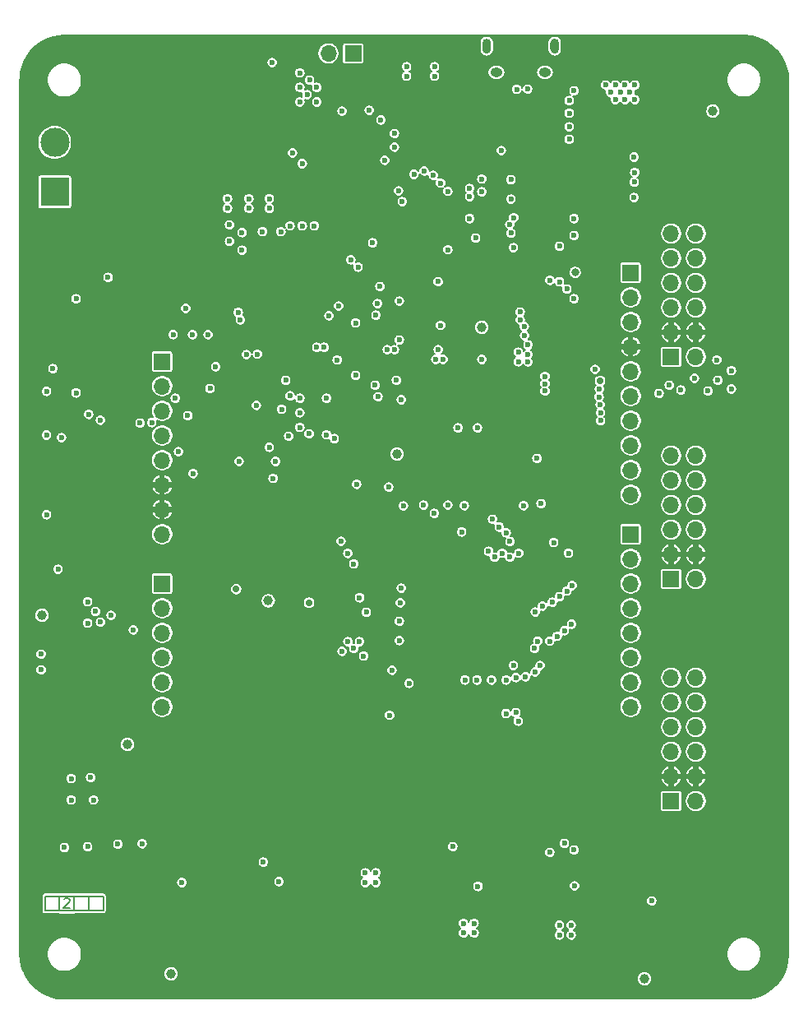
<source format=gbr>
%TF.GenerationSoftware,KiCad,Pcbnew,(5.1.6)-1*%
%TF.CreationDate,2020-06-19T12:40:55+02:00*%
%TF.ProjectId,iceduino,69636564-7569-46e6-9f2e-6b696361645f,rev?*%
%TF.SameCoordinates,Original*%
%TF.FileFunction,Copper,L2,Inr*%
%TF.FilePolarity,Positive*%
%FSLAX46Y46*%
G04 Gerber Fmt 4.6, Leading zero omitted, Abs format (unit mm)*
G04 Created by KiCad (PCBNEW (5.1.6)-1) date 2020-06-19 12:40:55*
%MOMM*%
%LPD*%
G01*
G04 APERTURE LIST*
%TA.AperFunction,NonConductor*%
%ADD10C,0.150000*%
%TD*%
%TA.AperFunction,ViaPad*%
%ADD11R,3.000000X3.000000*%
%TD*%
%TA.AperFunction,ViaPad*%
%ADD12C,3.000000*%
%TD*%
%TA.AperFunction,ViaPad*%
%ADD13O,1.700000X1.700000*%
%TD*%
%TA.AperFunction,ViaPad*%
%ADD14R,1.700000X1.700000*%
%TD*%
%TA.AperFunction,ViaPad*%
%ADD15C,0.600000*%
%TD*%
%TA.AperFunction,ViaPad*%
%ADD16C,0.700000*%
%TD*%
%TA.AperFunction,ViaPad*%
%ADD17C,1.000000*%
%TD*%
%TA.AperFunction,ViaPad*%
%ADD18C,0.800000*%
%TD*%
%TA.AperFunction,Conductor*%
%ADD19C,0.150000*%
%TD*%
G04 APERTURE END LIST*
D10*
X44964285Y-129297619D02*
X45011904Y-129250000D01*
X45107142Y-129202380D01*
X45345238Y-129202380D01*
X45440476Y-129250000D01*
X45488095Y-129297619D01*
X45535714Y-129392857D01*
X45535714Y-129488095D01*
X45488095Y-129630952D01*
X44916666Y-130202380D01*
X45535714Y-130202380D01*
X47500000Y-130500000D02*
X47500000Y-129000000D01*
X46000000Y-129000000D02*
X46000000Y-130500000D01*
X44500000Y-130500000D02*
X44500000Y-129000000D01*
X43000000Y-129000000D02*
X43000000Y-130500000D01*
X49000000Y-129000000D02*
X43000000Y-129000000D01*
X49000000Y-130500000D02*
X49000000Y-129000000D01*
X43000000Y-130500000D02*
X49000000Y-130500000D01*
D11*
%TO.N,/Power/7-17VIN_PROTECTION/GND_IN*%
%TO.C,J1*%
X44000000Y-56500000D03*
D12*
%TO.N,/Power/7-17VIN_PROTECTION/V_IN*%
X44000000Y-51420000D03*
%TD*%
%TO.N,Net-(J2-Pad6)*%
%TO.C,J2*%
%TA.AperFunction,ViaPad*%
G36*
G01*
X95125000Y-44200000D02*
X95125000Y-44200000D01*
G75*
G02*
X94650000Y-44675000I-475000J0D01*
G01*
X94350000Y-44675000D01*
G75*
G02*
X93875000Y-44200000I0J475000D01*
G01*
X93875000Y-44200000D01*
G75*
G02*
X94350000Y-43725000I475000J0D01*
G01*
X94650000Y-43725000D01*
G75*
G02*
X95125000Y-44200000I0J-475000D01*
G01*
G37*
%TD.AperFunction*%
%TA.AperFunction,ViaPad*%
G36*
G01*
X90125000Y-44200000D02*
X90125000Y-44200000D01*
G75*
G02*
X89650000Y-44675000I-475000J0D01*
G01*
X89350000Y-44675000D01*
G75*
G02*
X88875000Y-44200000I0J475000D01*
G01*
X88875000Y-44200000D01*
G75*
G02*
X89350000Y-43725000I475000J0D01*
G01*
X89650000Y-43725000D01*
G75*
G02*
X90125000Y-44200000I0J-475000D01*
G01*
G37*
%TD.AperFunction*%
%TA.AperFunction,ViaPad*%
G36*
G01*
X95950000Y-41175000D02*
X95950000Y-41825000D01*
G75*
G02*
X95500000Y-42275000I-450000J0D01*
G01*
X95500000Y-42275000D01*
G75*
G02*
X95050000Y-41825000I0J450000D01*
G01*
X95050000Y-41175000D01*
G75*
G02*
X95500000Y-40725000I450000J0D01*
G01*
X95500000Y-40725000D01*
G75*
G02*
X95950000Y-41175000I0J-450000D01*
G01*
G37*
%TD.AperFunction*%
%TA.AperFunction,ViaPad*%
G36*
G01*
X88950000Y-41175000D02*
X88950000Y-41825000D01*
G75*
G02*
X88500000Y-42275000I-450000J0D01*
G01*
X88500000Y-42275000D01*
G75*
G02*
X88050000Y-41825000I0J450000D01*
G01*
X88050000Y-41175000D01*
G75*
G02*
X88500000Y-40725000I450000J0D01*
G01*
X88500000Y-40725000D01*
G75*
G02*
X88950000Y-41175000I0J-450000D01*
G01*
G37*
%TD.AperFunction*%
%TD*%
D13*
%TO.N,Net-(J3-Pad8)*%
%TO.C,J3*%
X55067200Y-91744800D03*
%TO.N,GND*%
X55067200Y-89204800D03*
X55067200Y-86664800D03*
%TO.N,+5V*%
X55067200Y-84124800D03*
%TO.N,/HEADER/INO_3V3*%
X55067200Y-81584800D03*
%TO.N,/INO_RESET*%
X55067200Y-79044800D03*
%TO.N,+5V*%
X55067200Y-76504800D03*
D14*
%TO.N,Net-(J3-Pad1)*%
X55067200Y-73964800D03*
%TD*%
%TO.N,/HEADER/INO_A0*%
%TO.C,J4*%
X55067200Y-96824800D03*
D13*
%TO.N,/HEADER/INO_A1*%
X55067200Y-99364800D03*
%TO.N,/HEADER/INO_A2*%
X55067200Y-101904800D03*
%TO.N,/HEADER/INO_A3*%
X55067200Y-104444800D03*
%TO.N,/HEADER/INO_A4*%
X55067200Y-106984800D03*
%TO.N,/HEADER/INO_A5*%
X55067200Y-109524800D03*
%TD*%
D14*
%TO.N,/HEADER/INO_SCL*%
%TO.C,J5*%
X103327200Y-64820800D03*
D13*
%TO.N,/HEADER/INO_SDA*%
X103327200Y-67360800D03*
%TO.N,/HEADER/INO_AREF*%
X103327200Y-69900800D03*
%TO.N,GND*%
X103327200Y-72440800D03*
%TO.N,/HEADER/INO_SCK*%
X103327200Y-74980800D03*
%TO.N,/HEADER/INO_MISO*%
X103327200Y-77520800D03*
%TO.N,/HEADER/INO_MOSI*%
X103327200Y-80060800D03*
%TO.N,/HEADER/INO_SS*%
X103327200Y-82600800D03*
%TO.N,/HEADER/INO_D9*%
X103327200Y-85140800D03*
%TO.N,/HEADER/INO_D8*%
X103327200Y-87680800D03*
%TD*%
D14*
%TO.N,/HEADER/INO_D7*%
%TO.C,J6*%
X103327200Y-91744800D03*
D13*
%TO.N,/HEADER/INO_D6*%
X103327200Y-94284800D03*
%TO.N,/HEADER/INO_D5*%
X103327200Y-96824800D03*
%TO.N,/HEADER/INO_D4*%
X103327200Y-99364800D03*
%TO.N,/HEADER/INO_D3*%
X103327200Y-101904800D03*
%TO.N,/HEADER/INO_D2*%
X103327200Y-104444800D03*
%TO.N,/HEADER/INO_TX*%
X103327200Y-106984800D03*
%TO.N,/HEADER/INO_RX*%
X103327200Y-109524800D03*
%TD*%
D14*
%TO.N,Net-(JP1-Pad1)*%
%TO.C,JP1*%
X74750000Y-42250000D03*
D13*
%TO.N,Net-(D11-Pad2)*%
X72210000Y-42250000D03*
%TD*%
D14*
%TO.N,/HEADER/PMOD_3V3*%
%TO.C,PMOD1*%
X107492800Y-119209820D03*
D13*
X110032800Y-119209820D03*
%TO.N,GND*%
X107492800Y-116669820D03*
X110032800Y-116669820D03*
%TO.N,/P4_1*%
X107492800Y-114129820D03*
%TO.N,/P10_1*%
X110032800Y-114129820D03*
%TO.N,/P3_1*%
X107492800Y-111589820D03*
%TO.N,/P9_1*%
X110032800Y-111589820D03*
%TO.N,/P2_1*%
X107492800Y-109049820D03*
%TO.N,/P8_1*%
X110032800Y-109049820D03*
%TO.N,/P1_1*%
X107492800Y-106509820D03*
%TO.N,/P7_1*%
X110032800Y-106509820D03*
%TD*%
D14*
%TO.N,/HEADER/PMOD_3V3*%
%TO.C,PMOD2*%
X107492800Y-96349820D03*
D13*
X110032800Y-96349820D03*
%TO.N,GND*%
X107492800Y-93809820D03*
X110032800Y-93809820D03*
%TO.N,/P4_2*%
X107492800Y-91269820D03*
%TO.N,/P10_2*%
X110032800Y-91269820D03*
%TO.N,/P3_2*%
X107492800Y-88729820D03*
%TO.N,/P9_2*%
X110032800Y-88729820D03*
%TO.N,/P2_2*%
X107492800Y-86189820D03*
%TO.N,/P8_2*%
X110032800Y-86189820D03*
%TO.N,/P1_2*%
X107492800Y-83649820D03*
%TO.N,/P7_2*%
X110032800Y-83649820D03*
%TD*%
%TO.N,/P7_3*%
%TO.C,PMOD3*%
X110032800Y-60789820D03*
%TO.N,/P1_3*%
X107492800Y-60789820D03*
%TO.N,/P8_3*%
X110032800Y-63329820D03*
%TO.N,/P2_3*%
X107492800Y-63329820D03*
%TO.N,/P9_3*%
X110032800Y-65869820D03*
%TO.N,/P3_3*%
X107492800Y-65869820D03*
%TO.N,/P10_3*%
X110032800Y-68409820D03*
%TO.N,/P4_3*%
X107492800Y-68409820D03*
%TO.N,GND*%
X110032800Y-70949820D03*
X107492800Y-70949820D03*
%TO.N,/HEADER/PMOD_3V3*%
X110032800Y-73489820D03*
D14*
X107492800Y-73489820D03*
%TD*%
D15*
%TO.N,+3V3*%
X45000000Y-124000000D03*
X47400000Y-123900000D03*
X50500000Y-123650000D03*
X53000000Y-123600000D03*
X57100000Y-127600000D03*
X106250000Y-77250000D03*
X108500000Y-76900000D03*
X107300000Y-76400000D03*
X94500000Y-77000000D03*
X94500000Y-76250000D03*
X94500000Y-75500000D03*
X92750000Y-73250000D03*
X92750000Y-74000000D03*
X91750000Y-74000000D03*
X91750000Y-73000000D03*
X97500000Y-67500000D03*
X96750000Y-66500000D03*
X96000000Y-65750000D03*
X95000000Y-65600000D03*
X67100000Y-127500000D03*
X65500000Y-125500000D03*
X77100000Y-126600000D03*
X77100000Y-127600000D03*
X76000000Y-127600000D03*
X76000000Y-126600000D03*
D16*
X70200000Y-98800000D03*
X62700000Y-97400000D03*
D15*
X86100000Y-132800000D03*
X87200000Y-132800000D03*
X87200000Y-131800000D03*
X86100000Y-131800000D03*
X96000000Y-133000000D03*
X97200000Y-133000000D03*
X97200000Y-132000000D03*
X96000000Y-132000000D03*
X87600000Y-128000000D03*
X97550000Y-127950000D03*
X90500000Y-110200000D03*
X91500000Y-110100000D03*
X91750000Y-111000000D03*
D17*
X66000000Y-98600000D03*
D15*
X69250000Y-44250000D03*
X69250000Y-45750000D03*
X70000000Y-46500000D03*
X69250000Y-47250000D03*
X70250000Y-45000000D03*
X71000000Y-45750000D03*
X71000000Y-47250000D03*
X86250000Y-106750000D03*
X90500000Y-106750000D03*
X92300000Y-88800000D03*
X86200000Y-88800000D03*
X79700000Y-97300000D03*
X79500000Y-102700000D03*
X79500000Y-100700000D03*
X91800000Y-93700000D03*
X90900000Y-94100000D03*
X90100000Y-93700000D03*
X89300000Y-94100000D03*
X88700000Y-93500000D03*
X95400000Y-92600000D03*
X43825000Y-74700000D03*
X43162490Y-77037510D03*
X43162490Y-81537510D03*
X43162490Y-89737510D03*
X44345001Y-95354999D03*
X58200000Y-71200000D03*
X59800000Y-71200000D03*
X56200000Y-71200000D03*
X60000000Y-76750000D03*
X57712500Y-79537500D03*
X78500000Y-110375000D03*
X85550000Y-80800000D03*
X87550000Y-80800000D03*
X66100000Y-82800000D03*
X78406587Y-86893413D03*
X77300000Y-77600000D03*
X75000000Y-75400000D03*
X77000000Y-76400000D03*
D17*
X79250000Y-83474990D03*
D15*
X83250000Y-73750000D03*
X84000000Y-73750000D03*
X92750000Y-72250000D03*
X68093406Y-81656594D03*
X79700000Y-77900000D03*
X79200000Y-75900000D03*
X91250000Y-105250000D03*
%TO.N,GND*%
X88100000Y-110200000D03*
X52300000Y-119600000D03*
X83900000Y-113100000D03*
X55900000Y-122700000D03*
X62500000Y-122700000D03*
X67100000Y-122700000D03*
X73800000Y-122700000D03*
X57400000Y-124100000D03*
X78750000Y-66500000D03*
X81000000Y-66500000D03*
X81500000Y-69250000D03*
X78750000Y-70250000D03*
X82000000Y-72750000D03*
X82000000Y-73750000D03*
X80500000Y-73250000D03*
X99500000Y-82250000D03*
X99500000Y-83000000D03*
X98750000Y-82250000D03*
X94500000Y-78250000D03*
X94500000Y-79250000D03*
X87100000Y-73200000D03*
X86000000Y-73200000D03*
X51100000Y-69200000D03*
X49900000Y-70200000D03*
X61800000Y-63900000D03*
X63200000Y-63900000D03*
X63400000Y-65500000D03*
X65600000Y-64600000D03*
X65600000Y-66100000D03*
X65600000Y-67700000D03*
X63400000Y-67300000D03*
X77600000Y-119600000D03*
X84700000Y-114800000D03*
X72800000Y-124900000D03*
X85000000Y-117000000D03*
X75600000Y-120000000D03*
X75600000Y-116800000D03*
X77900000Y-114600000D03*
X78600000Y-121200000D03*
X57100000Y-120100000D03*
X55200000Y-121300000D03*
X59300000Y-97200000D03*
X59300000Y-100600000D03*
X67600000Y-100000000D03*
X69200000Y-101600000D03*
X69300000Y-105100000D03*
X67000000Y-102800000D03*
X64500000Y-100300000D03*
X68250000Y-97000000D03*
X66750000Y-95500000D03*
X62500000Y-94750000D03*
X65100000Y-91800000D03*
X69250000Y-90750000D03*
X70300000Y-93000000D03*
X70500000Y-96100000D03*
X77400000Y-117300000D03*
X84000000Y-110800000D03*
X81800000Y-113000000D03*
X70700000Y-77750000D03*
X67200000Y-73200000D03*
X68250000Y-72250000D03*
X71000000Y-55400000D03*
X69400000Y-55200000D03*
X68300000Y-55200000D03*
X76500000Y-59100000D03*
X75000000Y-60100000D03*
X76500000Y-60900000D03*
X95000000Y-55250000D03*
X95000000Y-61900000D03*
X84000000Y-97000000D03*
X84000000Y-100750000D03*
X86250000Y-98250000D03*
X82250000Y-104000000D03*
X86000000Y-101500000D03*
X88250000Y-96250000D03*
X91000000Y-95250000D03*
X82000000Y-94000000D03*
X85750000Y-94000000D03*
X100600000Y-108500000D03*
X100900000Y-105300000D03*
X92700000Y-102200000D03*
X90200000Y-102200000D03*
X90200000Y-104200000D03*
X95700000Y-88900000D03*
X96500000Y-88600000D03*
X78500000Y-109000000D03*
X79000000Y-107000000D03*
X91750001Y-113000000D03*
X65500000Y-85250000D03*
X65000000Y-83750000D03*
X60250000Y-81750000D03*
X59200000Y-83900000D03*
X63750000Y-77000000D03*
X66000000Y-77000000D03*
X61750000Y-81750000D03*
X84250000Y-77900000D03*
X83300000Y-77200000D03*
X77250000Y-80500000D03*
X74500000Y-80500000D03*
X61000000Y-72200000D03*
X60000000Y-75400000D03*
X80500000Y-85750000D03*
X79000000Y-104250000D03*
X79100000Y-92500000D03*
X88500000Y-73000000D03*
X87900000Y-59400000D03*
X88100000Y-60850000D03*
X83250000Y-59750000D03*
X85000000Y-67200000D03*
X84000000Y-68250000D03*
X87250000Y-66750000D03*
X99750000Y-71750000D03*
X99750000Y-72500000D03*
X66250000Y-79000000D03*
X77250000Y-72750000D03*
X77062500Y-73962500D03*
X74750000Y-73750000D03*
X73500000Y-72700000D03*
X72750000Y-70500000D03*
X41000000Y-45000000D03*
X41000000Y-55000000D03*
X41000000Y-65000000D03*
X41000000Y-75000000D03*
X41000000Y-84000000D03*
X41000000Y-105000000D03*
X41000000Y-115000000D03*
X41000000Y-125000000D03*
X41000000Y-135000000D03*
X45000000Y-139000000D03*
X55000000Y-139000000D03*
X65000000Y-139000000D03*
X75000000Y-139000000D03*
X85000000Y-139000000D03*
X95000000Y-139000000D03*
X105000000Y-139000000D03*
X115000000Y-139000000D03*
X119000000Y-135000000D03*
X119000000Y-125000000D03*
X119000000Y-53000000D03*
X119000000Y-45000000D03*
X115000000Y-41000000D03*
X105000000Y-41000000D03*
X80000000Y-41000000D03*
X71000000Y-41000000D03*
X60000000Y-41000000D03*
X50000000Y-41000000D03*
X45000000Y-41000000D03*
X50000000Y-116000000D03*
X53750000Y-112250000D03*
X56250000Y-112000000D03*
X57000000Y-115000000D03*
X57000000Y-118000000D03*
X58000000Y-108250000D03*
X60500000Y-110750000D03*
X64000000Y-111000000D03*
X66500000Y-111000000D03*
X64250000Y-108500000D03*
X61750000Y-108500000D03*
X57500000Y-105500000D03*
X57500000Y-99000000D03*
X58500000Y-94750000D03*
X46000000Y-95250000D03*
X51000000Y-91250000D03*
X50500000Y-87000000D03*
X47700000Y-83900000D03*
X46250000Y-87000000D03*
X47000000Y-82000000D03*
X49200000Y-81800000D03*
X45000000Y-64500000D03*
X50250000Y-52500000D03*
X50000000Y-55500000D03*
X48500000Y-59500000D03*
X43250000Y-59750000D03*
X58750000Y-55750000D03*
X56250000Y-65500000D03*
X53900000Y-68200000D03*
X59750000Y-67250000D03*
X57500000Y-67250000D03*
X63000000Y-51500000D03*
X65250000Y-51500000D03*
X69250000Y-49750000D03*
X69250000Y-50750000D03*
X63250000Y-47500000D03*
X63250000Y-45500000D03*
X77750000Y-43000000D03*
X80500000Y-46750000D03*
X87000000Y-48500000D03*
X87250000Y-47500000D03*
X98750000Y-56750000D03*
X99500000Y-56750000D03*
X106250000Y-45250000D03*
X106250000Y-44000000D03*
X109500000Y-79250000D03*
X110500000Y-79250000D03*
X111468750Y-79281250D03*
X116250000Y-130250000D03*
X107500000Y-130250000D03*
X60000000Y-134100000D03*
X80000000Y-129500000D03*
X100000000Y-128500000D03*
X44100000Y-107100000D03*
X46000000Y-102250000D03*
X53000000Y-100250000D03*
X52750000Y-97000000D03*
X50900000Y-95400000D03*
X92250000Y-117250000D03*
X92250000Y-119750000D03*
X93750000Y-131500000D03*
X83750000Y-131500000D03*
X50900000Y-74100000D03*
X49900000Y-75100000D03*
X84220000Y-81830000D03*
X85440000Y-83200000D03*
X92040000Y-67710000D03*
X89580000Y-65150000D03*
X100710000Y-63680000D03*
X60000000Y-132200000D03*
X70000000Y-134100000D03*
X70000000Y-131900000D03*
X79900000Y-134100000D03*
X79800000Y-132000000D03*
X89900000Y-131600000D03*
X89900000Y-133700000D03*
X99900000Y-134000000D03*
X99900000Y-132100000D03*
X95000000Y-57250000D03*
X79500000Y-94900000D03*
X79600000Y-54400000D03*
X73500000Y-57800000D03*
X104800000Y-78400000D03*
X104700000Y-84100000D03*
X101900000Y-90100000D03*
X103500000Y-111100000D03*
X101300000Y-95000000D03*
X101700000Y-96700000D03*
X112000000Y-69750000D03*
X112750000Y-68500000D03*
X113500000Y-67250000D03*
X114250000Y-66000000D03*
X115000000Y-64750000D03*
X115750000Y-63500000D03*
X116500000Y-62250000D03*
X104000000Y-114500000D03*
X105750000Y-118750000D03*
X55750000Y-124000000D03*
X85000000Y-122000000D03*
X80250000Y-59250000D03*
%TO.N,+1V2*%
X63300000Y-62500000D03*
X62000000Y-61600000D03*
X63300000Y-60700000D03*
X67300000Y-60600000D03*
X65400000Y-60600000D03*
X62000000Y-59900000D03*
X94100000Y-88600000D03*
X96925000Y-93700000D03*
X80500000Y-107100000D03*
X79600000Y-98800000D03*
%TO.N,/V_IN_PROTECTED*%
X49500000Y-65300000D03*
X44700000Y-81800000D03*
X52100000Y-101600000D03*
%TO.N,+5V*%
X61800000Y-58200000D03*
X64000000Y-58200000D03*
X66100000Y-58200000D03*
X64000000Y-57200000D03*
X61800000Y-57200000D03*
D17*
X42700000Y-100100000D03*
D18*
X97600000Y-64800000D03*
D15*
X66100000Y-57200000D03*
D16*
X100176344Y-75962995D03*
D15*
X52800000Y-80300000D03*
%TO.N,/GNDPLL_0*%
X85909626Y-91509628D03*
%TO.N,/VCCPLL_0*%
X83100000Y-89600000D03*
%TO.N,/GNDPLL_1*%
X89000000Y-106750000D03*
%TO.N,/VCCPLL_1*%
X87500000Y-106750000D03*
%TO.N,/SW6*%
X85000000Y-123900000D03*
X96499212Y-123562415D03*
%TO.N,/SW7*%
X95000000Y-124500000D03*
X97500000Y-124250000D03*
%TO.N,VBUS*%
X97000000Y-51100000D03*
X97000000Y-49800000D03*
X97000000Y-48400000D03*
X97000000Y-47100000D03*
X97500000Y-46100000D03*
X76400000Y-48100000D03*
X77600000Y-49100000D03*
X69500000Y-60000000D03*
X68250000Y-60000000D03*
X70750000Y-60000000D03*
%TO.N,+3V3_FTDI*%
X77100000Y-69200000D03*
X75000000Y-70000000D03*
X78250000Y-72750000D03*
X79000000Y-72750000D03*
X79500000Y-71750000D03*
X67800000Y-75900000D03*
X79000000Y-50500000D03*
X79000000Y-51900000D03*
X100750000Y-45500000D03*
X101750000Y-45500000D03*
X102750000Y-45500000D03*
X103750000Y-45500000D03*
X101250000Y-46250000D03*
X102250000Y-46250000D03*
X103250000Y-46250000D03*
X101750000Y-47000000D03*
X102750000Y-47000000D03*
X103750000Y-47000000D03*
X83125000Y-44600000D03*
X83125000Y-43625000D03*
X80250000Y-44600000D03*
X91000000Y-55250000D03*
X91000000Y-57250000D03*
X87350000Y-61250000D03*
X86750000Y-59250000D03*
X86750000Y-57000000D03*
X79424984Y-56400000D03*
X74500000Y-63500000D03*
X75250000Y-64250000D03*
X76750000Y-61750000D03*
X71000000Y-72500000D03*
X71750000Y-72500000D03*
X83750000Y-70250000D03*
X83500000Y-72750000D03*
X69250000Y-79250000D03*
X69250000Y-80750000D03*
X72000000Y-81500000D03*
X72800000Y-81900000D03*
X73100000Y-73800000D03*
X88000000Y-73750000D03*
D17*
X88000000Y-70450000D03*
D15*
X84500000Y-62450000D03*
X80250000Y-43625000D03*
X79799998Y-57500000D03*
%TO.N,/HEADER/PMOD_3V3*%
X113700000Y-76800000D03*
X113700000Y-74900000D03*
X111300000Y-77000000D03*
X109900000Y-75700000D03*
X112200000Y-73800000D03*
X112300000Y-75900000D03*
%TO.N,/HEADER/ADC_VCC*%
X45700000Y-116900000D03*
X45700000Y-119100000D03*
X47700000Y-116800000D03*
X48000000Y-119100000D03*
X47400000Y-98700000D03*
X48200000Y-99700000D03*
X49800000Y-100100000D03*
X47400000Y-100900000D03*
X42600000Y-105700000D03*
X42600000Y-104100000D03*
X48700000Y-100800000D03*
%TO.N,/USB_PROGRAMMER/1V8*%
X79500000Y-67750000D03*
X77250000Y-68000000D03*
X91250000Y-62250000D03*
X91000000Y-60750000D03*
X82050000Y-54350000D03*
X96000000Y-62100004D03*
%TO.N,/CRESET_B*%
X47500000Y-79400000D03*
X68500000Y-52500000D03*
X62898343Y-68903884D03*
X72000000Y-77750000D03*
D17*
X111800000Y-48200000D03*
D15*
X105500000Y-129500000D03*
X78750000Y-105750000D03*
X82000004Y-88750000D03*
X66400000Y-43200000D03*
%TO.N,/Power/EN_LOW_VOLTAGE*%
X54000000Y-80250000D03*
X48700000Y-80000000D03*
X69500000Y-53600000D03*
X73600000Y-48200000D03*
X63120942Y-69672293D03*
%TO.N,/USB_D_P*%
X91590000Y-45940000D03*
X83000000Y-54800000D03*
%TO.N,/USB_D_N*%
X92719937Y-45930958D03*
X83750000Y-55600000D03*
%TO.N,Net-(D16-Pad1)*%
X97500000Y-61000000D03*
X90875004Y-59875000D03*
%TO.N,Net-(D17-Pad1)*%
X97500000Y-59250000D03*
X91283230Y-59153604D03*
D17*
%TO.N,/HEADER/INO_AREF*%
X51500000Y-113399998D03*
X104750000Y-137500002D03*
X55999996Y-137000000D03*
D15*
%TO.N,/HEADER/INO_D7*%
X99667839Y-74769655D03*
%TO.N,/HEADER/INO_D6*%
X100108515Y-76810521D03*
%TO.N,/HEADER/INO_D5*%
X100072691Y-77609730D03*
%TO.N,/HEADER/INO_D4*%
X100189148Y-78401220D03*
%TO.N,/HEADER/INO_D3*%
X100224968Y-79247947D03*
%TO.N,/HEADER/INO_D2*%
X100221190Y-80052652D03*
%TO.N,/P4_2*%
X95246375Y-98750000D03*
%TO.N,/P10_2*%
X94241021Y-99132630D03*
%TO.N,/P3_2*%
X96000000Y-98174990D03*
%TO.N,/P9_2*%
X93500008Y-99750000D03*
%TO.N,/P2_2*%
X96750006Y-97599980D03*
%TO.N,/P8_2*%
X97250000Y-101000000D03*
%TO.N,/P1_2*%
X97297651Y-97016796D03*
%TO.N,/P7_2*%
X96500000Y-101674990D03*
%TO.N,/P7_3*%
X91500000Y-106500000D03*
%TO.N,/P1_3*%
X92500000Y-106424990D03*
%TO.N,/P8_3*%
X93495006Y-105924990D03*
%TO.N,/P2_3*%
X94000000Y-105250000D03*
%TO.N,/P9_3*%
X93434306Y-103500000D03*
%TO.N,/P3_3*%
X93750000Y-102750000D03*
%TO.N,/P10_3*%
X95000000Y-102750000D03*
%TO.N,/P4_3*%
X95750000Y-102250000D03*
%TO.N,/CDONE*%
X57500000Y-68500000D03*
X56424990Y-77750000D03*
X84500000Y-88750000D03*
X63000000Y-84250000D03*
X56750000Y-83250000D03*
X64769614Y-78480386D03*
%TO.N,/Power/EN_HIGH_VOLTAGE*%
X46200000Y-67500000D03*
X46200000Y-77200000D03*
%TO.N,/OE0*%
X93674990Y-83937500D03*
%TO.N,/OE1*%
X92400000Y-71300000D03*
X90900000Y-92500000D03*
%TO.N,Net-(R55-Pad2)*%
X103750000Y-54500000D03*
X88000000Y-55175000D03*
%TO.N,Net-(R56-Pad2)*%
X103675000Y-52925000D03*
X86750000Y-56156587D03*
%TO.N,Net-(R57-Pad2)*%
X84499996Y-56449990D03*
X90000000Y-52250000D03*
%TO.N,Net-(R58-Pad2)*%
X81000000Y-54700000D03*
X77999996Y-53250000D03*
%TO.N,Net-(R59-Pad2)*%
X103689160Y-55502696D03*
%TO.N,Net-(R60-Pad2)*%
X88000000Y-56500000D03*
X103675000Y-57075000D03*
%TO.N,Net-(R63-Pad1)*%
X66500000Y-86000000D03*
X58250005Y-85499995D03*
%TO.N,/SS*%
X69250006Y-77750000D03*
X79918406Y-88831594D03*
%TO.N,/SCK*%
X75100000Y-86600000D03*
X70200000Y-81400000D03*
%TO.N,Net-(R66-Pad1)*%
X60575000Y-74500000D03*
X66749990Y-84250000D03*
%TO.N,/FPGA_INO_SS*%
X91945000Y-68875000D03*
X89100000Y-90207640D03*
%TO.N,/FPGA_INO_D9*%
X91950930Y-69674990D03*
X89800002Y-91000000D03*
%TO.N,/FPGA_INO_D8*%
X92359655Y-70362713D03*
X90500000Y-91600000D03*
%TO.N,/IO0*%
X73600002Y-103800000D03*
X73491824Y-92465385D03*
%TO.N,/IO1*%
X74200000Y-102800000D03*
X74192362Y-93707640D03*
%TO.N,/IO2*%
X74800000Y-94800000D03*
X74800000Y-103500000D03*
%TO.N,/IO3*%
X75400000Y-102800000D03*
X75407640Y-98282650D03*
%TO.N,/~SRAM_WE~*%
X75820179Y-104284191D03*
X76092360Y-99782650D03*
%TO.N,/USB_PROGRAMMER/FTDI_MISO*%
X73250000Y-68250000D03*
X63750000Y-73250000D03*
%TO.N,/USB_PROGRAMMER/FTDI_CDONE*%
X72250000Y-69250000D03*
X64874251Y-73212274D03*
%TO.N,/USB_PROGRAMMER/~FTDI_RTS~*%
X83495525Y-65745534D03*
X77500002Y-66250000D03*
%TO.N,/USB_PROGRAMMER/~1OE~*%
X68250000Y-77500000D03*
X67375000Y-78875000D03*
%TD*%
D19*
%TO.N,GND*%
G36*
X115809861Y-40498967D02*
G01*
X116594128Y-40713518D01*
X117328007Y-41063561D01*
X117988293Y-41538024D01*
X118554131Y-42121923D01*
X119007622Y-42796790D01*
X119334441Y-43541303D01*
X119525035Y-44335184D01*
X119575001Y-45015602D01*
X119575000Y-134981078D01*
X119501033Y-135809861D01*
X119286482Y-136594128D01*
X118936441Y-137328003D01*
X118461976Y-137988293D01*
X117878074Y-138554133D01*
X117203210Y-139007623D01*
X116458701Y-139334439D01*
X115664817Y-139525034D01*
X114984412Y-139575000D01*
X45018922Y-139575000D01*
X44190139Y-139501033D01*
X43405872Y-139286482D01*
X42671997Y-138936441D01*
X42011707Y-138461976D01*
X41445867Y-137878074D01*
X40992377Y-137203210D01*
X40869668Y-136923669D01*
X55224996Y-136923669D01*
X55224996Y-137076331D01*
X55254779Y-137226059D01*
X55313200Y-137367100D01*
X55398014Y-137494034D01*
X55505962Y-137601982D01*
X55632896Y-137686796D01*
X55773937Y-137745217D01*
X55923665Y-137775000D01*
X56076327Y-137775000D01*
X56226055Y-137745217D01*
X56367096Y-137686796D01*
X56494030Y-137601982D01*
X56601978Y-137494034D01*
X56648992Y-137423671D01*
X103975000Y-137423671D01*
X103975000Y-137576333D01*
X104004783Y-137726061D01*
X104063204Y-137867102D01*
X104148018Y-137994036D01*
X104255966Y-138101984D01*
X104382900Y-138186798D01*
X104523941Y-138245219D01*
X104673669Y-138275002D01*
X104826331Y-138275002D01*
X104976059Y-138245219D01*
X105117100Y-138186798D01*
X105244034Y-138101984D01*
X105351982Y-137994036D01*
X105436796Y-137867102D01*
X105495217Y-137726061D01*
X105525000Y-137576333D01*
X105525000Y-137423671D01*
X105495217Y-137273943D01*
X105436796Y-137132902D01*
X105351982Y-137005968D01*
X105244034Y-136898020D01*
X105117100Y-136813206D01*
X104976059Y-136754785D01*
X104826331Y-136725002D01*
X104673669Y-136725002D01*
X104523941Y-136754785D01*
X104382900Y-136813206D01*
X104255966Y-136898020D01*
X104148018Y-137005968D01*
X104063204Y-137132902D01*
X104004783Y-137273943D01*
X103975000Y-137423671D01*
X56648992Y-137423671D01*
X56686792Y-137367100D01*
X56745213Y-137226059D01*
X56774996Y-137076331D01*
X56774996Y-136923669D01*
X56745213Y-136773941D01*
X56686792Y-136632900D01*
X56601978Y-136505966D01*
X56494030Y-136398018D01*
X56367096Y-136313204D01*
X56226055Y-136254783D01*
X56076327Y-136225000D01*
X55923665Y-136225000D01*
X55773937Y-136254783D01*
X55632896Y-136313204D01*
X55505962Y-136398018D01*
X55398014Y-136505966D01*
X55313200Y-136632900D01*
X55254779Y-136773941D01*
X55224996Y-136923669D01*
X40869668Y-136923669D01*
X40665561Y-136458701D01*
X40474966Y-135664817D01*
X40425000Y-134984412D01*
X40425000Y-134825178D01*
X43225000Y-134825178D01*
X43225000Y-135174822D01*
X43293213Y-135517748D01*
X43427016Y-135840778D01*
X43621268Y-136131496D01*
X43868504Y-136378732D01*
X44159222Y-136572984D01*
X44482252Y-136706787D01*
X44825178Y-136775000D01*
X45174822Y-136775000D01*
X45517748Y-136706787D01*
X45840778Y-136572984D01*
X46131496Y-136378732D01*
X46378732Y-136131496D01*
X46572984Y-135840778D01*
X46706787Y-135517748D01*
X46775000Y-135174822D01*
X46775000Y-134825178D01*
X113225000Y-134825178D01*
X113225000Y-135174822D01*
X113293213Y-135517748D01*
X113427016Y-135840778D01*
X113621268Y-136131496D01*
X113868504Y-136378732D01*
X114159222Y-136572984D01*
X114482252Y-136706787D01*
X114825178Y-136775000D01*
X115174822Y-136775000D01*
X115517748Y-136706787D01*
X115840778Y-136572984D01*
X116131496Y-136378732D01*
X116378732Y-136131496D01*
X116572984Y-135840778D01*
X116706787Y-135517748D01*
X116775000Y-135174822D01*
X116775000Y-134825178D01*
X116706787Y-134482252D01*
X116572984Y-134159222D01*
X116378732Y-133868504D01*
X116131496Y-133621268D01*
X115840778Y-133427016D01*
X115517748Y-133293213D01*
X115174822Y-133225000D01*
X114825178Y-133225000D01*
X114482252Y-133293213D01*
X114159222Y-133427016D01*
X113868504Y-133621268D01*
X113621268Y-133868504D01*
X113427016Y-134159222D01*
X113293213Y-134482252D01*
X113225000Y-134825178D01*
X46775000Y-134825178D01*
X46706787Y-134482252D01*
X46572984Y-134159222D01*
X46378732Y-133868504D01*
X46131496Y-133621268D01*
X45840778Y-133427016D01*
X45517748Y-133293213D01*
X45174822Y-133225000D01*
X44825178Y-133225000D01*
X44482252Y-133293213D01*
X44159222Y-133427016D01*
X43868504Y-133621268D01*
X43621268Y-133868504D01*
X43427016Y-134159222D01*
X43293213Y-134482252D01*
X43225000Y-134825178D01*
X40425000Y-134825178D01*
X40425000Y-131743367D01*
X85525000Y-131743367D01*
X85525000Y-131856633D01*
X85547097Y-131967721D01*
X85590442Y-132072365D01*
X85653368Y-132166541D01*
X85733459Y-132246632D01*
X85813330Y-132300000D01*
X85733459Y-132353368D01*
X85653368Y-132433459D01*
X85590442Y-132527635D01*
X85547097Y-132632279D01*
X85525000Y-132743367D01*
X85525000Y-132856633D01*
X85547097Y-132967721D01*
X85590442Y-133072365D01*
X85653368Y-133166541D01*
X85733459Y-133246632D01*
X85827635Y-133309558D01*
X85932279Y-133352903D01*
X86043367Y-133375000D01*
X86156633Y-133375000D01*
X86267721Y-133352903D01*
X86372365Y-133309558D01*
X86466541Y-133246632D01*
X86546632Y-133166541D01*
X86609558Y-133072365D01*
X86650000Y-132974729D01*
X86690442Y-133072365D01*
X86753368Y-133166541D01*
X86833459Y-133246632D01*
X86927635Y-133309558D01*
X87032279Y-133352903D01*
X87143367Y-133375000D01*
X87256633Y-133375000D01*
X87367721Y-133352903D01*
X87472365Y-133309558D01*
X87566541Y-133246632D01*
X87646632Y-133166541D01*
X87709558Y-133072365D01*
X87752903Y-132967721D01*
X87775000Y-132856633D01*
X87775000Y-132743367D01*
X87752903Y-132632279D01*
X87709558Y-132527635D01*
X87646632Y-132433459D01*
X87566541Y-132353368D01*
X87486670Y-132300000D01*
X87566541Y-132246632D01*
X87646632Y-132166541D01*
X87709558Y-132072365D01*
X87752903Y-131967721D01*
X87757747Y-131943367D01*
X95425000Y-131943367D01*
X95425000Y-132056633D01*
X95447097Y-132167721D01*
X95490442Y-132272365D01*
X95553368Y-132366541D01*
X95633459Y-132446632D01*
X95713330Y-132500000D01*
X95633459Y-132553368D01*
X95553368Y-132633459D01*
X95490442Y-132727635D01*
X95447097Y-132832279D01*
X95425000Y-132943367D01*
X95425000Y-133056633D01*
X95447097Y-133167721D01*
X95490442Y-133272365D01*
X95553368Y-133366541D01*
X95633459Y-133446632D01*
X95727635Y-133509558D01*
X95832279Y-133552903D01*
X95943367Y-133575000D01*
X96056633Y-133575000D01*
X96167721Y-133552903D01*
X96272365Y-133509558D01*
X96366541Y-133446632D01*
X96446632Y-133366541D01*
X96509558Y-133272365D01*
X96552903Y-133167721D01*
X96575000Y-133056633D01*
X96575000Y-132943367D01*
X96552903Y-132832279D01*
X96509558Y-132727635D01*
X96446632Y-132633459D01*
X96366541Y-132553368D01*
X96286670Y-132500000D01*
X96366541Y-132446632D01*
X96446632Y-132366541D01*
X96509558Y-132272365D01*
X96552903Y-132167721D01*
X96575000Y-132056633D01*
X96575000Y-131943367D01*
X96625000Y-131943367D01*
X96625000Y-132056633D01*
X96647097Y-132167721D01*
X96690442Y-132272365D01*
X96753368Y-132366541D01*
X96833459Y-132446632D01*
X96913330Y-132500000D01*
X96833459Y-132553368D01*
X96753368Y-132633459D01*
X96690442Y-132727635D01*
X96647097Y-132832279D01*
X96625000Y-132943367D01*
X96625000Y-133056633D01*
X96647097Y-133167721D01*
X96690442Y-133272365D01*
X96753368Y-133366541D01*
X96833459Y-133446632D01*
X96927635Y-133509558D01*
X97032279Y-133552903D01*
X97143367Y-133575000D01*
X97256633Y-133575000D01*
X97367721Y-133552903D01*
X97472365Y-133509558D01*
X97566541Y-133446632D01*
X97646632Y-133366541D01*
X97709558Y-133272365D01*
X97752903Y-133167721D01*
X97775000Y-133056633D01*
X97775000Y-132943367D01*
X97752903Y-132832279D01*
X97709558Y-132727635D01*
X97646632Y-132633459D01*
X97566541Y-132553368D01*
X97486670Y-132500000D01*
X97566541Y-132446632D01*
X97646632Y-132366541D01*
X97709558Y-132272365D01*
X97752903Y-132167721D01*
X97775000Y-132056633D01*
X97775000Y-131943367D01*
X97752903Y-131832279D01*
X97709558Y-131727635D01*
X97646632Y-131633459D01*
X97566541Y-131553368D01*
X97472365Y-131490442D01*
X97367721Y-131447097D01*
X97256633Y-131425000D01*
X97143367Y-131425000D01*
X97032279Y-131447097D01*
X96927635Y-131490442D01*
X96833459Y-131553368D01*
X96753368Y-131633459D01*
X96690442Y-131727635D01*
X96647097Y-131832279D01*
X96625000Y-131943367D01*
X96575000Y-131943367D01*
X96552903Y-131832279D01*
X96509558Y-131727635D01*
X96446632Y-131633459D01*
X96366541Y-131553368D01*
X96272365Y-131490442D01*
X96167721Y-131447097D01*
X96056633Y-131425000D01*
X95943367Y-131425000D01*
X95832279Y-131447097D01*
X95727635Y-131490442D01*
X95633459Y-131553368D01*
X95553368Y-131633459D01*
X95490442Y-131727635D01*
X95447097Y-131832279D01*
X95425000Y-131943367D01*
X87757747Y-131943367D01*
X87775000Y-131856633D01*
X87775000Y-131743367D01*
X87752903Y-131632279D01*
X87709558Y-131527635D01*
X87646632Y-131433459D01*
X87566541Y-131353368D01*
X87472365Y-131290442D01*
X87367721Y-131247097D01*
X87256633Y-131225000D01*
X87143367Y-131225000D01*
X87032279Y-131247097D01*
X86927635Y-131290442D01*
X86833459Y-131353368D01*
X86753368Y-131433459D01*
X86690442Y-131527635D01*
X86650000Y-131625271D01*
X86609558Y-131527635D01*
X86546632Y-131433459D01*
X86466541Y-131353368D01*
X86372365Y-131290442D01*
X86267721Y-131247097D01*
X86156633Y-131225000D01*
X86043367Y-131225000D01*
X85932279Y-131247097D01*
X85827635Y-131290442D01*
X85733459Y-131353368D01*
X85653368Y-131433459D01*
X85590442Y-131527635D01*
X85547097Y-131632279D01*
X85525000Y-131743367D01*
X40425000Y-131743367D01*
X40425000Y-129000000D01*
X42648307Y-129000000D01*
X42650000Y-129017189D01*
X42650001Y-130482802D01*
X42648307Y-130500000D01*
X42655065Y-130568612D01*
X42675078Y-130634587D01*
X42707578Y-130695390D01*
X42751315Y-130748685D01*
X42804610Y-130792422D01*
X42865413Y-130824922D01*
X42931388Y-130844935D01*
X42982811Y-130850000D01*
X42982812Y-130850000D01*
X43000000Y-130851693D01*
X43017189Y-130850000D01*
X44423810Y-130850000D01*
X44423810Y-130917500D01*
X46076191Y-130917500D01*
X46076191Y-130850000D01*
X47482811Y-130850000D01*
X47500000Y-130851693D01*
X47517188Y-130850000D01*
X48982811Y-130850000D01*
X49000000Y-130851693D01*
X49017188Y-130850000D01*
X49017189Y-130850000D01*
X49068612Y-130844935D01*
X49134587Y-130824922D01*
X49195390Y-130792422D01*
X49248685Y-130748685D01*
X49292422Y-130695390D01*
X49324922Y-130634587D01*
X49344935Y-130568612D01*
X49351693Y-130500000D01*
X49350000Y-130482811D01*
X49350000Y-129443367D01*
X104925000Y-129443367D01*
X104925000Y-129556633D01*
X104947097Y-129667721D01*
X104990442Y-129772365D01*
X105053368Y-129866541D01*
X105133459Y-129946632D01*
X105227635Y-130009558D01*
X105332279Y-130052903D01*
X105443367Y-130075000D01*
X105556633Y-130075000D01*
X105667721Y-130052903D01*
X105772365Y-130009558D01*
X105866541Y-129946632D01*
X105946632Y-129866541D01*
X106009558Y-129772365D01*
X106052903Y-129667721D01*
X106075000Y-129556633D01*
X106075000Y-129443367D01*
X106052903Y-129332279D01*
X106009558Y-129227635D01*
X105946632Y-129133459D01*
X105866541Y-129053368D01*
X105772365Y-128990442D01*
X105667721Y-128947097D01*
X105556633Y-128925000D01*
X105443367Y-128925000D01*
X105332279Y-128947097D01*
X105227635Y-128990442D01*
X105133459Y-129053368D01*
X105053368Y-129133459D01*
X104990442Y-129227635D01*
X104947097Y-129332279D01*
X104925000Y-129443367D01*
X49350000Y-129443367D01*
X49350000Y-129017189D01*
X49351693Y-129000000D01*
X49344935Y-128931388D01*
X49324922Y-128865413D01*
X49292422Y-128804610D01*
X49248685Y-128751315D01*
X49195390Y-128707578D01*
X49134587Y-128675078D01*
X49068612Y-128655065D01*
X49017189Y-128650000D01*
X49000000Y-128648307D01*
X48982812Y-128650000D01*
X47517189Y-128650000D01*
X47500000Y-128648307D01*
X47482812Y-128650000D01*
X46017188Y-128650000D01*
X46000000Y-128648307D01*
X45982811Y-128650000D01*
X44517189Y-128650000D01*
X44500000Y-128648307D01*
X44482812Y-128650000D01*
X43017188Y-128650000D01*
X43000000Y-128648307D01*
X42982811Y-128650000D01*
X42931388Y-128655065D01*
X42865413Y-128675078D01*
X42804610Y-128707578D01*
X42751315Y-128751315D01*
X42707578Y-128804610D01*
X42675078Y-128865413D01*
X42655065Y-128931388D01*
X42648307Y-129000000D01*
X40425000Y-129000000D01*
X40425000Y-127543367D01*
X56525000Y-127543367D01*
X56525000Y-127656633D01*
X56547097Y-127767721D01*
X56590442Y-127872365D01*
X56653368Y-127966541D01*
X56733459Y-128046632D01*
X56827635Y-128109558D01*
X56932279Y-128152903D01*
X57043367Y-128175000D01*
X57156633Y-128175000D01*
X57267721Y-128152903D01*
X57372365Y-128109558D01*
X57466541Y-128046632D01*
X57546632Y-127966541D01*
X57609558Y-127872365D01*
X57652903Y-127767721D01*
X57675000Y-127656633D01*
X57675000Y-127543367D01*
X57655109Y-127443367D01*
X66525000Y-127443367D01*
X66525000Y-127556633D01*
X66547097Y-127667721D01*
X66590442Y-127772365D01*
X66653368Y-127866541D01*
X66733459Y-127946632D01*
X66827635Y-128009558D01*
X66932279Y-128052903D01*
X67043367Y-128075000D01*
X67156633Y-128075000D01*
X67267721Y-128052903D01*
X67372365Y-128009558D01*
X67466541Y-127946632D01*
X67546632Y-127866541D01*
X67609558Y-127772365D01*
X67652903Y-127667721D01*
X67675000Y-127556633D01*
X67675000Y-127443367D01*
X67652903Y-127332279D01*
X67609558Y-127227635D01*
X67546632Y-127133459D01*
X67466541Y-127053368D01*
X67372365Y-126990442D01*
X67267721Y-126947097D01*
X67156633Y-126925000D01*
X67043367Y-126925000D01*
X66932279Y-126947097D01*
X66827635Y-126990442D01*
X66733459Y-127053368D01*
X66653368Y-127133459D01*
X66590442Y-127227635D01*
X66547097Y-127332279D01*
X66525000Y-127443367D01*
X57655109Y-127443367D01*
X57652903Y-127432279D01*
X57609558Y-127327635D01*
X57546632Y-127233459D01*
X57466541Y-127153368D01*
X57372365Y-127090442D01*
X57267721Y-127047097D01*
X57156633Y-127025000D01*
X57043367Y-127025000D01*
X56932279Y-127047097D01*
X56827635Y-127090442D01*
X56733459Y-127153368D01*
X56653368Y-127233459D01*
X56590442Y-127327635D01*
X56547097Y-127432279D01*
X56525000Y-127543367D01*
X40425000Y-127543367D01*
X40425000Y-126543367D01*
X75425000Y-126543367D01*
X75425000Y-126656633D01*
X75447097Y-126767721D01*
X75490442Y-126872365D01*
X75553368Y-126966541D01*
X75633459Y-127046632D01*
X75713330Y-127100000D01*
X75633459Y-127153368D01*
X75553368Y-127233459D01*
X75490442Y-127327635D01*
X75447097Y-127432279D01*
X75425000Y-127543367D01*
X75425000Y-127656633D01*
X75447097Y-127767721D01*
X75490442Y-127872365D01*
X75553368Y-127966541D01*
X75633459Y-128046632D01*
X75727635Y-128109558D01*
X75832279Y-128152903D01*
X75943367Y-128175000D01*
X76056633Y-128175000D01*
X76167721Y-128152903D01*
X76272365Y-128109558D01*
X76366541Y-128046632D01*
X76446632Y-127966541D01*
X76509558Y-127872365D01*
X76550000Y-127774729D01*
X76590442Y-127872365D01*
X76653368Y-127966541D01*
X76733459Y-128046632D01*
X76827635Y-128109558D01*
X76932279Y-128152903D01*
X77043367Y-128175000D01*
X77156633Y-128175000D01*
X77267721Y-128152903D01*
X77372365Y-128109558D01*
X77466541Y-128046632D01*
X77546632Y-127966541D01*
X77562116Y-127943367D01*
X87025000Y-127943367D01*
X87025000Y-128056633D01*
X87047097Y-128167721D01*
X87090442Y-128272365D01*
X87153368Y-128366541D01*
X87233459Y-128446632D01*
X87327635Y-128509558D01*
X87432279Y-128552903D01*
X87543367Y-128575000D01*
X87656633Y-128575000D01*
X87767721Y-128552903D01*
X87872365Y-128509558D01*
X87966541Y-128446632D01*
X88046632Y-128366541D01*
X88109558Y-128272365D01*
X88152903Y-128167721D01*
X88175000Y-128056633D01*
X88175000Y-127943367D01*
X88165055Y-127893367D01*
X96975000Y-127893367D01*
X96975000Y-128006633D01*
X96997097Y-128117721D01*
X97040442Y-128222365D01*
X97103368Y-128316541D01*
X97183459Y-128396632D01*
X97277635Y-128459558D01*
X97382279Y-128502903D01*
X97493367Y-128525000D01*
X97606633Y-128525000D01*
X97717721Y-128502903D01*
X97822365Y-128459558D01*
X97916541Y-128396632D01*
X97996632Y-128316541D01*
X98059558Y-128222365D01*
X98102903Y-128117721D01*
X98125000Y-128006633D01*
X98125000Y-127893367D01*
X98102903Y-127782279D01*
X98059558Y-127677635D01*
X97996632Y-127583459D01*
X97916541Y-127503368D01*
X97822365Y-127440442D01*
X97717721Y-127397097D01*
X97606633Y-127375000D01*
X97493367Y-127375000D01*
X97382279Y-127397097D01*
X97277635Y-127440442D01*
X97183459Y-127503368D01*
X97103368Y-127583459D01*
X97040442Y-127677635D01*
X96997097Y-127782279D01*
X96975000Y-127893367D01*
X88165055Y-127893367D01*
X88152903Y-127832279D01*
X88109558Y-127727635D01*
X88046632Y-127633459D01*
X87966541Y-127553368D01*
X87872365Y-127490442D01*
X87767721Y-127447097D01*
X87656633Y-127425000D01*
X87543367Y-127425000D01*
X87432279Y-127447097D01*
X87327635Y-127490442D01*
X87233459Y-127553368D01*
X87153368Y-127633459D01*
X87090442Y-127727635D01*
X87047097Y-127832279D01*
X87025000Y-127943367D01*
X77562116Y-127943367D01*
X77609558Y-127872365D01*
X77652903Y-127767721D01*
X77675000Y-127656633D01*
X77675000Y-127543367D01*
X77652903Y-127432279D01*
X77609558Y-127327635D01*
X77546632Y-127233459D01*
X77466541Y-127153368D01*
X77386670Y-127100000D01*
X77466541Y-127046632D01*
X77546632Y-126966541D01*
X77609558Y-126872365D01*
X77652903Y-126767721D01*
X77675000Y-126656633D01*
X77675000Y-126543367D01*
X77652903Y-126432279D01*
X77609558Y-126327635D01*
X77546632Y-126233459D01*
X77466541Y-126153368D01*
X77372365Y-126090442D01*
X77267721Y-126047097D01*
X77156633Y-126025000D01*
X77043367Y-126025000D01*
X76932279Y-126047097D01*
X76827635Y-126090442D01*
X76733459Y-126153368D01*
X76653368Y-126233459D01*
X76590442Y-126327635D01*
X76550000Y-126425271D01*
X76509558Y-126327635D01*
X76446632Y-126233459D01*
X76366541Y-126153368D01*
X76272365Y-126090442D01*
X76167721Y-126047097D01*
X76056633Y-126025000D01*
X75943367Y-126025000D01*
X75832279Y-126047097D01*
X75727635Y-126090442D01*
X75633459Y-126153368D01*
X75553368Y-126233459D01*
X75490442Y-126327635D01*
X75447097Y-126432279D01*
X75425000Y-126543367D01*
X40425000Y-126543367D01*
X40425000Y-125443367D01*
X64925000Y-125443367D01*
X64925000Y-125556633D01*
X64947097Y-125667721D01*
X64990442Y-125772365D01*
X65053368Y-125866541D01*
X65133459Y-125946632D01*
X65227635Y-126009558D01*
X65332279Y-126052903D01*
X65443367Y-126075000D01*
X65556633Y-126075000D01*
X65667721Y-126052903D01*
X65772365Y-126009558D01*
X65866541Y-125946632D01*
X65946632Y-125866541D01*
X66009558Y-125772365D01*
X66052903Y-125667721D01*
X66075000Y-125556633D01*
X66075000Y-125443367D01*
X66052903Y-125332279D01*
X66009558Y-125227635D01*
X65946632Y-125133459D01*
X65866541Y-125053368D01*
X65772365Y-124990442D01*
X65667721Y-124947097D01*
X65556633Y-124925000D01*
X65443367Y-124925000D01*
X65332279Y-124947097D01*
X65227635Y-124990442D01*
X65133459Y-125053368D01*
X65053368Y-125133459D01*
X64990442Y-125227635D01*
X64947097Y-125332279D01*
X64925000Y-125443367D01*
X40425000Y-125443367D01*
X40425000Y-123943367D01*
X44425000Y-123943367D01*
X44425000Y-124056633D01*
X44447097Y-124167721D01*
X44490442Y-124272365D01*
X44553368Y-124366541D01*
X44633459Y-124446632D01*
X44727635Y-124509558D01*
X44832279Y-124552903D01*
X44943367Y-124575000D01*
X45056633Y-124575000D01*
X45167721Y-124552903D01*
X45272365Y-124509558D01*
X45366541Y-124446632D01*
X45446632Y-124366541D01*
X45509558Y-124272365D01*
X45552903Y-124167721D01*
X45575000Y-124056633D01*
X45575000Y-123943367D01*
X45555109Y-123843367D01*
X46825000Y-123843367D01*
X46825000Y-123956633D01*
X46847097Y-124067721D01*
X46890442Y-124172365D01*
X46953368Y-124266541D01*
X47033459Y-124346632D01*
X47127635Y-124409558D01*
X47232279Y-124452903D01*
X47343367Y-124475000D01*
X47456633Y-124475000D01*
X47567721Y-124452903D01*
X47672365Y-124409558D01*
X47766541Y-124346632D01*
X47846632Y-124266541D01*
X47909558Y-124172365D01*
X47952903Y-124067721D01*
X47975000Y-123956633D01*
X47975000Y-123843367D01*
X47952903Y-123732279D01*
X47909558Y-123627635D01*
X47886661Y-123593367D01*
X49925000Y-123593367D01*
X49925000Y-123706633D01*
X49947097Y-123817721D01*
X49990442Y-123922365D01*
X50053368Y-124016541D01*
X50133459Y-124096632D01*
X50227635Y-124159558D01*
X50332279Y-124202903D01*
X50443367Y-124225000D01*
X50556633Y-124225000D01*
X50667721Y-124202903D01*
X50772365Y-124159558D01*
X50866541Y-124096632D01*
X50946632Y-124016541D01*
X51009558Y-123922365D01*
X51052903Y-123817721D01*
X51075000Y-123706633D01*
X51075000Y-123593367D01*
X51065055Y-123543367D01*
X52425000Y-123543367D01*
X52425000Y-123656633D01*
X52447097Y-123767721D01*
X52490442Y-123872365D01*
X52553368Y-123966541D01*
X52633459Y-124046632D01*
X52727635Y-124109558D01*
X52832279Y-124152903D01*
X52943367Y-124175000D01*
X53056633Y-124175000D01*
X53167721Y-124152903D01*
X53272365Y-124109558D01*
X53366541Y-124046632D01*
X53446632Y-123966541D01*
X53509558Y-123872365D01*
X53521569Y-123843367D01*
X84425000Y-123843367D01*
X84425000Y-123956633D01*
X84447097Y-124067721D01*
X84490442Y-124172365D01*
X84553368Y-124266541D01*
X84633459Y-124346632D01*
X84727635Y-124409558D01*
X84832279Y-124452903D01*
X84943367Y-124475000D01*
X85056633Y-124475000D01*
X85167721Y-124452903D01*
X85190742Y-124443367D01*
X94425000Y-124443367D01*
X94425000Y-124556633D01*
X94447097Y-124667721D01*
X94490442Y-124772365D01*
X94553368Y-124866541D01*
X94633459Y-124946632D01*
X94727635Y-125009558D01*
X94832279Y-125052903D01*
X94943367Y-125075000D01*
X95056633Y-125075000D01*
X95167721Y-125052903D01*
X95272365Y-125009558D01*
X95366541Y-124946632D01*
X95446632Y-124866541D01*
X95509558Y-124772365D01*
X95552903Y-124667721D01*
X95575000Y-124556633D01*
X95575000Y-124443367D01*
X95552903Y-124332279D01*
X95509558Y-124227635D01*
X95486661Y-124193367D01*
X96925000Y-124193367D01*
X96925000Y-124306633D01*
X96947097Y-124417721D01*
X96990442Y-124522365D01*
X97053368Y-124616541D01*
X97133459Y-124696632D01*
X97227635Y-124759558D01*
X97332279Y-124802903D01*
X97443367Y-124825000D01*
X97556633Y-124825000D01*
X97667721Y-124802903D01*
X97772365Y-124759558D01*
X97866541Y-124696632D01*
X97946632Y-124616541D01*
X98009558Y-124522365D01*
X98052903Y-124417721D01*
X98075000Y-124306633D01*
X98075000Y-124193367D01*
X98052903Y-124082279D01*
X98009558Y-123977635D01*
X97946632Y-123883459D01*
X97866541Y-123803368D01*
X97772365Y-123740442D01*
X97667721Y-123697097D01*
X97556633Y-123675000D01*
X97443367Y-123675000D01*
X97332279Y-123697097D01*
X97227635Y-123740442D01*
X97133459Y-123803368D01*
X97053368Y-123883459D01*
X96990442Y-123977635D01*
X96947097Y-124082279D01*
X96925000Y-124193367D01*
X95486661Y-124193367D01*
X95446632Y-124133459D01*
X95366541Y-124053368D01*
X95272365Y-123990442D01*
X95167721Y-123947097D01*
X95056633Y-123925000D01*
X94943367Y-123925000D01*
X94832279Y-123947097D01*
X94727635Y-123990442D01*
X94633459Y-124053368D01*
X94553368Y-124133459D01*
X94490442Y-124227635D01*
X94447097Y-124332279D01*
X94425000Y-124443367D01*
X85190742Y-124443367D01*
X85272365Y-124409558D01*
X85366541Y-124346632D01*
X85446632Y-124266541D01*
X85509558Y-124172365D01*
X85552903Y-124067721D01*
X85575000Y-123956633D01*
X85575000Y-123843367D01*
X85552903Y-123732279D01*
X85509558Y-123627635D01*
X85446632Y-123533459D01*
X85418955Y-123505782D01*
X95924212Y-123505782D01*
X95924212Y-123619048D01*
X95946309Y-123730136D01*
X95989654Y-123834780D01*
X96052580Y-123928956D01*
X96132671Y-124009047D01*
X96226847Y-124071973D01*
X96331491Y-124115318D01*
X96442579Y-124137415D01*
X96555845Y-124137415D01*
X96666933Y-124115318D01*
X96771577Y-124071973D01*
X96865753Y-124009047D01*
X96945844Y-123928956D01*
X97008770Y-123834780D01*
X97052115Y-123730136D01*
X97074212Y-123619048D01*
X97074212Y-123505782D01*
X97052115Y-123394694D01*
X97008770Y-123290050D01*
X96945844Y-123195874D01*
X96865753Y-123115783D01*
X96771577Y-123052857D01*
X96666933Y-123009512D01*
X96555845Y-122987415D01*
X96442579Y-122987415D01*
X96331491Y-123009512D01*
X96226847Y-123052857D01*
X96132671Y-123115783D01*
X96052580Y-123195874D01*
X95989654Y-123290050D01*
X95946309Y-123394694D01*
X95924212Y-123505782D01*
X85418955Y-123505782D01*
X85366541Y-123453368D01*
X85272365Y-123390442D01*
X85167721Y-123347097D01*
X85056633Y-123325000D01*
X84943367Y-123325000D01*
X84832279Y-123347097D01*
X84727635Y-123390442D01*
X84633459Y-123453368D01*
X84553368Y-123533459D01*
X84490442Y-123627635D01*
X84447097Y-123732279D01*
X84425000Y-123843367D01*
X53521569Y-123843367D01*
X53552903Y-123767721D01*
X53575000Y-123656633D01*
X53575000Y-123543367D01*
X53552903Y-123432279D01*
X53509558Y-123327635D01*
X53446632Y-123233459D01*
X53366541Y-123153368D01*
X53272365Y-123090442D01*
X53167721Y-123047097D01*
X53056633Y-123025000D01*
X52943367Y-123025000D01*
X52832279Y-123047097D01*
X52727635Y-123090442D01*
X52633459Y-123153368D01*
X52553368Y-123233459D01*
X52490442Y-123327635D01*
X52447097Y-123432279D01*
X52425000Y-123543367D01*
X51065055Y-123543367D01*
X51052903Y-123482279D01*
X51009558Y-123377635D01*
X50946632Y-123283459D01*
X50866541Y-123203368D01*
X50772365Y-123140442D01*
X50667721Y-123097097D01*
X50556633Y-123075000D01*
X50443367Y-123075000D01*
X50332279Y-123097097D01*
X50227635Y-123140442D01*
X50133459Y-123203368D01*
X50053368Y-123283459D01*
X49990442Y-123377635D01*
X49947097Y-123482279D01*
X49925000Y-123593367D01*
X47886661Y-123593367D01*
X47846632Y-123533459D01*
X47766541Y-123453368D01*
X47672365Y-123390442D01*
X47567721Y-123347097D01*
X47456633Y-123325000D01*
X47343367Y-123325000D01*
X47232279Y-123347097D01*
X47127635Y-123390442D01*
X47033459Y-123453368D01*
X46953368Y-123533459D01*
X46890442Y-123627635D01*
X46847097Y-123732279D01*
X46825000Y-123843367D01*
X45555109Y-123843367D01*
X45552903Y-123832279D01*
X45509558Y-123727635D01*
X45446632Y-123633459D01*
X45366541Y-123553368D01*
X45272365Y-123490442D01*
X45167721Y-123447097D01*
X45056633Y-123425000D01*
X44943367Y-123425000D01*
X44832279Y-123447097D01*
X44727635Y-123490442D01*
X44633459Y-123553368D01*
X44553368Y-123633459D01*
X44490442Y-123727635D01*
X44447097Y-123832279D01*
X44425000Y-123943367D01*
X40425000Y-123943367D01*
X40425000Y-119043367D01*
X45125000Y-119043367D01*
X45125000Y-119156633D01*
X45147097Y-119267721D01*
X45190442Y-119372365D01*
X45253368Y-119466541D01*
X45333459Y-119546632D01*
X45427635Y-119609558D01*
X45532279Y-119652903D01*
X45643367Y-119675000D01*
X45756633Y-119675000D01*
X45867721Y-119652903D01*
X45972365Y-119609558D01*
X46066541Y-119546632D01*
X46146632Y-119466541D01*
X46209558Y-119372365D01*
X46252903Y-119267721D01*
X46275000Y-119156633D01*
X46275000Y-119043367D01*
X47425000Y-119043367D01*
X47425000Y-119156633D01*
X47447097Y-119267721D01*
X47490442Y-119372365D01*
X47553368Y-119466541D01*
X47633459Y-119546632D01*
X47727635Y-119609558D01*
X47832279Y-119652903D01*
X47943367Y-119675000D01*
X48056633Y-119675000D01*
X48167721Y-119652903D01*
X48272365Y-119609558D01*
X48366541Y-119546632D01*
X48446632Y-119466541D01*
X48509558Y-119372365D01*
X48552903Y-119267721D01*
X48575000Y-119156633D01*
X48575000Y-119043367D01*
X48552903Y-118932279D01*
X48509558Y-118827635D01*
X48446632Y-118733459D01*
X48366541Y-118653368D01*
X48272365Y-118590442D01*
X48167721Y-118547097D01*
X48056633Y-118525000D01*
X47943367Y-118525000D01*
X47832279Y-118547097D01*
X47727635Y-118590442D01*
X47633459Y-118653368D01*
X47553368Y-118733459D01*
X47490442Y-118827635D01*
X47447097Y-118932279D01*
X47425000Y-119043367D01*
X46275000Y-119043367D01*
X46252903Y-118932279D01*
X46209558Y-118827635D01*
X46146632Y-118733459D01*
X46066541Y-118653368D01*
X45972365Y-118590442D01*
X45867721Y-118547097D01*
X45756633Y-118525000D01*
X45643367Y-118525000D01*
X45532279Y-118547097D01*
X45427635Y-118590442D01*
X45333459Y-118653368D01*
X45253368Y-118733459D01*
X45190442Y-118827635D01*
X45147097Y-118932279D01*
X45125000Y-119043367D01*
X40425000Y-119043367D01*
X40425000Y-118359820D01*
X106366470Y-118359820D01*
X106366470Y-120059820D01*
X106371780Y-120113729D01*
X106387504Y-120165567D01*
X106413040Y-120213341D01*
X106447405Y-120255215D01*
X106489279Y-120289580D01*
X106537053Y-120315116D01*
X106588891Y-120330840D01*
X106642800Y-120336150D01*
X108342800Y-120336150D01*
X108396709Y-120330840D01*
X108448547Y-120315116D01*
X108496321Y-120289580D01*
X108538195Y-120255215D01*
X108572560Y-120213341D01*
X108598096Y-120165567D01*
X108613820Y-120113729D01*
X108619130Y-120059820D01*
X108619130Y-119099017D01*
X108907800Y-119099017D01*
X108907800Y-119320623D01*
X108951033Y-119537970D01*
X109035838Y-119742707D01*
X109158956Y-119926965D01*
X109315655Y-120083664D01*
X109499913Y-120206782D01*
X109704650Y-120291587D01*
X109921997Y-120334820D01*
X110143603Y-120334820D01*
X110360950Y-120291587D01*
X110565687Y-120206782D01*
X110749945Y-120083664D01*
X110906644Y-119926965D01*
X111029762Y-119742707D01*
X111114567Y-119537970D01*
X111157800Y-119320623D01*
X111157800Y-119099017D01*
X111114567Y-118881670D01*
X111029762Y-118676933D01*
X110906644Y-118492675D01*
X110749945Y-118335976D01*
X110565687Y-118212858D01*
X110360950Y-118128053D01*
X110143603Y-118084820D01*
X109921997Y-118084820D01*
X109704650Y-118128053D01*
X109499913Y-118212858D01*
X109315655Y-118335976D01*
X109158956Y-118492675D01*
X109035838Y-118676933D01*
X108951033Y-118881670D01*
X108907800Y-119099017D01*
X108619130Y-119099017D01*
X108619130Y-118359820D01*
X108613820Y-118305911D01*
X108598096Y-118254073D01*
X108572560Y-118206299D01*
X108538195Y-118164425D01*
X108496321Y-118130060D01*
X108448547Y-118104524D01*
X108396709Y-118088800D01*
X108342800Y-118083490D01*
X106642800Y-118083490D01*
X106588891Y-118088800D01*
X106537053Y-118104524D01*
X106489279Y-118130060D01*
X106447405Y-118164425D01*
X106413040Y-118206299D01*
X106387504Y-118254073D01*
X106371780Y-118305911D01*
X106366470Y-118359820D01*
X40425000Y-118359820D01*
X40425000Y-116843367D01*
X45125000Y-116843367D01*
X45125000Y-116956633D01*
X45147097Y-117067721D01*
X45190442Y-117172365D01*
X45253368Y-117266541D01*
X45333459Y-117346632D01*
X45427635Y-117409558D01*
X45532279Y-117452903D01*
X45643367Y-117475000D01*
X45756633Y-117475000D01*
X45867721Y-117452903D01*
X45972365Y-117409558D01*
X46066541Y-117346632D01*
X46146632Y-117266541D01*
X46209558Y-117172365D01*
X46252903Y-117067721D01*
X46275000Y-116956633D01*
X46275000Y-116843367D01*
X46255109Y-116743367D01*
X47125000Y-116743367D01*
X47125000Y-116856633D01*
X47147097Y-116967721D01*
X47190442Y-117072365D01*
X47253368Y-117166541D01*
X47333459Y-117246632D01*
X47427635Y-117309558D01*
X47532279Y-117352903D01*
X47643367Y-117375000D01*
X47756633Y-117375000D01*
X47867721Y-117352903D01*
X47972365Y-117309558D01*
X48066541Y-117246632D01*
X48146632Y-117166541D01*
X48209558Y-117072365D01*
X48230887Y-117020870D01*
X106420607Y-117020870D01*
X106486408Y-117179751D01*
X106605228Y-117366290D01*
X106758157Y-117526064D01*
X106939318Y-117652933D01*
X107141749Y-117742022D01*
X107313800Y-117714188D01*
X107313800Y-116848820D01*
X107671800Y-116848820D01*
X107671800Y-117714188D01*
X107843851Y-117742022D01*
X108046282Y-117652933D01*
X108227443Y-117526064D01*
X108380372Y-117366290D01*
X108499192Y-117179751D01*
X108564993Y-117020870D01*
X108960607Y-117020870D01*
X109026408Y-117179751D01*
X109145228Y-117366290D01*
X109298157Y-117526064D01*
X109479318Y-117652933D01*
X109681749Y-117742022D01*
X109853800Y-117714188D01*
X109853800Y-116848820D01*
X110211800Y-116848820D01*
X110211800Y-117714188D01*
X110383851Y-117742022D01*
X110586282Y-117652933D01*
X110767443Y-117526064D01*
X110920372Y-117366290D01*
X111039192Y-117179751D01*
X111104993Y-117020870D01*
X111076207Y-116848820D01*
X110211800Y-116848820D01*
X109853800Y-116848820D01*
X108989393Y-116848820D01*
X108960607Y-117020870D01*
X108564993Y-117020870D01*
X108536207Y-116848820D01*
X107671800Y-116848820D01*
X107313800Y-116848820D01*
X106449393Y-116848820D01*
X106420607Y-117020870D01*
X48230887Y-117020870D01*
X48252903Y-116967721D01*
X48275000Y-116856633D01*
X48275000Y-116743367D01*
X48252903Y-116632279D01*
X48209558Y-116527635D01*
X48146632Y-116433459D01*
X48066541Y-116353368D01*
X48014762Y-116318770D01*
X106420607Y-116318770D01*
X106449393Y-116490820D01*
X107313800Y-116490820D01*
X107313800Y-115625452D01*
X107671800Y-115625452D01*
X107671800Y-116490820D01*
X108536207Y-116490820D01*
X108564993Y-116318770D01*
X108960607Y-116318770D01*
X108989393Y-116490820D01*
X109853800Y-116490820D01*
X109853800Y-115625452D01*
X110211800Y-115625452D01*
X110211800Y-116490820D01*
X111076207Y-116490820D01*
X111104993Y-116318770D01*
X111039192Y-116159889D01*
X110920372Y-115973350D01*
X110767443Y-115813576D01*
X110586282Y-115686707D01*
X110383851Y-115597618D01*
X110211800Y-115625452D01*
X109853800Y-115625452D01*
X109681749Y-115597618D01*
X109479318Y-115686707D01*
X109298157Y-115813576D01*
X109145228Y-115973350D01*
X109026408Y-116159889D01*
X108960607Y-116318770D01*
X108564993Y-116318770D01*
X108499192Y-116159889D01*
X108380372Y-115973350D01*
X108227443Y-115813576D01*
X108046282Y-115686707D01*
X107843851Y-115597618D01*
X107671800Y-115625452D01*
X107313800Y-115625452D01*
X107141749Y-115597618D01*
X106939318Y-115686707D01*
X106758157Y-115813576D01*
X106605228Y-115973350D01*
X106486408Y-116159889D01*
X106420607Y-116318770D01*
X48014762Y-116318770D01*
X47972365Y-116290442D01*
X47867721Y-116247097D01*
X47756633Y-116225000D01*
X47643367Y-116225000D01*
X47532279Y-116247097D01*
X47427635Y-116290442D01*
X47333459Y-116353368D01*
X47253368Y-116433459D01*
X47190442Y-116527635D01*
X47147097Y-116632279D01*
X47125000Y-116743367D01*
X46255109Y-116743367D01*
X46252903Y-116732279D01*
X46209558Y-116627635D01*
X46146632Y-116533459D01*
X46066541Y-116453368D01*
X45972365Y-116390442D01*
X45867721Y-116347097D01*
X45756633Y-116325000D01*
X45643367Y-116325000D01*
X45532279Y-116347097D01*
X45427635Y-116390442D01*
X45333459Y-116453368D01*
X45253368Y-116533459D01*
X45190442Y-116627635D01*
X45147097Y-116732279D01*
X45125000Y-116843367D01*
X40425000Y-116843367D01*
X40425000Y-113323667D01*
X50725000Y-113323667D01*
X50725000Y-113476329D01*
X50754783Y-113626057D01*
X50813204Y-113767098D01*
X50898018Y-113894032D01*
X51005966Y-114001980D01*
X51132900Y-114086794D01*
X51273941Y-114145215D01*
X51423669Y-114174998D01*
X51576331Y-114174998D01*
X51726059Y-114145215D01*
X51867100Y-114086794D01*
X51968536Y-114019017D01*
X106367800Y-114019017D01*
X106367800Y-114240623D01*
X106411033Y-114457970D01*
X106495838Y-114662707D01*
X106618956Y-114846965D01*
X106775655Y-115003664D01*
X106959913Y-115126782D01*
X107164650Y-115211587D01*
X107381997Y-115254820D01*
X107603603Y-115254820D01*
X107820950Y-115211587D01*
X108025687Y-115126782D01*
X108209945Y-115003664D01*
X108366644Y-114846965D01*
X108489762Y-114662707D01*
X108574567Y-114457970D01*
X108617800Y-114240623D01*
X108617800Y-114019017D01*
X108907800Y-114019017D01*
X108907800Y-114240623D01*
X108951033Y-114457970D01*
X109035838Y-114662707D01*
X109158956Y-114846965D01*
X109315655Y-115003664D01*
X109499913Y-115126782D01*
X109704650Y-115211587D01*
X109921997Y-115254820D01*
X110143603Y-115254820D01*
X110360950Y-115211587D01*
X110565687Y-115126782D01*
X110749945Y-115003664D01*
X110906644Y-114846965D01*
X111029762Y-114662707D01*
X111114567Y-114457970D01*
X111157800Y-114240623D01*
X111157800Y-114019017D01*
X111114567Y-113801670D01*
X111029762Y-113596933D01*
X110906644Y-113412675D01*
X110749945Y-113255976D01*
X110565687Y-113132858D01*
X110360950Y-113048053D01*
X110143603Y-113004820D01*
X109921997Y-113004820D01*
X109704650Y-113048053D01*
X109499913Y-113132858D01*
X109315655Y-113255976D01*
X109158956Y-113412675D01*
X109035838Y-113596933D01*
X108951033Y-113801670D01*
X108907800Y-114019017D01*
X108617800Y-114019017D01*
X108574567Y-113801670D01*
X108489762Y-113596933D01*
X108366644Y-113412675D01*
X108209945Y-113255976D01*
X108025687Y-113132858D01*
X107820950Y-113048053D01*
X107603603Y-113004820D01*
X107381997Y-113004820D01*
X107164650Y-113048053D01*
X106959913Y-113132858D01*
X106775655Y-113255976D01*
X106618956Y-113412675D01*
X106495838Y-113596933D01*
X106411033Y-113801670D01*
X106367800Y-114019017D01*
X51968536Y-114019017D01*
X51994034Y-114001980D01*
X52101982Y-113894032D01*
X52186796Y-113767098D01*
X52245217Y-113626057D01*
X52275000Y-113476329D01*
X52275000Y-113323667D01*
X52245217Y-113173939D01*
X52186796Y-113032898D01*
X52101982Y-112905964D01*
X51994034Y-112798016D01*
X51867100Y-112713202D01*
X51726059Y-112654781D01*
X51576331Y-112624998D01*
X51423669Y-112624998D01*
X51273941Y-112654781D01*
X51132900Y-112713202D01*
X51005966Y-112798016D01*
X50898018Y-112905964D01*
X50813204Y-113032898D01*
X50754783Y-113173939D01*
X50725000Y-113323667D01*
X40425000Y-113323667D01*
X40425000Y-109413997D01*
X53942200Y-109413997D01*
X53942200Y-109635603D01*
X53985433Y-109852950D01*
X54070238Y-110057687D01*
X54193356Y-110241945D01*
X54350055Y-110398644D01*
X54534313Y-110521762D01*
X54739050Y-110606567D01*
X54956397Y-110649800D01*
X55178003Y-110649800D01*
X55395350Y-110606567D01*
X55600087Y-110521762D01*
X55784345Y-110398644D01*
X55864622Y-110318367D01*
X77925000Y-110318367D01*
X77925000Y-110431633D01*
X77947097Y-110542721D01*
X77990442Y-110647365D01*
X78053368Y-110741541D01*
X78133459Y-110821632D01*
X78227635Y-110884558D01*
X78332279Y-110927903D01*
X78443367Y-110950000D01*
X78556633Y-110950000D01*
X78667721Y-110927903D01*
X78772365Y-110884558D01*
X78866541Y-110821632D01*
X78946632Y-110741541D01*
X79009558Y-110647365D01*
X79052903Y-110542721D01*
X79075000Y-110431633D01*
X79075000Y-110318367D01*
X79052903Y-110207279D01*
X79026430Y-110143367D01*
X89925000Y-110143367D01*
X89925000Y-110256633D01*
X89947097Y-110367721D01*
X89990442Y-110472365D01*
X90053368Y-110566541D01*
X90133459Y-110646632D01*
X90227635Y-110709558D01*
X90332279Y-110752903D01*
X90443367Y-110775000D01*
X90556633Y-110775000D01*
X90667721Y-110752903D01*
X90772365Y-110709558D01*
X90866541Y-110646632D01*
X90946632Y-110566541D01*
X91009558Y-110472365D01*
X91027813Y-110428294D01*
X91053368Y-110466541D01*
X91133459Y-110546632D01*
X91227635Y-110609558D01*
X91299459Y-110639309D01*
X91240442Y-110727635D01*
X91197097Y-110832279D01*
X91175000Y-110943367D01*
X91175000Y-111056633D01*
X91197097Y-111167721D01*
X91240442Y-111272365D01*
X91303368Y-111366541D01*
X91383459Y-111446632D01*
X91477635Y-111509558D01*
X91582279Y-111552903D01*
X91693367Y-111575000D01*
X91806633Y-111575000D01*
X91917721Y-111552903D01*
X92022365Y-111509558D01*
X92068073Y-111479017D01*
X106367800Y-111479017D01*
X106367800Y-111700623D01*
X106411033Y-111917970D01*
X106495838Y-112122707D01*
X106618956Y-112306965D01*
X106775655Y-112463664D01*
X106959913Y-112586782D01*
X107164650Y-112671587D01*
X107381997Y-112714820D01*
X107603603Y-112714820D01*
X107820950Y-112671587D01*
X108025687Y-112586782D01*
X108209945Y-112463664D01*
X108366644Y-112306965D01*
X108489762Y-112122707D01*
X108574567Y-111917970D01*
X108617800Y-111700623D01*
X108617800Y-111479017D01*
X108907800Y-111479017D01*
X108907800Y-111700623D01*
X108951033Y-111917970D01*
X109035838Y-112122707D01*
X109158956Y-112306965D01*
X109315655Y-112463664D01*
X109499913Y-112586782D01*
X109704650Y-112671587D01*
X109921997Y-112714820D01*
X110143603Y-112714820D01*
X110360950Y-112671587D01*
X110565687Y-112586782D01*
X110749945Y-112463664D01*
X110906644Y-112306965D01*
X111029762Y-112122707D01*
X111114567Y-111917970D01*
X111157800Y-111700623D01*
X111157800Y-111479017D01*
X111114567Y-111261670D01*
X111029762Y-111056933D01*
X110906644Y-110872675D01*
X110749945Y-110715976D01*
X110565687Y-110592858D01*
X110360950Y-110508053D01*
X110143603Y-110464820D01*
X109921997Y-110464820D01*
X109704650Y-110508053D01*
X109499913Y-110592858D01*
X109315655Y-110715976D01*
X109158956Y-110872675D01*
X109035838Y-111056933D01*
X108951033Y-111261670D01*
X108907800Y-111479017D01*
X108617800Y-111479017D01*
X108574567Y-111261670D01*
X108489762Y-111056933D01*
X108366644Y-110872675D01*
X108209945Y-110715976D01*
X108025687Y-110592858D01*
X107820950Y-110508053D01*
X107603603Y-110464820D01*
X107381997Y-110464820D01*
X107164650Y-110508053D01*
X106959913Y-110592858D01*
X106775655Y-110715976D01*
X106618956Y-110872675D01*
X106495838Y-111056933D01*
X106411033Y-111261670D01*
X106367800Y-111479017D01*
X92068073Y-111479017D01*
X92116541Y-111446632D01*
X92196632Y-111366541D01*
X92259558Y-111272365D01*
X92302903Y-111167721D01*
X92325000Y-111056633D01*
X92325000Y-110943367D01*
X92302903Y-110832279D01*
X92259558Y-110727635D01*
X92196632Y-110633459D01*
X92116541Y-110553368D01*
X92022365Y-110490442D01*
X91950541Y-110460691D01*
X92009558Y-110372365D01*
X92052903Y-110267721D01*
X92075000Y-110156633D01*
X92075000Y-110043367D01*
X92052903Y-109932279D01*
X92009558Y-109827635D01*
X91946632Y-109733459D01*
X91866541Y-109653368D01*
X91772365Y-109590442D01*
X91667721Y-109547097D01*
X91556633Y-109525000D01*
X91443367Y-109525000D01*
X91332279Y-109547097D01*
X91227635Y-109590442D01*
X91133459Y-109653368D01*
X91053368Y-109733459D01*
X90990442Y-109827635D01*
X90972187Y-109871706D01*
X90946632Y-109833459D01*
X90866541Y-109753368D01*
X90772365Y-109690442D01*
X90667721Y-109647097D01*
X90556633Y-109625000D01*
X90443367Y-109625000D01*
X90332279Y-109647097D01*
X90227635Y-109690442D01*
X90133459Y-109753368D01*
X90053368Y-109833459D01*
X89990442Y-109927635D01*
X89947097Y-110032279D01*
X89925000Y-110143367D01*
X79026430Y-110143367D01*
X79009558Y-110102635D01*
X78946632Y-110008459D01*
X78866541Y-109928368D01*
X78772365Y-109865442D01*
X78667721Y-109822097D01*
X78556633Y-109800000D01*
X78443367Y-109800000D01*
X78332279Y-109822097D01*
X78227635Y-109865442D01*
X78133459Y-109928368D01*
X78053368Y-110008459D01*
X77990442Y-110102635D01*
X77947097Y-110207279D01*
X77925000Y-110318367D01*
X55864622Y-110318367D01*
X55941044Y-110241945D01*
X56064162Y-110057687D01*
X56148967Y-109852950D01*
X56192200Y-109635603D01*
X56192200Y-109413997D01*
X102202200Y-109413997D01*
X102202200Y-109635603D01*
X102245433Y-109852950D01*
X102330238Y-110057687D01*
X102453356Y-110241945D01*
X102610055Y-110398644D01*
X102794313Y-110521762D01*
X102999050Y-110606567D01*
X103216397Y-110649800D01*
X103438003Y-110649800D01*
X103655350Y-110606567D01*
X103860087Y-110521762D01*
X104044345Y-110398644D01*
X104201044Y-110241945D01*
X104324162Y-110057687D01*
X104408967Y-109852950D01*
X104452200Y-109635603D01*
X104452200Y-109413997D01*
X104408967Y-109196650D01*
X104324162Y-108991913D01*
X104288818Y-108939017D01*
X106367800Y-108939017D01*
X106367800Y-109160623D01*
X106411033Y-109377970D01*
X106495838Y-109582707D01*
X106618956Y-109766965D01*
X106775655Y-109923664D01*
X106959913Y-110046782D01*
X107164650Y-110131587D01*
X107381997Y-110174820D01*
X107603603Y-110174820D01*
X107820950Y-110131587D01*
X108025687Y-110046782D01*
X108209945Y-109923664D01*
X108366644Y-109766965D01*
X108489762Y-109582707D01*
X108574567Y-109377970D01*
X108617800Y-109160623D01*
X108617800Y-108939017D01*
X108907800Y-108939017D01*
X108907800Y-109160623D01*
X108951033Y-109377970D01*
X109035838Y-109582707D01*
X109158956Y-109766965D01*
X109315655Y-109923664D01*
X109499913Y-110046782D01*
X109704650Y-110131587D01*
X109921997Y-110174820D01*
X110143603Y-110174820D01*
X110360950Y-110131587D01*
X110565687Y-110046782D01*
X110749945Y-109923664D01*
X110906644Y-109766965D01*
X111029762Y-109582707D01*
X111114567Y-109377970D01*
X111157800Y-109160623D01*
X111157800Y-108939017D01*
X111114567Y-108721670D01*
X111029762Y-108516933D01*
X110906644Y-108332675D01*
X110749945Y-108175976D01*
X110565687Y-108052858D01*
X110360950Y-107968053D01*
X110143603Y-107924820D01*
X109921997Y-107924820D01*
X109704650Y-107968053D01*
X109499913Y-108052858D01*
X109315655Y-108175976D01*
X109158956Y-108332675D01*
X109035838Y-108516933D01*
X108951033Y-108721670D01*
X108907800Y-108939017D01*
X108617800Y-108939017D01*
X108574567Y-108721670D01*
X108489762Y-108516933D01*
X108366644Y-108332675D01*
X108209945Y-108175976D01*
X108025687Y-108052858D01*
X107820950Y-107968053D01*
X107603603Y-107924820D01*
X107381997Y-107924820D01*
X107164650Y-107968053D01*
X106959913Y-108052858D01*
X106775655Y-108175976D01*
X106618956Y-108332675D01*
X106495838Y-108516933D01*
X106411033Y-108721670D01*
X106367800Y-108939017D01*
X104288818Y-108939017D01*
X104201044Y-108807655D01*
X104044345Y-108650956D01*
X103860087Y-108527838D01*
X103655350Y-108443033D01*
X103438003Y-108399800D01*
X103216397Y-108399800D01*
X102999050Y-108443033D01*
X102794313Y-108527838D01*
X102610055Y-108650956D01*
X102453356Y-108807655D01*
X102330238Y-108991913D01*
X102245433Y-109196650D01*
X102202200Y-109413997D01*
X56192200Y-109413997D01*
X56148967Y-109196650D01*
X56064162Y-108991913D01*
X55941044Y-108807655D01*
X55784345Y-108650956D01*
X55600087Y-108527838D01*
X55395350Y-108443033D01*
X55178003Y-108399800D01*
X54956397Y-108399800D01*
X54739050Y-108443033D01*
X54534313Y-108527838D01*
X54350055Y-108650956D01*
X54193356Y-108807655D01*
X54070238Y-108991913D01*
X53985433Y-109196650D01*
X53942200Y-109413997D01*
X40425000Y-109413997D01*
X40425000Y-106873997D01*
X53942200Y-106873997D01*
X53942200Y-107095603D01*
X53985433Y-107312950D01*
X54070238Y-107517687D01*
X54193356Y-107701945D01*
X54350055Y-107858644D01*
X54534313Y-107981762D01*
X54739050Y-108066567D01*
X54956397Y-108109800D01*
X55178003Y-108109800D01*
X55395350Y-108066567D01*
X55600087Y-107981762D01*
X55784345Y-107858644D01*
X55941044Y-107701945D01*
X56064162Y-107517687D01*
X56148967Y-107312950D01*
X56192200Y-107095603D01*
X56192200Y-107043367D01*
X79925000Y-107043367D01*
X79925000Y-107156633D01*
X79947097Y-107267721D01*
X79990442Y-107372365D01*
X80053368Y-107466541D01*
X80133459Y-107546632D01*
X80227635Y-107609558D01*
X80332279Y-107652903D01*
X80443367Y-107675000D01*
X80556633Y-107675000D01*
X80667721Y-107652903D01*
X80772365Y-107609558D01*
X80866541Y-107546632D01*
X80946632Y-107466541D01*
X81009558Y-107372365D01*
X81052903Y-107267721D01*
X81075000Y-107156633D01*
X81075000Y-107043367D01*
X81052903Y-106932279D01*
X81009558Y-106827635D01*
X80946632Y-106733459D01*
X80906540Y-106693367D01*
X85675000Y-106693367D01*
X85675000Y-106806633D01*
X85697097Y-106917721D01*
X85740442Y-107022365D01*
X85803368Y-107116541D01*
X85883459Y-107196632D01*
X85977635Y-107259558D01*
X86082279Y-107302903D01*
X86193367Y-107325000D01*
X86306633Y-107325000D01*
X86417721Y-107302903D01*
X86522365Y-107259558D01*
X86616541Y-107196632D01*
X86696632Y-107116541D01*
X86759558Y-107022365D01*
X86802903Y-106917721D01*
X86825000Y-106806633D01*
X86825000Y-106693367D01*
X86925000Y-106693367D01*
X86925000Y-106806633D01*
X86947097Y-106917721D01*
X86990442Y-107022365D01*
X87053368Y-107116541D01*
X87133459Y-107196632D01*
X87227635Y-107259558D01*
X87332279Y-107302903D01*
X87443367Y-107325000D01*
X87556633Y-107325000D01*
X87667721Y-107302903D01*
X87772365Y-107259558D01*
X87866541Y-107196632D01*
X87946632Y-107116541D01*
X88009558Y-107022365D01*
X88052903Y-106917721D01*
X88075000Y-106806633D01*
X88075000Y-106693367D01*
X88425000Y-106693367D01*
X88425000Y-106806633D01*
X88447097Y-106917721D01*
X88490442Y-107022365D01*
X88553368Y-107116541D01*
X88633459Y-107196632D01*
X88727635Y-107259558D01*
X88832279Y-107302903D01*
X88943367Y-107325000D01*
X89056633Y-107325000D01*
X89167721Y-107302903D01*
X89272365Y-107259558D01*
X89366541Y-107196632D01*
X89446632Y-107116541D01*
X89509558Y-107022365D01*
X89552903Y-106917721D01*
X89575000Y-106806633D01*
X89575000Y-106693367D01*
X89925000Y-106693367D01*
X89925000Y-106806633D01*
X89947097Y-106917721D01*
X89990442Y-107022365D01*
X90053368Y-107116541D01*
X90133459Y-107196632D01*
X90227635Y-107259558D01*
X90332279Y-107302903D01*
X90443367Y-107325000D01*
X90556633Y-107325000D01*
X90667721Y-107302903D01*
X90772365Y-107259558D01*
X90866541Y-107196632D01*
X90946632Y-107116541D01*
X91009558Y-107022365D01*
X91052903Y-106917721D01*
X91061472Y-106874645D01*
X91133459Y-106946632D01*
X91227635Y-107009558D01*
X91332279Y-107052903D01*
X91443367Y-107075000D01*
X91556633Y-107075000D01*
X91667721Y-107052903D01*
X91772365Y-107009558D01*
X91866541Y-106946632D01*
X91946632Y-106866541D01*
X92009558Y-106772365D01*
X92021423Y-106743721D01*
X92053368Y-106791531D01*
X92133459Y-106871622D01*
X92227635Y-106934548D01*
X92332279Y-106977893D01*
X92443367Y-106999990D01*
X92556633Y-106999990D01*
X92667721Y-106977893D01*
X92772365Y-106934548D01*
X92862986Y-106873997D01*
X102202200Y-106873997D01*
X102202200Y-107095603D01*
X102245433Y-107312950D01*
X102330238Y-107517687D01*
X102453356Y-107701945D01*
X102610055Y-107858644D01*
X102794313Y-107981762D01*
X102999050Y-108066567D01*
X103216397Y-108109800D01*
X103438003Y-108109800D01*
X103655350Y-108066567D01*
X103860087Y-107981762D01*
X104044345Y-107858644D01*
X104201044Y-107701945D01*
X104324162Y-107517687D01*
X104408967Y-107312950D01*
X104452200Y-107095603D01*
X104452200Y-106873997D01*
X104408967Y-106656650D01*
X104324162Y-106451913D01*
X104288818Y-106399017D01*
X106367800Y-106399017D01*
X106367800Y-106620623D01*
X106411033Y-106837970D01*
X106495838Y-107042707D01*
X106618956Y-107226965D01*
X106775655Y-107383664D01*
X106959913Y-107506782D01*
X107164650Y-107591587D01*
X107381997Y-107634820D01*
X107603603Y-107634820D01*
X107820950Y-107591587D01*
X108025687Y-107506782D01*
X108209945Y-107383664D01*
X108366644Y-107226965D01*
X108489762Y-107042707D01*
X108574567Y-106837970D01*
X108617800Y-106620623D01*
X108617800Y-106399017D01*
X108907800Y-106399017D01*
X108907800Y-106620623D01*
X108951033Y-106837970D01*
X109035838Y-107042707D01*
X109158956Y-107226965D01*
X109315655Y-107383664D01*
X109499913Y-107506782D01*
X109704650Y-107591587D01*
X109921997Y-107634820D01*
X110143603Y-107634820D01*
X110360950Y-107591587D01*
X110565687Y-107506782D01*
X110749945Y-107383664D01*
X110906644Y-107226965D01*
X111029762Y-107042707D01*
X111114567Y-106837970D01*
X111157800Y-106620623D01*
X111157800Y-106399017D01*
X111114567Y-106181670D01*
X111029762Y-105976933D01*
X110906644Y-105792675D01*
X110749945Y-105635976D01*
X110565687Y-105512858D01*
X110360950Y-105428053D01*
X110143603Y-105384820D01*
X109921997Y-105384820D01*
X109704650Y-105428053D01*
X109499913Y-105512858D01*
X109315655Y-105635976D01*
X109158956Y-105792675D01*
X109035838Y-105976933D01*
X108951033Y-106181670D01*
X108907800Y-106399017D01*
X108617800Y-106399017D01*
X108574567Y-106181670D01*
X108489762Y-105976933D01*
X108366644Y-105792675D01*
X108209945Y-105635976D01*
X108025687Y-105512858D01*
X107820950Y-105428053D01*
X107603603Y-105384820D01*
X107381997Y-105384820D01*
X107164650Y-105428053D01*
X106959913Y-105512858D01*
X106775655Y-105635976D01*
X106618956Y-105792675D01*
X106495838Y-105976933D01*
X106411033Y-106181670D01*
X106367800Y-106399017D01*
X104288818Y-106399017D01*
X104201044Y-106267655D01*
X104044345Y-106110956D01*
X103860087Y-105987838D01*
X103655350Y-105903033D01*
X103438003Y-105859800D01*
X103216397Y-105859800D01*
X102999050Y-105903033D01*
X102794313Y-105987838D01*
X102610055Y-106110956D01*
X102453356Y-106267655D01*
X102330238Y-106451913D01*
X102245433Y-106656650D01*
X102202200Y-106873997D01*
X92862986Y-106873997D01*
X92866541Y-106871622D01*
X92946632Y-106791531D01*
X93009558Y-106697355D01*
X93052903Y-106592711D01*
X93075000Y-106481623D01*
X93075000Y-106368357D01*
X93062535Y-106305692D01*
X93128465Y-106371622D01*
X93222641Y-106434548D01*
X93327285Y-106477893D01*
X93438373Y-106499990D01*
X93551639Y-106499990D01*
X93662727Y-106477893D01*
X93767371Y-106434548D01*
X93861547Y-106371622D01*
X93941638Y-106291531D01*
X94004564Y-106197355D01*
X94047909Y-106092711D01*
X94070006Y-105981623D01*
X94070006Y-105868357D01*
X94061201Y-105824091D01*
X94167721Y-105802903D01*
X94272365Y-105759558D01*
X94366541Y-105696632D01*
X94446632Y-105616541D01*
X94509558Y-105522365D01*
X94552903Y-105417721D01*
X94575000Y-105306633D01*
X94575000Y-105193367D01*
X94552903Y-105082279D01*
X94509558Y-104977635D01*
X94446632Y-104883459D01*
X94366541Y-104803368D01*
X94272365Y-104740442D01*
X94167721Y-104697097D01*
X94056633Y-104675000D01*
X93943367Y-104675000D01*
X93832279Y-104697097D01*
X93727635Y-104740442D01*
X93633459Y-104803368D01*
X93553368Y-104883459D01*
X93490442Y-104977635D01*
X93447097Y-105082279D01*
X93425000Y-105193367D01*
X93425000Y-105306633D01*
X93433805Y-105350899D01*
X93327285Y-105372087D01*
X93222641Y-105415432D01*
X93128465Y-105478358D01*
X93048374Y-105558449D01*
X92985448Y-105652625D01*
X92942103Y-105757269D01*
X92920006Y-105868357D01*
X92920006Y-105981623D01*
X92932471Y-106044288D01*
X92866541Y-105978358D01*
X92772365Y-105915432D01*
X92667721Y-105872087D01*
X92556633Y-105849990D01*
X92443367Y-105849990D01*
X92332279Y-105872087D01*
X92227635Y-105915432D01*
X92133459Y-105978358D01*
X92053368Y-106058449D01*
X91990442Y-106152625D01*
X91978577Y-106181269D01*
X91946632Y-106133459D01*
X91866541Y-106053368D01*
X91772365Y-105990442D01*
X91667721Y-105947097D01*
X91556633Y-105925000D01*
X91443367Y-105925000D01*
X91332279Y-105947097D01*
X91227635Y-105990442D01*
X91133459Y-106053368D01*
X91053368Y-106133459D01*
X90990442Y-106227635D01*
X90947097Y-106332279D01*
X90938528Y-106375355D01*
X90866541Y-106303368D01*
X90772365Y-106240442D01*
X90667721Y-106197097D01*
X90556633Y-106175000D01*
X90443367Y-106175000D01*
X90332279Y-106197097D01*
X90227635Y-106240442D01*
X90133459Y-106303368D01*
X90053368Y-106383459D01*
X89990442Y-106477635D01*
X89947097Y-106582279D01*
X89925000Y-106693367D01*
X89575000Y-106693367D01*
X89552903Y-106582279D01*
X89509558Y-106477635D01*
X89446632Y-106383459D01*
X89366541Y-106303368D01*
X89272365Y-106240442D01*
X89167721Y-106197097D01*
X89056633Y-106175000D01*
X88943367Y-106175000D01*
X88832279Y-106197097D01*
X88727635Y-106240442D01*
X88633459Y-106303368D01*
X88553368Y-106383459D01*
X88490442Y-106477635D01*
X88447097Y-106582279D01*
X88425000Y-106693367D01*
X88075000Y-106693367D01*
X88052903Y-106582279D01*
X88009558Y-106477635D01*
X87946632Y-106383459D01*
X87866541Y-106303368D01*
X87772365Y-106240442D01*
X87667721Y-106197097D01*
X87556633Y-106175000D01*
X87443367Y-106175000D01*
X87332279Y-106197097D01*
X87227635Y-106240442D01*
X87133459Y-106303368D01*
X87053368Y-106383459D01*
X86990442Y-106477635D01*
X86947097Y-106582279D01*
X86925000Y-106693367D01*
X86825000Y-106693367D01*
X86802903Y-106582279D01*
X86759558Y-106477635D01*
X86696632Y-106383459D01*
X86616541Y-106303368D01*
X86522365Y-106240442D01*
X86417721Y-106197097D01*
X86306633Y-106175000D01*
X86193367Y-106175000D01*
X86082279Y-106197097D01*
X85977635Y-106240442D01*
X85883459Y-106303368D01*
X85803368Y-106383459D01*
X85740442Y-106477635D01*
X85697097Y-106582279D01*
X85675000Y-106693367D01*
X80906540Y-106693367D01*
X80866541Y-106653368D01*
X80772365Y-106590442D01*
X80667721Y-106547097D01*
X80556633Y-106525000D01*
X80443367Y-106525000D01*
X80332279Y-106547097D01*
X80227635Y-106590442D01*
X80133459Y-106653368D01*
X80053368Y-106733459D01*
X79990442Y-106827635D01*
X79947097Y-106932279D01*
X79925000Y-107043367D01*
X56192200Y-107043367D01*
X56192200Y-106873997D01*
X56148967Y-106656650D01*
X56064162Y-106451913D01*
X55941044Y-106267655D01*
X55784345Y-106110956D01*
X55600087Y-105987838D01*
X55395350Y-105903033D01*
X55178003Y-105859800D01*
X54956397Y-105859800D01*
X54739050Y-105903033D01*
X54534313Y-105987838D01*
X54350055Y-106110956D01*
X54193356Y-106267655D01*
X54070238Y-106451913D01*
X53985433Y-106656650D01*
X53942200Y-106873997D01*
X40425000Y-106873997D01*
X40425000Y-105643367D01*
X42025000Y-105643367D01*
X42025000Y-105756633D01*
X42047097Y-105867721D01*
X42090442Y-105972365D01*
X42153368Y-106066541D01*
X42233459Y-106146632D01*
X42327635Y-106209558D01*
X42432279Y-106252903D01*
X42543367Y-106275000D01*
X42656633Y-106275000D01*
X42767721Y-106252903D01*
X42872365Y-106209558D01*
X42966541Y-106146632D01*
X43046632Y-106066541D01*
X43109558Y-105972365D01*
X43152903Y-105867721D01*
X43175000Y-105756633D01*
X43175000Y-105693367D01*
X78175000Y-105693367D01*
X78175000Y-105806633D01*
X78197097Y-105917721D01*
X78240442Y-106022365D01*
X78303368Y-106116541D01*
X78383459Y-106196632D01*
X78477635Y-106259558D01*
X78582279Y-106302903D01*
X78693367Y-106325000D01*
X78806633Y-106325000D01*
X78917721Y-106302903D01*
X79022365Y-106259558D01*
X79116541Y-106196632D01*
X79196632Y-106116541D01*
X79259558Y-106022365D01*
X79302903Y-105917721D01*
X79325000Y-105806633D01*
X79325000Y-105693367D01*
X79302903Y-105582279D01*
X79259558Y-105477635D01*
X79196632Y-105383459D01*
X79116541Y-105303368D01*
X79022365Y-105240442D01*
X78917721Y-105197097D01*
X78898970Y-105193367D01*
X90675000Y-105193367D01*
X90675000Y-105306633D01*
X90697097Y-105417721D01*
X90740442Y-105522365D01*
X90803368Y-105616541D01*
X90883459Y-105696632D01*
X90977635Y-105759558D01*
X91082279Y-105802903D01*
X91193367Y-105825000D01*
X91306633Y-105825000D01*
X91417721Y-105802903D01*
X91522365Y-105759558D01*
X91616541Y-105696632D01*
X91696632Y-105616541D01*
X91759558Y-105522365D01*
X91802903Y-105417721D01*
X91825000Y-105306633D01*
X91825000Y-105193367D01*
X91802903Y-105082279D01*
X91759558Y-104977635D01*
X91696632Y-104883459D01*
X91616541Y-104803368D01*
X91522365Y-104740442D01*
X91417721Y-104697097D01*
X91306633Y-104675000D01*
X91193367Y-104675000D01*
X91082279Y-104697097D01*
X90977635Y-104740442D01*
X90883459Y-104803368D01*
X90803368Y-104883459D01*
X90740442Y-104977635D01*
X90697097Y-105082279D01*
X90675000Y-105193367D01*
X78898970Y-105193367D01*
X78806633Y-105175000D01*
X78693367Y-105175000D01*
X78582279Y-105197097D01*
X78477635Y-105240442D01*
X78383459Y-105303368D01*
X78303368Y-105383459D01*
X78240442Y-105477635D01*
X78197097Y-105582279D01*
X78175000Y-105693367D01*
X43175000Y-105693367D01*
X43175000Y-105643367D01*
X43152903Y-105532279D01*
X43109558Y-105427635D01*
X43046632Y-105333459D01*
X42966541Y-105253368D01*
X42872365Y-105190442D01*
X42767721Y-105147097D01*
X42656633Y-105125000D01*
X42543367Y-105125000D01*
X42432279Y-105147097D01*
X42327635Y-105190442D01*
X42233459Y-105253368D01*
X42153368Y-105333459D01*
X42090442Y-105427635D01*
X42047097Y-105532279D01*
X42025000Y-105643367D01*
X40425000Y-105643367D01*
X40425000Y-104043367D01*
X42025000Y-104043367D01*
X42025000Y-104156633D01*
X42047097Y-104267721D01*
X42090442Y-104372365D01*
X42153368Y-104466541D01*
X42233459Y-104546632D01*
X42327635Y-104609558D01*
X42432279Y-104652903D01*
X42543367Y-104675000D01*
X42656633Y-104675000D01*
X42767721Y-104652903D01*
X42872365Y-104609558D01*
X42966541Y-104546632D01*
X43046632Y-104466541D01*
X43109558Y-104372365D01*
X43125450Y-104333997D01*
X53942200Y-104333997D01*
X53942200Y-104555603D01*
X53985433Y-104772950D01*
X54070238Y-104977687D01*
X54193356Y-105161945D01*
X54350055Y-105318644D01*
X54534313Y-105441762D01*
X54739050Y-105526567D01*
X54956397Y-105569800D01*
X55178003Y-105569800D01*
X55395350Y-105526567D01*
X55600087Y-105441762D01*
X55784345Y-105318644D01*
X55941044Y-105161945D01*
X56064162Y-104977687D01*
X56148967Y-104772950D01*
X56192200Y-104555603D01*
X56192200Y-104333997D01*
X56148967Y-104116650D01*
X56064162Y-103911913D01*
X55951543Y-103743367D01*
X73025002Y-103743367D01*
X73025002Y-103856633D01*
X73047099Y-103967721D01*
X73090444Y-104072365D01*
X73153370Y-104166541D01*
X73233461Y-104246632D01*
X73327637Y-104309558D01*
X73432281Y-104352903D01*
X73543369Y-104375000D01*
X73656635Y-104375000D01*
X73767723Y-104352903D01*
X73872367Y-104309558D01*
X73966543Y-104246632D01*
X73985617Y-104227558D01*
X75245179Y-104227558D01*
X75245179Y-104340824D01*
X75267276Y-104451912D01*
X75310621Y-104556556D01*
X75373547Y-104650732D01*
X75453638Y-104730823D01*
X75547814Y-104793749D01*
X75652458Y-104837094D01*
X75763546Y-104859191D01*
X75876812Y-104859191D01*
X75987900Y-104837094D01*
X76092544Y-104793749D01*
X76186720Y-104730823D01*
X76266811Y-104650732D01*
X76329737Y-104556556D01*
X76373082Y-104451912D01*
X76395179Y-104340824D01*
X76395179Y-104333997D01*
X102202200Y-104333997D01*
X102202200Y-104555603D01*
X102245433Y-104772950D01*
X102330238Y-104977687D01*
X102453356Y-105161945D01*
X102610055Y-105318644D01*
X102794313Y-105441762D01*
X102999050Y-105526567D01*
X103216397Y-105569800D01*
X103438003Y-105569800D01*
X103655350Y-105526567D01*
X103860087Y-105441762D01*
X104044345Y-105318644D01*
X104201044Y-105161945D01*
X104324162Y-104977687D01*
X104408967Y-104772950D01*
X104452200Y-104555603D01*
X104452200Y-104333997D01*
X104408967Y-104116650D01*
X104324162Y-103911913D01*
X104201044Y-103727655D01*
X104044345Y-103570956D01*
X103860087Y-103447838D01*
X103655350Y-103363033D01*
X103438003Y-103319800D01*
X103216397Y-103319800D01*
X102999050Y-103363033D01*
X102794313Y-103447838D01*
X102610055Y-103570956D01*
X102453356Y-103727655D01*
X102330238Y-103911913D01*
X102245433Y-104116650D01*
X102202200Y-104333997D01*
X76395179Y-104333997D01*
X76395179Y-104227558D01*
X76373082Y-104116470D01*
X76329737Y-104011826D01*
X76266811Y-103917650D01*
X76186720Y-103837559D01*
X76092544Y-103774633D01*
X75987900Y-103731288D01*
X75876812Y-103709191D01*
X75763546Y-103709191D01*
X75652458Y-103731288D01*
X75547814Y-103774633D01*
X75453638Y-103837559D01*
X75373547Y-103917650D01*
X75310621Y-104011826D01*
X75267276Y-104116470D01*
X75245179Y-104227558D01*
X73985617Y-104227558D01*
X74046634Y-104166541D01*
X74109560Y-104072365D01*
X74152905Y-103967721D01*
X74175002Y-103856633D01*
X74175002Y-103743367D01*
X74152905Y-103632279D01*
X74109560Y-103527635D01*
X74046634Y-103433459D01*
X73966543Y-103353368D01*
X73872367Y-103290442D01*
X73767723Y-103247097D01*
X73656635Y-103225000D01*
X73543369Y-103225000D01*
X73432281Y-103247097D01*
X73327637Y-103290442D01*
X73233461Y-103353368D01*
X73153370Y-103433459D01*
X73090444Y-103527635D01*
X73047099Y-103632279D01*
X73025002Y-103743367D01*
X55951543Y-103743367D01*
X55941044Y-103727655D01*
X55784345Y-103570956D01*
X55600087Y-103447838D01*
X55395350Y-103363033D01*
X55178003Y-103319800D01*
X54956397Y-103319800D01*
X54739050Y-103363033D01*
X54534313Y-103447838D01*
X54350055Y-103570956D01*
X54193356Y-103727655D01*
X54070238Y-103911913D01*
X53985433Y-104116650D01*
X53942200Y-104333997D01*
X43125450Y-104333997D01*
X43152903Y-104267721D01*
X43175000Y-104156633D01*
X43175000Y-104043367D01*
X43152903Y-103932279D01*
X43109558Y-103827635D01*
X43046632Y-103733459D01*
X42966541Y-103653368D01*
X42872365Y-103590442D01*
X42767721Y-103547097D01*
X42656633Y-103525000D01*
X42543367Y-103525000D01*
X42432279Y-103547097D01*
X42327635Y-103590442D01*
X42233459Y-103653368D01*
X42153368Y-103733459D01*
X42090442Y-103827635D01*
X42047097Y-103932279D01*
X42025000Y-104043367D01*
X40425000Y-104043367D01*
X40425000Y-101543367D01*
X51525000Y-101543367D01*
X51525000Y-101656633D01*
X51547097Y-101767721D01*
X51590442Y-101872365D01*
X51653368Y-101966541D01*
X51733459Y-102046632D01*
X51827635Y-102109558D01*
X51932279Y-102152903D01*
X52043367Y-102175000D01*
X52156633Y-102175000D01*
X52267721Y-102152903D01*
X52372365Y-102109558D01*
X52466541Y-102046632D01*
X52546632Y-101966541D01*
X52609558Y-101872365D01*
X52642019Y-101793997D01*
X53942200Y-101793997D01*
X53942200Y-102015603D01*
X53985433Y-102232950D01*
X54070238Y-102437687D01*
X54193356Y-102621945D01*
X54350055Y-102778644D01*
X54534313Y-102901762D01*
X54739050Y-102986567D01*
X54956397Y-103029800D01*
X55178003Y-103029800D01*
X55395350Y-102986567D01*
X55600087Y-102901762D01*
X55784345Y-102778644D01*
X55819622Y-102743367D01*
X73625000Y-102743367D01*
X73625000Y-102856633D01*
X73647097Y-102967721D01*
X73690442Y-103072365D01*
X73753368Y-103166541D01*
X73833459Y-103246632D01*
X73927635Y-103309558D01*
X74032279Y-103352903D01*
X74143367Y-103375000D01*
X74238599Y-103375000D01*
X74225000Y-103443367D01*
X74225000Y-103556633D01*
X74247097Y-103667721D01*
X74290442Y-103772365D01*
X74353368Y-103866541D01*
X74433459Y-103946632D01*
X74527635Y-104009558D01*
X74632279Y-104052903D01*
X74743367Y-104075000D01*
X74856633Y-104075000D01*
X74967721Y-104052903D01*
X75072365Y-104009558D01*
X75166541Y-103946632D01*
X75246632Y-103866541D01*
X75309558Y-103772365D01*
X75352903Y-103667721D01*
X75375000Y-103556633D01*
X75375000Y-103443367D01*
X92859306Y-103443367D01*
X92859306Y-103556633D01*
X92881403Y-103667721D01*
X92924748Y-103772365D01*
X92987674Y-103866541D01*
X93067765Y-103946632D01*
X93161941Y-104009558D01*
X93266585Y-104052903D01*
X93377673Y-104075000D01*
X93490939Y-104075000D01*
X93602027Y-104052903D01*
X93706671Y-104009558D01*
X93800847Y-103946632D01*
X93880938Y-103866541D01*
X93943864Y-103772365D01*
X93987209Y-103667721D01*
X94009306Y-103556633D01*
X94009306Y-103443367D01*
X93987209Y-103332279D01*
X93966647Y-103282637D01*
X94022365Y-103259558D01*
X94116541Y-103196632D01*
X94196632Y-103116541D01*
X94259558Y-103022365D01*
X94302903Y-102917721D01*
X94325000Y-102806633D01*
X94325000Y-102693367D01*
X94425000Y-102693367D01*
X94425000Y-102806633D01*
X94447097Y-102917721D01*
X94490442Y-103022365D01*
X94553368Y-103116541D01*
X94633459Y-103196632D01*
X94727635Y-103259558D01*
X94832279Y-103302903D01*
X94943367Y-103325000D01*
X95056633Y-103325000D01*
X95167721Y-103302903D01*
X95272365Y-103259558D01*
X95366541Y-103196632D01*
X95446632Y-103116541D01*
X95509558Y-103022365D01*
X95552903Y-102917721D01*
X95575000Y-102806633D01*
X95575000Y-102799888D01*
X95582279Y-102802903D01*
X95693367Y-102825000D01*
X95806633Y-102825000D01*
X95917721Y-102802903D01*
X96022365Y-102759558D01*
X96116541Y-102696632D01*
X96196632Y-102616541D01*
X96259558Y-102522365D01*
X96302903Y-102417721D01*
X96325000Y-102306633D01*
X96325000Y-102224878D01*
X96332279Y-102227893D01*
X96443367Y-102249990D01*
X96556633Y-102249990D01*
X96667721Y-102227893D01*
X96772365Y-102184548D01*
X96866541Y-102121622D01*
X96946632Y-102041531D01*
X97009558Y-101947355D01*
X97052903Y-101842711D01*
X97062592Y-101793997D01*
X102202200Y-101793997D01*
X102202200Y-102015603D01*
X102245433Y-102232950D01*
X102330238Y-102437687D01*
X102453356Y-102621945D01*
X102610055Y-102778644D01*
X102794313Y-102901762D01*
X102999050Y-102986567D01*
X103216397Y-103029800D01*
X103438003Y-103029800D01*
X103655350Y-102986567D01*
X103860087Y-102901762D01*
X104044345Y-102778644D01*
X104201044Y-102621945D01*
X104324162Y-102437687D01*
X104408967Y-102232950D01*
X104452200Y-102015603D01*
X104452200Y-101793997D01*
X104408967Y-101576650D01*
X104324162Y-101371913D01*
X104201044Y-101187655D01*
X104044345Y-101030956D01*
X103860087Y-100907838D01*
X103655350Y-100823033D01*
X103438003Y-100779800D01*
X103216397Y-100779800D01*
X102999050Y-100823033D01*
X102794313Y-100907838D01*
X102610055Y-101030956D01*
X102453356Y-101187655D01*
X102330238Y-101371913D01*
X102245433Y-101576650D01*
X102202200Y-101793997D01*
X97062592Y-101793997D01*
X97075000Y-101731623D01*
X97075000Y-101618357D01*
X97060158Y-101543740D01*
X97082279Y-101552903D01*
X97193367Y-101575000D01*
X97306633Y-101575000D01*
X97417721Y-101552903D01*
X97522365Y-101509558D01*
X97616541Y-101446632D01*
X97696632Y-101366541D01*
X97759558Y-101272365D01*
X97802903Y-101167721D01*
X97825000Y-101056633D01*
X97825000Y-100943367D01*
X97802903Y-100832279D01*
X97759558Y-100727635D01*
X97696632Y-100633459D01*
X97616541Y-100553368D01*
X97522365Y-100490442D01*
X97417721Y-100447097D01*
X97306633Y-100425000D01*
X97193367Y-100425000D01*
X97082279Y-100447097D01*
X96977635Y-100490442D01*
X96883459Y-100553368D01*
X96803368Y-100633459D01*
X96740442Y-100727635D01*
X96697097Y-100832279D01*
X96675000Y-100943367D01*
X96675000Y-101056633D01*
X96689842Y-101131250D01*
X96667721Y-101122087D01*
X96556633Y-101099990D01*
X96443367Y-101099990D01*
X96332279Y-101122087D01*
X96227635Y-101165432D01*
X96133459Y-101228358D01*
X96053368Y-101308449D01*
X95990442Y-101402625D01*
X95947097Y-101507269D01*
X95925000Y-101618357D01*
X95925000Y-101700112D01*
X95917721Y-101697097D01*
X95806633Y-101675000D01*
X95693367Y-101675000D01*
X95582279Y-101697097D01*
X95477635Y-101740442D01*
X95383459Y-101803368D01*
X95303368Y-101883459D01*
X95240442Y-101977635D01*
X95197097Y-102082279D01*
X95175000Y-102193367D01*
X95175000Y-102200112D01*
X95167721Y-102197097D01*
X95056633Y-102175000D01*
X94943367Y-102175000D01*
X94832279Y-102197097D01*
X94727635Y-102240442D01*
X94633459Y-102303368D01*
X94553368Y-102383459D01*
X94490442Y-102477635D01*
X94447097Y-102582279D01*
X94425000Y-102693367D01*
X94325000Y-102693367D01*
X94302903Y-102582279D01*
X94259558Y-102477635D01*
X94196632Y-102383459D01*
X94116541Y-102303368D01*
X94022365Y-102240442D01*
X93917721Y-102197097D01*
X93806633Y-102175000D01*
X93693367Y-102175000D01*
X93582279Y-102197097D01*
X93477635Y-102240442D01*
X93383459Y-102303368D01*
X93303368Y-102383459D01*
X93240442Y-102477635D01*
X93197097Y-102582279D01*
X93175000Y-102693367D01*
X93175000Y-102806633D01*
X93197097Y-102917721D01*
X93217659Y-102967363D01*
X93161941Y-102990442D01*
X93067765Y-103053368D01*
X92987674Y-103133459D01*
X92924748Y-103227635D01*
X92881403Y-103332279D01*
X92859306Y-103443367D01*
X75375000Y-103443367D01*
X75361401Y-103375000D01*
X75456633Y-103375000D01*
X75567721Y-103352903D01*
X75672365Y-103309558D01*
X75766541Y-103246632D01*
X75846632Y-103166541D01*
X75909558Y-103072365D01*
X75952903Y-102967721D01*
X75975000Y-102856633D01*
X75975000Y-102743367D01*
X75955109Y-102643367D01*
X78925000Y-102643367D01*
X78925000Y-102756633D01*
X78947097Y-102867721D01*
X78990442Y-102972365D01*
X79053368Y-103066541D01*
X79133459Y-103146632D01*
X79227635Y-103209558D01*
X79332279Y-103252903D01*
X79443367Y-103275000D01*
X79556633Y-103275000D01*
X79667721Y-103252903D01*
X79772365Y-103209558D01*
X79866541Y-103146632D01*
X79946632Y-103066541D01*
X80009558Y-102972365D01*
X80052903Y-102867721D01*
X80075000Y-102756633D01*
X80075000Y-102643367D01*
X80052903Y-102532279D01*
X80009558Y-102427635D01*
X79946632Y-102333459D01*
X79866541Y-102253368D01*
X79772365Y-102190442D01*
X79667721Y-102147097D01*
X79556633Y-102125000D01*
X79443367Y-102125000D01*
X79332279Y-102147097D01*
X79227635Y-102190442D01*
X79133459Y-102253368D01*
X79053368Y-102333459D01*
X78990442Y-102427635D01*
X78947097Y-102532279D01*
X78925000Y-102643367D01*
X75955109Y-102643367D01*
X75952903Y-102632279D01*
X75909558Y-102527635D01*
X75846632Y-102433459D01*
X75766541Y-102353368D01*
X75672365Y-102290442D01*
X75567721Y-102247097D01*
X75456633Y-102225000D01*
X75343367Y-102225000D01*
X75232279Y-102247097D01*
X75127635Y-102290442D01*
X75033459Y-102353368D01*
X74953368Y-102433459D01*
X74890442Y-102527635D01*
X74847097Y-102632279D01*
X74825000Y-102743367D01*
X74825000Y-102856633D01*
X74838599Y-102925000D01*
X74761401Y-102925000D01*
X74775000Y-102856633D01*
X74775000Y-102743367D01*
X74752903Y-102632279D01*
X74709558Y-102527635D01*
X74646632Y-102433459D01*
X74566541Y-102353368D01*
X74472365Y-102290442D01*
X74367721Y-102247097D01*
X74256633Y-102225000D01*
X74143367Y-102225000D01*
X74032279Y-102247097D01*
X73927635Y-102290442D01*
X73833459Y-102353368D01*
X73753368Y-102433459D01*
X73690442Y-102527635D01*
X73647097Y-102632279D01*
X73625000Y-102743367D01*
X55819622Y-102743367D01*
X55941044Y-102621945D01*
X56064162Y-102437687D01*
X56148967Y-102232950D01*
X56192200Y-102015603D01*
X56192200Y-101793997D01*
X56148967Y-101576650D01*
X56064162Y-101371913D01*
X55941044Y-101187655D01*
X55784345Y-101030956D01*
X55600087Y-100907838D01*
X55395350Y-100823033D01*
X55178003Y-100779800D01*
X54956397Y-100779800D01*
X54739050Y-100823033D01*
X54534313Y-100907838D01*
X54350055Y-101030956D01*
X54193356Y-101187655D01*
X54070238Y-101371913D01*
X53985433Y-101576650D01*
X53942200Y-101793997D01*
X52642019Y-101793997D01*
X52652903Y-101767721D01*
X52675000Y-101656633D01*
X52675000Y-101543367D01*
X52652903Y-101432279D01*
X52609558Y-101327635D01*
X52546632Y-101233459D01*
X52466541Y-101153368D01*
X52372365Y-101090442D01*
X52267721Y-101047097D01*
X52156633Y-101025000D01*
X52043367Y-101025000D01*
X51932279Y-101047097D01*
X51827635Y-101090442D01*
X51733459Y-101153368D01*
X51653368Y-101233459D01*
X51590442Y-101327635D01*
X51547097Y-101432279D01*
X51525000Y-101543367D01*
X40425000Y-101543367D01*
X40425000Y-100023669D01*
X41925000Y-100023669D01*
X41925000Y-100176331D01*
X41954783Y-100326059D01*
X42013204Y-100467100D01*
X42098018Y-100594034D01*
X42205966Y-100701982D01*
X42332900Y-100786796D01*
X42473941Y-100845217D01*
X42623669Y-100875000D01*
X42776331Y-100875000D01*
X42926059Y-100845217D01*
X42930525Y-100843367D01*
X46825000Y-100843367D01*
X46825000Y-100956633D01*
X46847097Y-101067721D01*
X46890442Y-101172365D01*
X46953368Y-101266541D01*
X47033459Y-101346632D01*
X47127635Y-101409558D01*
X47232279Y-101452903D01*
X47343367Y-101475000D01*
X47456633Y-101475000D01*
X47567721Y-101452903D01*
X47672365Y-101409558D01*
X47766541Y-101346632D01*
X47846632Y-101266541D01*
X47909558Y-101172365D01*
X47952903Y-101067721D01*
X47975000Y-100956633D01*
X47975000Y-100843367D01*
X47955109Y-100743367D01*
X48125000Y-100743367D01*
X48125000Y-100856633D01*
X48147097Y-100967721D01*
X48190442Y-101072365D01*
X48253368Y-101166541D01*
X48333459Y-101246632D01*
X48427635Y-101309558D01*
X48532279Y-101352903D01*
X48643367Y-101375000D01*
X48756633Y-101375000D01*
X48867721Y-101352903D01*
X48972365Y-101309558D01*
X49066541Y-101246632D01*
X49146632Y-101166541D01*
X49209558Y-101072365D01*
X49252903Y-100967721D01*
X49275000Y-100856633D01*
X49275000Y-100743367D01*
X49252903Y-100632279D01*
X49209558Y-100527635D01*
X49146632Y-100433459D01*
X49066541Y-100353368D01*
X48972365Y-100290442D01*
X48867721Y-100247097D01*
X48756633Y-100225000D01*
X48643367Y-100225000D01*
X48532279Y-100247097D01*
X48427635Y-100290442D01*
X48333459Y-100353368D01*
X48253368Y-100433459D01*
X48190442Y-100527635D01*
X48147097Y-100632279D01*
X48125000Y-100743367D01*
X47955109Y-100743367D01*
X47952903Y-100732279D01*
X47909558Y-100627635D01*
X47846632Y-100533459D01*
X47766541Y-100453368D01*
X47672365Y-100390442D01*
X47567721Y-100347097D01*
X47456633Y-100325000D01*
X47343367Y-100325000D01*
X47232279Y-100347097D01*
X47127635Y-100390442D01*
X47033459Y-100453368D01*
X46953368Y-100533459D01*
X46890442Y-100627635D01*
X46847097Y-100732279D01*
X46825000Y-100843367D01*
X42930525Y-100843367D01*
X43067100Y-100786796D01*
X43194034Y-100701982D01*
X43301982Y-100594034D01*
X43386796Y-100467100D01*
X43445217Y-100326059D01*
X43475000Y-100176331D01*
X43475000Y-100023669D01*
X43445217Y-99873941D01*
X43386796Y-99732900D01*
X43326973Y-99643367D01*
X47625000Y-99643367D01*
X47625000Y-99756633D01*
X47647097Y-99867721D01*
X47690442Y-99972365D01*
X47753368Y-100066541D01*
X47833459Y-100146632D01*
X47927635Y-100209558D01*
X48032279Y-100252903D01*
X48143367Y-100275000D01*
X48256633Y-100275000D01*
X48367721Y-100252903D01*
X48472365Y-100209558D01*
X48566541Y-100146632D01*
X48646632Y-100066541D01*
X48662116Y-100043367D01*
X49225000Y-100043367D01*
X49225000Y-100156633D01*
X49247097Y-100267721D01*
X49290442Y-100372365D01*
X49353368Y-100466541D01*
X49433459Y-100546632D01*
X49527635Y-100609558D01*
X49632279Y-100652903D01*
X49743367Y-100675000D01*
X49856633Y-100675000D01*
X49967721Y-100652903D01*
X49990742Y-100643367D01*
X78925000Y-100643367D01*
X78925000Y-100756633D01*
X78947097Y-100867721D01*
X78990442Y-100972365D01*
X79053368Y-101066541D01*
X79133459Y-101146632D01*
X79227635Y-101209558D01*
X79332279Y-101252903D01*
X79443367Y-101275000D01*
X79556633Y-101275000D01*
X79667721Y-101252903D01*
X79772365Y-101209558D01*
X79866541Y-101146632D01*
X79946632Y-101066541D01*
X80009558Y-100972365D01*
X80052903Y-100867721D01*
X80075000Y-100756633D01*
X80075000Y-100643367D01*
X80052903Y-100532279D01*
X80009558Y-100427635D01*
X79946632Y-100333459D01*
X79866541Y-100253368D01*
X79772365Y-100190442D01*
X79667721Y-100147097D01*
X79556633Y-100125000D01*
X79443367Y-100125000D01*
X79332279Y-100147097D01*
X79227635Y-100190442D01*
X79133459Y-100253368D01*
X79053368Y-100333459D01*
X78990442Y-100427635D01*
X78947097Y-100532279D01*
X78925000Y-100643367D01*
X49990742Y-100643367D01*
X50072365Y-100609558D01*
X50166541Y-100546632D01*
X50246632Y-100466541D01*
X50309558Y-100372365D01*
X50352903Y-100267721D01*
X50375000Y-100156633D01*
X50375000Y-100043367D01*
X50352903Y-99932279D01*
X50309558Y-99827635D01*
X50246632Y-99733459D01*
X50166541Y-99653368D01*
X50072365Y-99590442D01*
X49967721Y-99547097D01*
X49856633Y-99525000D01*
X49743367Y-99525000D01*
X49632279Y-99547097D01*
X49527635Y-99590442D01*
X49433459Y-99653368D01*
X49353368Y-99733459D01*
X49290442Y-99827635D01*
X49247097Y-99932279D01*
X49225000Y-100043367D01*
X48662116Y-100043367D01*
X48709558Y-99972365D01*
X48752903Y-99867721D01*
X48775000Y-99756633D01*
X48775000Y-99643367D01*
X48752903Y-99532279D01*
X48709558Y-99427635D01*
X48646632Y-99333459D01*
X48567170Y-99253997D01*
X53942200Y-99253997D01*
X53942200Y-99475603D01*
X53985433Y-99692950D01*
X54070238Y-99897687D01*
X54193356Y-100081945D01*
X54350055Y-100238644D01*
X54534313Y-100361762D01*
X54739050Y-100446567D01*
X54956397Y-100489800D01*
X55178003Y-100489800D01*
X55395350Y-100446567D01*
X55600087Y-100361762D01*
X55784345Y-100238644D01*
X55941044Y-100081945D01*
X56064162Y-99897687D01*
X56135270Y-99726017D01*
X75517360Y-99726017D01*
X75517360Y-99839283D01*
X75539457Y-99950371D01*
X75582802Y-100055015D01*
X75645728Y-100149191D01*
X75725819Y-100229282D01*
X75819995Y-100292208D01*
X75924639Y-100335553D01*
X76035727Y-100357650D01*
X76148993Y-100357650D01*
X76260081Y-100335553D01*
X76364725Y-100292208D01*
X76458901Y-100229282D01*
X76538992Y-100149191D01*
X76601918Y-100055015D01*
X76645263Y-99950371D01*
X76667360Y-99839283D01*
X76667360Y-99726017D01*
X76660866Y-99693367D01*
X92925008Y-99693367D01*
X92925008Y-99806633D01*
X92947105Y-99917721D01*
X92990450Y-100022365D01*
X93053376Y-100116541D01*
X93133467Y-100196632D01*
X93227643Y-100259558D01*
X93332287Y-100302903D01*
X93443375Y-100325000D01*
X93556641Y-100325000D01*
X93667729Y-100302903D01*
X93772373Y-100259558D01*
X93866549Y-100196632D01*
X93946640Y-100116541D01*
X94009566Y-100022365D01*
X94052911Y-99917721D01*
X94075008Y-99806633D01*
X94075008Y-99693367D01*
X94073456Y-99685564D01*
X94184388Y-99707630D01*
X94297654Y-99707630D01*
X94408742Y-99685533D01*
X94513386Y-99642188D01*
X94607562Y-99579262D01*
X94687653Y-99499171D01*
X94750579Y-99404995D01*
X94793924Y-99300351D01*
X94816021Y-99189263D01*
X94816021Y-99132819D01*
X94879834Y-99196632D01*
X94974010Y-99259558D01*
X95078654Y-99302903D01*
X95189742Y-99325000D01*
X95303008Y-99325000D01*
X95414096Y-99302903D01*
X95518740Y-99259558D01*
X95527062Y-99253997D01*
X102202200Y-99253997D01*
X102202200Y-99475603D01*
X102245433Y-99692950D01*
X102330238Y-99897687D01*
X102453356Y-100081945D01*
X102610055Y-100238644D01*
X102794313Y-100361762D01*
X102999050Y-100446567D01*
X103216397Y-100489800D01*
X103438003Y-100489800D01*
X103655350Y-100446567D01*
X103860087Y-100361762D01*
X104044345Y-100238644D01*
X104201044Y-100081945D01*
X104324162Y-99897687D01*
X104408967Y-99692950D01*
X104452200Y-99475603D01*
X104452200Y-99253997D01*
X104408967Y-99036650D01*
X104324162Y-98831913D01*
X104201044Y-98647655D01*
X104044345Y-98490956D01*
X103860087Y-98367838D01*
X103655350Y-98283033D01*
X103438003Y-98239800D01*
X103216397Y-98239800D01*
X102999050Y-98283033D01*
X102794313Y-98367838D01*
X102610055Y-98490956D01*
X102453356Y-98647655D01*
X102330238Y-98831913D01*
X102245433Y-99036650D01*
X102202200Y-99253997D01*
X95527062Y-99253997D01*
X95612916Y-99196632D01*
X95693007Y-99116541D01*
X95755933Y-99022365D01*
X95799278Y-98917721D01*
X95821375Y-98806633D01*
X95821375Y-98723376D01*
X95832279Y-98727893D01*
X95943367Y-98749990D01*
X96056633Y-98749990D01*
X96167721Y-98727893D01*
X96272365Y-98684548D01*
X96366541Y-98621622D01*
X96446632Y-98541531D01*
X96509558Y-98447355D01*
X96552903Y-98342711D01*
X96575000Y-98231623D01*
X96575000Y-98149865D01*
X96582285Y-98152883D01*
X96693373Y-98174980D01*
X96806639Y-98174980D01*
X96917727Y-98152883D01*
X97022371Y-98109538D01*
X97116547Y-98046612D01*
X97196638Y-97966521D01*
X97259564Y-97872345D01*
X97302909Y-97767701D01*
X97325006Y-97656613D01*
X97325006Y-97591796D01*
X97354284Y-97591796D01*
X97465372Y-97569699D01*
X97570016Y-97526354D01*
X97664192Y-97463428D01*
X97744283Y-97383337D01*
X97807209Y-97289161D01*
X97850554Y-97184517D01*
X97872651Y-97073429D01*
X97872651Y-96960163D01*
X97850554Y-96849075D01*
X97807209Y-96744431D01*
X97786874Y-96713997D01*
X102202200Y-96713997D01*
X102202200Y-96935603D01*
X102245433Y-97152950D01*
X102330238Y-97357687D01*
X102453356Y-97541945D01*
X102610055Y-97698644D01*
X102794313Y-97821762D01*
X102999050Y-97906567D01*
X103216397Y-97949800D01*
X103438003Y-97949800D01*
X103655350Y-97906567D01*
X103860087Y-97821762D01*
X104044345Y-97698644D01*
X104201044Y-97541945D01*
X104324162Y-97357687D01*
X104408967Y-97152950D01*
X104452200Y-96935603D01*
X104452200Y-96713997D01*
X104408967Y-96496650D01*
X104324162Y-96291913D01*
X104201044Y-96107655D01*
X104044345Y-95950956D01*
X103860087Y-95827838D01*
X103655350Y-95743033D01*
X103438003Y-95699800D01*
X103216397Y-95699800D01*
X102999050Y-95743033D01*
X102794313Y-95827838D01*
X102610055Y-95950956D01*
X102453356Y-96107655D01*
X102330238Y-96291913D01*
X102245433Y-96496650D01*
X102202200Y-96713997D01*
X97786874Y-96713997D01*
X97744283Y-96650255D01*
X97664192Y-96570164D01*
X97570016Y-96507238D01*
X97465372Y-96463893D01*
X97354284Y-96441796D01*
X97241018Y-96441796D01*
X97129930Y-96463893D01*
X97025286Y-96507238D01*
X96931110Y-96570164D01*
X96851019Y-96650255D01*
X96788093Y-96744431D01*
X96744748Y-96849075D01*
X96722651Y-96960163D01*
X96722651Y-97024980D01*
X96693373Y-97024980D01*
X96582285Y-97047077D01*
X96477641Y-97090422D01*
X96383465Y-97153348D01*
X96303374Y-97233439D01*
X96240448Y-97327615D01*
X96197103Y-97432259D01*
X96175006Y-97543347D01*
X96175006Y-97625105D01*
X96167721Y-97622087D01*
X96056633Y-97599990D01*
X95943367Y-97599990D01*
X95832279Y-97622087D01*
X95727635Y-97665432D01*
X95633459Y-97728358D01*
X95553368Y-97808449D01*
X95490442Y-97902625D01*
X95447097Y-98007269D01*
X95425000Y-98118357D01*
X95425000Y-98201614D01*
X95414096Y-98197097D01*
X95303008Y-98175000D01*
X95189742Y-98175000D01*
X95078654Y-98197097D01*
X94974010Y-98240442D01*
X94879834Y-98303368D01*
X94799743Y-98383459D01*
X94736817Y-98477635D01*
X94693472Y-98582279D01*
X94671375Y-98693367D01*
X94671375Y-98749811D01*
X94607562Y-98685998D01*
X94513386Y-98623072D01*
X94408742Y-98579727D01*
X94297654Y-98557630D01*
X94184388Y-98557630D01*
X94073300Y-98579727D01*
X93968656Y-98623072D01*
X93874480Y-98685998D01*
X93794389Y-98766089D01*
X93731463Y-98860265D01*
X93688118Y-98964909D01*
X93666021Y-99075997D01*
X93666021Y-99189263D01*
X93667573Y-99197066D01*
X93556641Y-99175000D01*
X93443375Y-99175000D01*
X93332287Y-99197097D01*
X93227643Y-99240442D01*
X93133467Y-99303368D01*
X93053376Y-99383459D01*
X92990450Y-99477635D01*
X92947105Y-99582279D01*
X92925008Y-99693367D01*
X76660866Y-99693367D01*
X76645263Y-99614929D01*
X76601918Y-99510285D01*
X76538992Y-99416109D01*
X76458901Y-99336018D01*
X76364725Y-99273092D01*
X76260081Y-99229747D01*
X76148993Y-99207650D01*
X76035727Y-99207650D01*
X75924639Y-99229747D01*
X75819995Y-99273092D01*
X75725819Y-99336018D01*
X75645728Y-99416109D01*
X75582802Y-99510285D01*
X75539457Y-99614929D01*
X75517360Y-99726017D01*
X56135270Y-99726017D01*
X56148967Y-99692950D01*
X56192200Y-99475603D01*
X56192200Y-99253997D01*
X56148967Y-99036650D01*
X56064162Y-98831913D01*
X55941044Y-98647655D01*
X55817058Y-98523669D01*
X65225000Y-98523669D01*
X65225000Y-98676331D01*
X65254783Y-98826059D01*
X65313204Y-98967100D01*
X65398018Y-99094034D01*
X65505966Y-99201982D01*
X65632900Y-99286796D01*
X65773941Y-99345217D01*
X65923669Y-99375000D01*
X66076331Y-99375000D01*
X66226059Y-99345217D01*
X66367100Y-99286796D01*
X66494034Y-99201982D01*
X66601982Y-99094034D01*
X66686796Y-98967100D01*
X66745217Y-98826059D01*
X66762645Y-98738443D01*
X69575000Y-98738443D01*
X69575000Y-98861557D01*
X69599019Y-98982306D01*
X69646132Y-99096048D01*
X69714531Y-99198414D01*
X69801586Y-99285469D01*
X69903952Y-99353868D01*
X70017694Y-99400981D01*
X70138443Y-99425000D01*
X70261557Y-99425000D01*
X70382306Y-99400981D01*
X70496048Y-99353868D01*
X70598414Y-99285469D01*
X70685469Y-99198414D01*
X70753868Y-99096048D01*
X70800981Y-98982306D01*
X70825000Y-98861557D01*
X70825000Y-98738443D01*
X70800981Y-98617694D01*
X70753868Y-98503952D01*
X70685469Y-98401586D01*
X70598414Y-98314531D01*
X70496048Y-98246132D01*
X70447486Y-98226017D01*
X74832640Y-98226017D01*
X74832640Y-98339283D01*
X74854737Y-98450371D01*
X74898082Y-98555015D01*
X74961008Y-98649191D01*
X75041099Y-98729282D01*
X75135275Y-98792208D01*
X75239919Y-98835553D01*
X75351007Y-98857650D01*
X75464273Y-98857650D01*
X75575361Y-98835553D01*
X75680005Y-98792208D01*
X75753101Y-98743367D01*
X79025000Y-98743367D01*
X79025000Y-98856633D01*
X79047097Y-98967721D01*
X79090442Y-99072365D01*
X79153368Y-99166541D01*
X79233459Y-99246632D01*
X79327635Y-99309558D01*
X79432279Y-99352903D01*
X79543367Y-99375000D01*
X79656633Y-99375000D01*
X79767721Y-99352903D01*
X79872365Y-99309558D01*
X79966541Y-99246632D01*
X80046632Y-99166541D01*
X80109558Y-99072365D01*
X80152903Y-98967721D01*
X80175000Y-98856633D01*
X80175000Y-98743367D01*
X80152903Y-98632279D01*
X80109558Y-98527635D01*
X80046632Y-98433459D01*
X79966541Y-98353368D01*
X79872365Y-98290442D01*
X79767721Y-98247097D01*
X79656633Y-98225000D01*
X79543367Y-98225000D01*
X79432279Y-98247097D01*
X79327635Y-98290442D01*
X79233459Y-98353368D01*
X79153368Y-98433459D01*
X79090442Y-98527635D01*
X79047097Y-98632279D01*
X79025000Y-98743367D01*
X75753101Y-98743367D01*
X75774181Y-98729282D01*
X75854272Y-98649191D01*
X75917198Y-98555015D01*
X75960543Y-98450371D01*
X75982640Y-98339283D01*
X75982640Y-98226017D01*
X75960543Y-98114929D01*
X75917198Y-98010285D01*
X75854272Y-97916109D01*
X75774181Y-97836018D01*
X75680005Y-97773092D01*
X75575361Y-97729747D01*
X75464273Y-97707650D01*
X75351007Y-97707650D01*
X75239919Y-97729747D01*
X75135275Y-97773092D01*
X75041099Y-97836018D01*
X74961008Y-97916109D01*
X74898082Y-98010285D01*
X74854737Y-98114929D01*
X74832640Y-98226017D01*
X70447486Y-98226017D01*
X70382306Y-98199019D01*
X70261557Y-98175000D01*
X70138443Y-98175000D01*
X70017694Y-98199019D01*
X69903952Y-98246132D01*
X69801586Y-98314531D01*
X69714531Y-98401586D01*
X69646132Y-98503952D01*
X69599019Y-98617694D01*
X69575000Y-98738443D01*
X66762645Y-98738443D01*
X66775000Y-98676331D01*
X66775000Y-98523669D01*
X66745217Y-98373941D01*
X66686796Y-98232900D01*
X66601982Y-98105966D01*
X66494034Y-97998018D01*
X66367100Y-97913204D01*
X66226059Y-97854783D01*
X66076331Y-97825000D01*
X65923669Y-97825000D01*
X65773941Y-97854783D01*
X65632900Y-97913204D01*
X65505966Y-97998018D01*
X65398018Y-98105966D01*
X65313204Y-98232900D01*
X65254783Y-98373941D01*
X65225000Y-98523669D01*
X55817058Y-98523669D01*
X55784345Y-98490956D01*
X55600087Y-98367838D01*
X55395350Y-98283033D01*
X55178003Y-98239800D01*
X54956397Y-98239800D01*
X54739050Y-98283033D01*
X54534313Y-98367838D01*
X54350055Y-98490956D01*
X54193356Y-98647655D01*
X54070238Y-98831913D01*
X53985433Y-99036650D01*
X53942200Y-99253997D01*
X48567170Y-99253997D01*
X48566541Y-99253368D01*
X48472365Y-99190442D01*
X48367721Y-99147097D01*
X48256633Y-99125000D01*
X48143367Y-99125000D01*
X48032279Y-99147097D01*
X47927635Y-99190442D01*
X47833459Y-99253368D01*
X47753368Y-99333459D01*
X47690442Y-99427635D01*
X47647097Y-99532279D01*
X47625000Y-99643367D01*
X43326973Y-99643367D01*
X43301982Y-99605966D01*
X43194034Y-99498018D01*
X43067100Y-99413204D01*
X42926059Y-99354783D01*
X42776331Y-99325000D01*
X42623669Y-99325000D01*
X42473941Y-99354783D01*
X42332900Y-99413204D01*
X42205966Y-99498018D01*
X42098018Y-99605966D01*
X42013204Y-99732900D01*
X41954783Y-99873941D01*
X41925000Y-100023669D01*
X40425000Y-100023669D01*
X40425000Y-98643367D01*
X46825000Y-98643367D01*
X46825000Y-98756633D01*
X46847097Y-98867721D01*
X46890442Y-98972365D01*
X46953368Y-99066541D01*
X47033459Y-99146632D01*
X47127635Y-99209558D01*
X47232279Y-99252903D01*
X47343367Y-99275000D01*
X47456633Y-99275000D01*
X47567721Y-99252903D01*
X47672365Y-99209558D01*
X47766541Y-99146632D01*
X47846632Y-99066541D01*
X47909558Y-98972365D01*
X47952903Y-98867721D01*
X47975000Y-98756633D01*
X47975000Y-98643367D01*
X47952903Y-98532279D01*
X47909558Y-98427635D01*
X47846632Y-98333459D01*
X47766541Y-98253368D01*
X47672365Y-98190442D01*
X47567721Y-98147097D01*
X47456633Y-98125000D01*
X47343367Y-98125000D01*
X47232279Y-98147097D01*
X47127635Y-98190442D01*
X47033459Y-98253368D01*
X46953368Y-98333459D01*
X46890442Y-98427635D01*
X46847097Y-98532279D01*
X46825000Y-98643367D01*
X40425000Y-98643367D01*
X40425000Y-95974800D01*
X53940870Y-95974800D01*
X53940870Y-97674800D01*
X53946180Y-97728709D01*
X53961904Y-97780547D01*
X53987440Y-97828321D01*
X54021805Y-97870195D01*
X54063679Y-97904560D01*
X54111453Y-97930096D01*
X54163291Y-97945820D01*
X54217200Y-97951130D01*
X55917200Y-97951130D01*
X55971109Y-97945820D01*
X56022947Y-97930096D01*
X56070721Y-97904560D01*
X56112595Y-97870195D01*
X56146960Y-97828321D01*
X56172496Y-97780547D01*
X56188220Y-97728709D01*
X56193530Y-97674800D01*
X56193530Y-97338443D01*
X62075000Y-97338443D01*
X62075000Y-97461557D01*
X62099019Y-97582306D01*
X62146132Y-97696048D01*
X62214531Y-97798414D01*
X62301586Y-97885469D01*
X62403952Y-97953868D01*
X62517694Y-98000981D01*
X62638443Y-98025000D01*
X62761557Y-98025000D01*
X62882306Y-98000981D01*
X62996048Y-97953868D01*
X63098414Y-97885469D01*
X63185469Y-97798414D01*
X63253868Y-97696048D01*
X63300981Y-97582306D01*
X63325000Y-97461557D01*
X63325000Y-97338443D01*
X63306088Y-97243367D01*
X79125000Y-97243367D01*
X79125000Y-97356633D01*
X79147097Y-97467721D01*
X79190442Y-97572365D01*
X79253368Y-97666541D01*
X79333459Y-97746632D01*
X79427635Y-97809558D01*
X79532279Y-97852903D01*
X79643367Y-97875000D01*
X79756633Y-97875000D01*
X79867721Y-97852903D01*
X79972365Y-97809558D01*
X80066541Y-97746632D01*
X80146632Y-97666541D01*
X80209558Y-97572365D01*
X80252903Y-97467721D01*
X80275000Y-97356633D01*
X80275000Y-97243367D01*
X80252903Y-97132279D01*
X80209558Y-97027635D01*
X80146632Y-96933459D01*
X80066541Y-96853368D01*
X79972365Y-96790442D01*
X79867721Y-96747097D01*
X79756633Y-96725000D01*
X79643367Y-96725000D01*
X79532279Y-96747097D01*
X79427635Y-96790442D01*
X79333459Y-96853368D01*
X79253368Y-96933459D01*
X79190442Y-97027635D01*
X79147097Y-97132279D01*
X79125000Y-97243367D01*
X63306088Y-97243367D01*
X63300981Y-97217694D01*
X63253868Y-97103952D01*
X63185469Y-97001586D01*
X63098414Y-96914531D01*
X62996048Y-96846132D01*
X62882306Y-96799019D01*
X62761557Y-96775000D01*
X62638443Y-96775000D01*
X62517694Y-96799019D01*
X62403952Y-96846132D01*
X62301586Y-96914531D01*
X62214531Y-97001586D01*
X62146132Y-97103952D01*
X62099019Y-97217694D01*
X62075000Y-97338443D01*
X56193530Y-97338443D01*
X56193530Y-95974800D01*
X56188220Y-95920891D01*
X56172496Y-95869053D01*
X56146960Y-95821279D01*
X56112595Y-95779405D01*
X56070721Y-95745040D01*
X56022947Y-95719504D01*
X55971109Y-95703780D01*
X55917200Y-95698470D01*
X54217200Y-95698470D01*
X54163291Y-95703780D01*
X54111453Y-95719504D01*
X54063679Y-95745040D01*
X54021805Y-95779405D01*
X53987440Y-95821279D01*
X53961904Y-95869053D01*
X53946180Y-95920891D01*
X53940870Y-95974800D01*
X40425000Y-95974800D01*
X40425000Y-95298366D01*
X43770001Y-95298366D01*
X43770001Y-95411632D01*
X43792098Y-95522720D01*
X43835443Y-95627364D01*
X43898369Y-95721540D01*
X43978460Y-95801631D01*
X44072636Y-95864557D01*
X44177280Y-95907902D01*
X44288368Y-95929999D01*
X44401634Y-95929999D01*
X44512722Y-95907902D01*
X44617366Y-95864557D01*
X44711542Y-95801631D01*
X44791633Y-95721540D01*
X44854559Y-95627364D01*
X44897904Y-95522720D01*
X44902459Y-95499820D01*
X106366470Y-95499820D01*
X106366470Y-97199820D01*
X106371780Y-97253729D01*
X106387504Y-97305567D01*
X106413040Y-97353341D01*
X106447405Y-97395215D01*
X106489279Y-97429580D01*
X106537053Y-97455116D01*
X106588891Y-97470840D01*
X106642800Y-97476150D01*
X108342800Y-97476150D01*
X108396709Y-97470840D01*
X108448547Y-97455116D01*
X108496321Y-97429580D01*
X108538195Y-97395215D01*
X108572560Y-97353341D01*
X108598096Y-97305567D01*
X108613820Y-97253729D01*
X108619130Y-97199820D01*
X108619130Y-96239017D01*
X108907800Y-96239017D01*
X108907800Y-96460623D01*
X108951033Y-96677970D01*
X109035838Y-96882707D01*
X109158956Y-97066965D01*
X109315655Y-97223664D01*
X109499913Y-97346782D01*
X109704650Y-97431587D01*
X109921997Y-97474820D01*
X110143603Y-97474820D01*
X110360950Y-97431587D01*
X110565687Y-97346782D01*
X110749945Y-97223664D01*
X110906644Y-97066965D01*
X111029762Y-96882707D01*
X111114567Y-96677970D01*
X111157800Y-96460623D01*
X111157800Y-96239017D01*
X111114567Y-96021670D01*
X111029762Y-95816933D01*
X110906644Y-95632675D01*
X110749945Y-95475976D01*
X110565687Y-95352858D01*
X110360950Y-95268053D01*
X110143603Y-95224820D01*
X109921997Y-95224820D01*
X109704650Y-95268053D01*
X109499913Y-95352858D01*
X109315655Y-95475976D01*
X109158956Y-95632675D01*
X109035838Y-95816933D01*
X108951033Y-96021670D01*
X108907800Y-96239017D01*
X108619130Y-96239017D01*
X108619130Y-95499820D01*
X108613820Y-95445911D01*
X108598096Y-95394073D01*
X108572560Y-95346299D01*
X108538195Y-95304425D01*
X108496321Y-95270060D01*
X108448547Y-95244524D01*
X108396709Y-95228800D01*
X108342800Y-95223490D01*
X106642800Y-95223490D01*
X106588891Y-95228800D01*
X106537053Y-95244524D01*
X106489279Y-95270060D01*
X106447405Y-95304425D01*
X106413040Y-95346299D01*
X106387504Y-95394073D01*
X106371780Y-95445911D01*
X106366470Y-95499820D01*
X44902459Y-95499820D01*
X44920001Y-95411632D01*
X44920001Y-95298366D01*
X44897904Y-95187278D01*
X44854559Y-95082634D01*
X44791633Y-94988458D01*
X44711542Y-94908367D01*
X44617366Y-94845441D01*
X44512722Y-94802096D01*
X44401634Y-94779999D01*
X44288368Y-94779999D01*
X44177280Y-94802096D01*
X44072636Y-94845441D01*
X43978460Y-94908367D01*
X43898369Y-94988458D01*
X43835443Y-95082634D01*
X43792098Y-95187278D01*
X43770001Y-95298366D01*
X40425000Y-95298366D01*
X40425000Y-94743367D01*
X74225000Y-94743367D01*
X74225000Y-94856633D01*
X74247097Y-94967721D01*
X74290442Y-95072365D01*
X74353368Y-95166541D01*
X74433459Y-95246632D01*
X74527635Y-95309558D01*
X74632279Y-95352903D01*
X74743367Y-95375000D01*
X74856633Y-95375000D01*
X74967721Y-95352903D01*
X75072365Y-95309558D01*
X75166541Y-95246632D01*
X75246632Y-95166541D01*
X75309558Y-95072365D01*
X75352903Y-94967721D01*
X75375000Y-94856633D01*
X75375000Y-94743367D01*
X75352903Y-94632279D01*
X75309558Y-94527635D01*
X75246632Y-94433459D01*
X75166541Y-94353368D01*
X75072365Y-94290442D01*
X74967721Y-94247097D01*
X74856633Y-94225000D01*
X74743367Y-94225000D01*
X74632279Y-94247097D01*
X74527635Y-94290442D01*
X74433459Y-94353368D01*
X74353368Y-94433459D01*
X74290442Y-94527635D01*
X74247097Y-94632279D01*
X74225000Y-94743367D01*
X40425000Y-94743367D01*
X40425000Y-93651007D01*
X73617362Y-93651007D01*
X73617362Y-93764273D01*
X73639459Y-93875361D01*
X73682804Y-93980005D01*
X73745730Y-94074181D01*
X73825821Y-94154272D01*
X73919997Y-94217198D01*
X74024641Y-94260543D01*
X74135729Y-94282640D01*
X74248995Y-94282640D01*
X74360083Y-94260543D01*
X74464727Y-94217198D01*
X74558903Y-94154272D01*
X74638994Y-94074181D01*
X74701920Y-93980005D01*
X74745265Y-93875361D01*
X74767362Y-93764273D01*
X74767362Y-93651007D01*
X74745265Y-93539919D01*
X74705272Y-93443367D01*
X88125000Y-93443367D01*
X88125000Y-93556633D01*
X88147097Y-93667721D01*
X88190442Y-93772365D01*
X88253368Y-93866541D01*
X88333459Y-93946632D01*
X88427635Y-94009558D01*
X88532279Y-94052903D01*
X88643367Y-94075000D01*
X88725000Y-94075000D01*
X88725000Y-94156633D01*
X88747097Y-94267721D01*
X88790442Y-94372365D01*
X88853368Y-94466541D01*
X88933459Y-94546632D01*
X89027635Y-94609558D01*
X89132279Y-94652903D01*
X89243367Y-94675000D01*
X89356633Y-94675000D01*
X89467721Y-94652903D01*
X89572365Y-94609558D01*
X89666541Y-94546632D01*
X89746632Y-94466541D01*
X89809558Y-94372365D01*
X89852903Y-94267721D01*
X89861668Y-94223655D01*
X89932279Y-94252903D01*
X90043367Y-94275000D01*
X90156633Y-94275000D01*
X90267721Y-94252903D01*
X90338332Y-94223655D01*
X90347097Y-94267721D01*
X90390442Y-94372365D01*
X90453368Y-94466541D01*
X90533459Y-94546632D01*
X90627635Y-94609558D01*
X90732279Y-94652903D01*
X90843367Y-94675000D01*
X90956633Y-94675000D01*
X91067721Y-94652903D01*
X91172365Y-94609558D01*
X91266541Y-94546632D01*
X91346632Y-94466541D01*
X91409558Y-94372365D01*
X91452903Y-94267721D01*
X91471882Y-94172306D01*
X91527635Y-94209558D01*
X91632279Y-94252903D01*
X91743367Y-94275000D01*
X91856633Y-94275000D01*
X91967721Y-94252903D01*
X92072365Y-94209558D01*
X92166541Y-94146632D01*
X92246632Y-94066541D01*
X92309558Y-93972365D01*
X92352903Y-93867721D01*
X92375000Y-93756633D01*
X92375000Y-93643367D01*
X96350000Y-93643367D01*
X96350000Y-93756633D01*
X96372097Y-93867721D01*
X96415442Y-93972365D01*
X96478368Y-94066541D01*
X96558459Y-94146632D01*
X96652635Y-94209558D01*
X96757279Y-94252903D01*
X96868367Y-94275000D01*
X96981633Y-94275000D01*
X97092721Y-94252903D01*
X97197365Y-94209558D01*
X97250586Y-94173997D01*
X102202200Y-94173997D01*
X102202200Y-94395603D01*
X102245433Y-94612950D01*
X102330238Y-94817687D01*
X102453356Y-95001945D01*
X102610055Y-95158644D01*
X102794313Y-95281762D01*
X102999050Y-95366567D01*
X103216397Y-95409800D01*
X103438003Y-95409800D01*
X103655350Y-95366567D01*
X103860087Y-95281762D01*
X104044345Y-95158644D01*
X104201044Y-95001945D01*
X104324162Y-94817687D01*
X104408967Y-94612950D01*
X104452200Y-94395603D01*
X104452200Y-94173997D01*
X104449589Y-94160870D01*
X106420607Y-94160870D01*
X106486408Y-94319751D01*
X106605228Y-94506290D01*
X106758157Y-94666064D01*
X106939318Y-94792933D01*
X107141749Y-94882022D01*
X107313800Y-94854188D01*
X107313800Y-93988820D01*
X107671800Y-93988820D01*
X107671800Y-94854188D01*
X107843851Y-94882022D01*
X108046282Y-94792933D01*
X108227443Y-94666064D01*
X108380372Y-94506290D01*
X108499192Y-94319751D01*
X108564993Y-94160870D01*
X108960607Y-94160870D01*
X109026408Y-94319751D01*
X109145228Y-94506290D01*
X109298157Y-94666064D01*
X109479318Y-94792933D01*
X109681749Y-94882022D01*
X109853800Y-94854188D01*
X109853800Y-93988820D01*
X110211800Y-93988820D01*
X110211800Y-94854188D01*
X110383851Y-94882022D01*
X110586282Y-94792933D01*
X110767443Y-94666064D01*
X110920372Y-94506290D01*
X111039192Y-94319751D01*
X111104993Y-94160870D01*
X111076207Y-93988820D01*
X110211800Y-93988820D01*
X109853800Y-93988820D01*
X108989393Y-93988820D01*
X108960607Y-94160870D01*
X108564993Y-94160870D01*
X108536207Y-93988820D01*
X107671800Y-93988820D01*
X107313800Y-93988820D01*
X106449393Y-93988820D01*
X106420607Y-94160870D01*
X104449589Y-94160870D01*
X104408967Y-93956650D01*
X104324162Y-93751913D01*
X104201044Y-93567655D01*
X104092159Y-93458770D01*
X106420607Y-93458770D01*
X106449393Y-93630820D01*
X107313800Y-93630820D01*
X107313800Y-92765452D01*
X107671800Y-92765452D01*
X107671800Y-93630820D01*
X108536207Y-93630820D01*
X108564993Y-93458770D01*
X108960607Y-93458770D01*
X108989393Y-93630820D01*
X109853800Y-93630820D01*
X109853800Y-92765452D01*
X110211800Y-92765452D01*
X110211800Y-93630820D01*
X111076207Y-93630820D01*
X111104993Y-93458770D01*
X111039192Y-93299889D01*
X110920372Y-93113350D01*
X110767443Y-92953576D01*
X110586282Y-92826707D01*
X110383851Y-92737618D01*
X110211800Y-92765452D01*
X109853800Y-92765452D01*
X109681749Y-92737618D01*
X109479318Y-92826707D01*
X109298157Y-92953576D01*
X109145228Y-93113350D01*
X109026408Y-93299889D01*
X108960607Y-93458770D01*
X108564993Y-93458770D01*
X108499192Y-93299889D01*
X108380372Y-93113350D01*
X108227443Y-92953576D01*
X108046282Y-92826707D01*
X107843851Y-92737618D01*
X107671800Y-92765452D01*
X107313800Y-92765452D01*
X107141749Y-92737618D01*
X106939318Y-92826707D01*
X106758157Y-92953576D01*
X106605228Y-93113350D01*
X106486408Y-93299889D01*
X106420607Y-93458770D01*
X104092159Y-93458770D01*
X104044345Y-93410956D01*
X103860087Y-93287838D01*
X103655350Y-93203033D01*
X103438003Y-93159800D01*
X103216397Y-93159800D01*
X102999050Y-93203033D01*
X102794313Y-93287838D01*
X102610055Y-93410956D01*
X102453356Y-93567655D01*
X102330238Y-93751913D01*
X102245433Y-93956650D01*
X102202200Y-94173997D01*
X97250586Y-94173997D01*
X97291541Y-94146632D01*
X97371632Y-94066541D01*
X97434558Y-93972365D01*
X97477903Y-93867721D01*
X97500000Y-93756633D01*
X97500000Y-93643367D01*
X97477903Y-93532279D01*
X97434558Y-93427635D01*
X97371632Y-93333459D01*
X97291541Y-93253368D01*
X97197365Y-93190442D01*
X97092721Y-93147097D01*
X96981633Y-93125000D01*
X96868367Y-93125000D01*
X96757279Y-93147097D01*
X96652635Y-93190442D01*
X96558459Y-93253368D01*
X96478368Y-93333459D01*
X96415442Y-93427635D01*
X96372097Y-93532279D01*
X96350000Y-93643367D01*
X92375000Y-93643367D01*
X92352903Y-93532279D01*
X92309558Y-93427635D01*
X92246632Y-93333459D01*
X92166541Y-93253368D01*
X92072365Y-93190442D01*
X91967721Y-93147097D01*
X91856633Y-93125000D01*
X91743367Y-93125000D01*
X91632279Y-93147097D01*
X91527635Y-93190442D01*
X91433459Y-93253368D01*
X91353368Y-93333459D01*
X91290442Y-93427635D01*
X91247097Y-93532279D01*
X91228118Y-93627694D01*
X91172365Y-93590442D01*
X91067721Y-93547097D01*
X90956633Y-93525000D01*
X90843367Y-93525000D01*
X90732279Y-93547097D01*
X90661668Y-93576345D01*
X90652903Y-93532279D01*
X90609558Y-93427635D01*
X90546632Y-93333459D01*
X90466541Y-93253368D01*
X90372365Y-93190442D01*
X90267721Y-93147097D01*
X90156633Y-93125000D01*
X90043367Y-93125000D01*
X89932279Y-93147097D01*
X89827635Y-93190442D01*
X89733459Y-93253368D01*
X89653368Y-93333459D01*
X89590442Y-93427635D01*
X89547097Y-93532279D01*
X89538332Y-93576345D01*
X89467721Y-93547097D01*
X89356633Y-93525000D01*
X89275000Y-93525000D01*
X89275000Y-93443367D01*
X89252903Y-93332279D01*
X89209558Y-93227635D01*
X89146632Y-93133459D01*
X89066541Y-93053368D01*
X88972365Y-92990442D01*
X88867721Y-92947097D01*
X88756633Y-92925000D01*
X88643367Y-92925000D01*
X88532279Y-92947097D01*
X88427635Y-92990442D01*
X88333459Y-93053368D01*
X88253368Y-93133459D01*
X88190442Y-93227635D01*
X88147097Y-93332279D01*
X88125000Y-93443367D01*
X74705272Y-93443367D01*
X74701920Y-93435275D01*
X74638994Y-93341099D01*
X74558903Y-93261008D01*
X74464727Y-93198082D01*
X74360083Y-93154737D01*
X74248995Y-93132640D01*
X74135729Y-93132640D01*
X74024641Y-93154737D01*
X73919997Y-93198082D01*
X73825821Y-93261008D01*
X73745730Y-93341099D01*
X73682804Y-93435275D01*
X73639459Y-93539919D01*
X73617362Y-93651007D01*
X40425000Y-93651007D01*
X40425000Y-91633997D01*
X53942200Y-91633997D01*
X53942200Y-91855603D01*
X53985433Y-92072950D01*
X54070238Y-92277687D01*
X54193356Y-92461945D01*
X54350055Y-92618644D01*
X54534313Y-92741762D01*
X54739050Y-92826567D01*
X54956397Y-92869800D01*
X55178003Y-92869800D01*
X55395350Y-92826567D01*
X55600087Y-92741762D01*
X55784345Y-92618644D01*
X55941044Y-92461945D01*
X55976586Y-92408752D01*
X72916824Y-92408752D01*
X72916824Y-92522018D01*
X72938921Y-92633106D01*
X72982266Y-92737750D01*
X73045192Y-92831926D01*
X73125283Y-92912017D01*
X73219459Y-92974943D01*
X73324103Y-93018288D01*
X73435191Y-93040385D01*
X73548457Y-93040385D01*
X73659545Y-93018288D01*
X73764189Y-92974943D01*
X73858365Y-92912017D01*
X73938456Y-92831926D01*
X74001382Y-92737750D01*
X74044727Y-92633106D01*
X74066824Y-92522018D01*
X74066824Y-92408752D01*
X74044727Y-92297664D01*
X74001382Y-92193020D01*
X73938456Y-92098844D01*
X73858365Y-92018753D01*
X73764189Y-91955827D01*
X73659545Y-91912482D01*
X73548457Y-91890385D01*
X73435191Y-91890385D01*
X73324103Y-91912482D01*
X73219459Y-91955827D01*
X73125283Y-92018753D01*
X73045192Y-92098844D01*
X72982266Y-92193020D01*
X72938921Y-92297664D01*
X72916824Y-92408752D01*
X55976586Y-92408752D01*
X56064162Y-92277687D01*
X56148967Y-92072950D01*
X56192200Y-91855603D01*
X56192200Y-91633997D01*
X56156197Y-91452995D01*
X85334626Y-91452995D01*
X85334626Y-91566261D01*
X85356723Y-91677349D01*
X85400068Y-91781993D01*
X85462994Y-91876169D01*
X85543085Y-91956260D01*
X85637261Y-92019186D01*
X85741905Y-92062531D01*
X85852993Y-92084628D01*
X85966259Y-92084628D01*
X86077347Y-92062531D01*
X86181991Y-92019186D01*
X86276167Y-91956260D01*
X86356258Y-91876169D01*
X86419184Y-91781993D01*
X86462529Y-91677349D01*
X86484626Y-91566261D01*
X86484626Y-91452995D01*
X86462529Y-91341907D01*
X86419184Y-91237263D01*
X86356258Y-91143087D01*
X86276167Y-91062996D01*
X86181991Y-91000070D01*
X86077347Y-90956725D01*
X85966259Y-90934628D01*
X85852993Y-90934628D01*
X85741905Y-90956725D01*
X85637261Y-91000070D01*
X85543085Y-91062996D01*
X85462994Y-91143087D01*
X85400068Y-91237263D01*
X85356723Y-91341907D01*
X85334626Y-91452995D01*
X56156197Y-91452995D01*
X56148967Y-91416650D01*
X56064162Y-91211913D01*
X55941044Y-91027655D01*
X55784345Y-90870956D01*
X55600087Y-90747838D01*
X55395350Y-90663033D01*
X55178003Y-90619800D01*
X54956397Y-90619800D01*
X54739050Y-90663033D01*
X54534313Y-90747838D01*
X54350055Y-90870956D01*
X54193356Y-91027655D01*
X54070238Y-91211913D01*
X53985433Y-91416650D01*
X53942200Y-91633997D01*
X40425000Y-91633997D01*
X40425000Y-89680877D01*
X42587490Y-89680877D01*
X42587490Y-89794143D01*
X42609587Y-89905231D01*
X42652932Y-90009875D01*
X42715858Y-90104051D01*
X42795949Y-90184142D01*
X42890125Y-90247068D01*
X42994769Y-90290413D01*
X43105857Y-90312510D01*
X43219123Y-90312510D01*
X43330211Y-90290413D01*
X43434855Y-90247068D01*
X43529031Y-90184142D01*
X43609122Y-90104051D01*
X43672048Y-90009875D01*
X43715393Y-89905231D01*
X43737490Y-89794143D01*
X43737490Y-89680877D01*
X43715393Y-89569789D01*
X43709620Y-89555850D01*
X53995007Y-89555850D01*
X54060808Y-89714731D01*
X54179628Y-89901270D01*
X54332557Y-90061044D01*
X54513718Y-90187913D01*
X54716149Y-90277002D01*
X54888200Y-90249168D01*
X54888200Y-89383800D01*
X55246200Y-89383800D01*
X55246200Y-90249168D01*
X55418251Y-90277002D01*
X55620682Y-90187913D01*
X55801843Y-90061044D01*
X55954772Y-89901270D01*
X56073592Y-89714731D01*
X56139393Y-89555850D01*
X56137305Y-89543367D01*
X82525000Y-89543367D01*
X82525000Y-89656633D01*
X82547097Y-89767721D01*
X82590442Y-89872365D01*
X82653368Y-89966541D01*
X82733459Y-90046632D01*
X82827635Y-90109558D01*
X82932279Y-90152903D01*
X83043367Y-90175000D01*
X83156633Y-90175000D01*
X83267721Y-90152903D01*
X83272298Y-90151007D01*
X88525000Y-90151007D01*
X88525000Y-90264273D01*
X88547097Y-90375361D01*
X88590442Y-90480005D01*
X88653368Y-90574181D01*
X88733459Y-90654272D01*
X88827635Y-90717198D01*
X88932279Y-90760543D01*
X89043367Y-90782640D01*
X89156633Y-90782640D01*
X89267721Y-90760543D01*
X89278696Y-90755997D01*
X89247099Y-90832279D01*
X89225002Y-90943367D01*
X89225002Y-91056633D01*
X89247099Y-91167721D01*
X89290444Y-91272365D01*
X89353370Y-91366541D01*
X89433461Y-91446632D01*
X89527637Y-91509558D01*
X89632281Y-91552903D01*
X89743369Y-91575000D01*
X89856635Y-91575000D01*
X89925000Y-91561401D01*
X89925000Y-91656633D01*
X89947097Y-91767721D01*
X89990442Y-91872365D01*
X90053368Y-91966541D01*
X90133459Y-92046632D01*
X90227635Y-92109558D01*
X90332279Y-92152903D01*
X90427694Y-92171882D01*
X90390442Y-92227635D01*
X90347097Y-92332279D01*
X90325000Y-92443367D01*
X90325000Y-92556633D01*
X90347097Y-92667721D01*
X90390442Y-92772365D01*
X90453368Y-92866541D01*
X90533459Y-92946632D01*
X90627635Y-93009558D01*
X90732279Y-93052903D01*
X90843367Y-93075000D01*
X90956633Y-93075000D01*
X91067721Y-93052903D01*
X91172365Y-93009558D01*
X91266541Y-92946632D01*
X91346632Y-92866541D01*
X91409558Y-92772365D01*
X91452903Y-92667721D01*
X91475000Y-92556633D01*
X91475000Y-92543367D01*
X94825000Y-92543367D01*
X94825000Y-92656633D01*
X94847097Y-92767721D01*
X94890442Y-92872365D01*
X94953368Y-92966541D01*
X95033459Y-93046632D01*
X95127635Y-93109558D01*
X95232279Y-93152903D01*
X95343367Y-93175000D01*
X95456633Y-93175000D01*
X95567721Y-93152903D01*
X95672365Y-93109558D01*
X95766541Y-93046632D01*
X95846632Y-92966541D01*
X95909558Y-92872365D01*
X95952903Y-92767721D01*
X95975000Y-92656633D01*
X95975000Y-92543367D01*
X95952903Y-92432279D01*
X95909558Y-92327635D01*
X95846632Y-92233459D01*
X95766541Y-92153368D01*
X95672365Y-92090442D01*
X95567721Y-92047097D01*
X95456633Y-92025000D01*
X95343367Y-92025000D01*
X95232279Y-92047097D01*
X95127635Y-92090442D01*
X95033459Y-92153368D01*
X94953368Y-92233459D01*
X94890442Y-92327635D01*
X94847097Y-92432279D01*
X94825000Y-92543367D01*
X91475000Y-92543367D01*
X91475000Y-92443367D01*
X91452903Y-92332279D01*
X91409558Y-92227635D01*
X91346632Y-92133459D01*
X91266541Y-92053368D01*
X91172365Y-91990442D01*
X91067721Y-91947097D01*
X90972306Y-91928118D01*
X91009558Y-91872365D01*
X91052903Y-91767721D01*
X91075000Y-91656633D01*
X91075000Y-91543367D01*
X91052903Y-91432279D01*
X91009558Y-91327635D01*
X90946632Y-91233459D01*
X90866541Y-91153368D01*
X90772365Y-91090442D01*
X90667721Y-91047097D01*
X90556633Y-91025000D01*
X90443367Y-91025000D01*
X90375002Y-91038599D01*
X90375002Y-90943367D01*
X90365342Y-90894800D01*
X102200870Y-90894800D01*
X102200870Y-92594800D01*
X102206180Y-92648709D01*
X102221904Y-92700547D01*
X102247440Y-92748321D01*
X102281805Y-92790195D01*
X102323679Y-92824560D01*
X102371453Y-92850096D01*
X102423291Y-92865820D01*
X102477200Y-92871130D01*
X104177200Y-92871130D01*
X104231109Y-92865820D01*
X104282947Y-92850096D01*
X104330721Y-92824560D01*
X104372595Y-92790195D01*
X104406960Y-92748321D01*
X104432496Y-92700547D01*
X104448220Y-92648709D01*
X104453530Y-92594800D01*
X104453530Y-91159017D01*
X106367800Y-91159017D01*
X106367800Y-91380623D01*
X106411033Y-91597970D01*
X106495838Y-91802707D01*
X106618956Y-91986965D01*
X106775655Y-92143664D01*
X106959913Y-92266782D01*
X107164650Y-92351587D01*
X107381997Y-92394820D01*
X107603603Y-92394820D01*
X107820950Y-92351587D01*
X108025687Y-92266782D01*
X108209945Y-92143664D01*
X108366644Y-91986965D01*
X108489762Y-91802707D01*
X108574567Y-91597970D01*
X108617800Y-91380623D01*
X108617800Y-91159017D01*
X108907800Y-91159017D01*
X108907800Y-91380623D01*
X108951033Y-91597970D01*
X109035838Y-91802707D01*
X109158956Y-91986965D01*
X109315655Y-92143664D01*
X109499913Y-92266782D01*
X109704650Y-92351587D01*
X109921997Y-92394820D01*
X110143603Y-92394820D01*
X110360950Y-92351587D01*
X110565687Y-92266782D01*
X110749945Y-92143664D01*
X110906644Y-91986965D01*
X111029762Y-91802707D01*
X111114567Y-91597970D01*
X111157800Y-91380623D01*
X111157800Y-91159017D01*
X111114567Y-90941670D01*
X111029762Y-90736933D01*
X110906644Y-90552675D01*
X110749945Y-90395976D01*
X110565687Y-90272858D01*
X110360950Y-90188053D01*
X110143603Y-90144820D01*
X109921997Y-90144820D01*
X109704650Y-90188053D01*
X109499913Y-90272858D01*
X109315655Y-90395976D01*
X109158956Y-90552675D01*
X109035838Y-90736933D01*
X108951033Y-90941670D01*
X108907800Y-91159017D01*
X108617800Y-91159017D01*
X108574567Y-90941670D01*
X108489762Y-90736933D01*
X108366644Y-90552675D01*
X108209945Y-90395976D01*
X108025687Y-90272858D01*
X107820950Y-90188053D01*
X107603603Y-90144820D01*
X107381997Y-90144820D01*
X107164650Y-90188053D01*
X106959913Y-90272858D01*
X106775655Y-90395976D01*
X106618956Y-90552675D01*
X106495838Y-90736933D01*
X106411033Y-90941670D01*
X106367800Y-91159017D01*
X104453530Y-91159017D01*
X104453530Y-90894800D01*
X104448220Y-90840891D01*
X104432496Y-90789053D01*
X104406960Y-90741279D01*
X104372595Y-90699405D01*
X104330721Y-90665040D01*
X104282947Y-90639504D01*
X104231109Y-90623780D01*
X104177200Y-90618470D01*
X102477200Y-90618470D01*
X102423291Y-90623780D01*
X102371453Y-90639504D01*
X102323679Y-90665040D01*
X102281805Y-90699405D01*
X102247440Y-90741279D01*
X102221904Y-90789053D01*
X102206180Y-90840891D01*
X102200870Y-90894800D01*
X90365342Y-90894800D01*
X90352905Y-90832279D01*
X90309560Y-90727635D01*
X90246634Y-90633459D01*
X90166543Y-90553368D01*
X90072367Y-90490442D01*
X89967723Y-90447097D01*
X89856635Y-90425000D01*
X89743369Y-90425000D01*
X89632281Y-90447097D01*
X89621306Y-90451643D01*
X89652903Y-90375361D01*
X89675000Y-90264273D01*
X89675000Y-90151007D01*
X89652903Y-90039919D01*
X89609558Y-89935275D01*
X89546632Y-89841099D01*
X89466541Y-89761008D01*
X89372365Y-89698082D01*
X89267721Y-89654737D01*
X89156633Y-89632640D01*
X89043367Y-89632640D01*
X88932279Y-89654737D01*
X88827635Y-89698082D01*
X88733459Y-89761008D01*
X88653368Y-89841099D01*
X88590442Y-89935275D01*
X88547097Y-90039919D01*
X88525000Y-90151007D01*
X83272298Y-90151007D01*
X83372365Y-90109558D01*
X83466541Y-90046632D01*
X83546632Y-89966541D01*
X83609558Y-89872365D01*
X83652903Y-89767721D01*
X83675000Y-89656633D01*
X83675000Y-89543367D01*
X83652903Y-89432279D01*
X83609558Y-89327635D01*
X83546632Y-89233459D01*
X83466541Y-89153368D01*
X83372365Y-89090442D01*
X83267721Y-89047097D01*
X83156633Y-89025000D01*
X83043367Y-89025000D01*
X82932279Y-89047097D01*
X82827635Y-89090442D01*
X82733459Y-89153368D01*
X82653368Y-89233459D01*
X82590442Y-89327635D01*
X82547097Y-89432279D01*
X82525000Y-89543367D01*
X56137305Y-89543367D01*
X56110607Y-89383800D01*
X55246200Y-89383800D01*
X54888200Y-89383800D01*
X54023793Y-89383800D01*
X53995007Y-89555850D01*
X43709620Y-89555850D01*
X43672048Y-89465145D01*
X43609122Y-89370969D01*
X43529031Y-89290878D01*
X43434855Y-89227952D01*
X43330211Y-89184607D01*
X43219123Y-89162510D01*
X43105857Y-89162510D01*
X42994769Y-89184607D01*
X42890125Y-89227952D01*
X42795949Y-89290878D01*
X42715858Y-89370969D01*
X42652932Y-89465145D01*
X42609587Y-89569789D01*
X42587490Y-89680877D01*
X40425000Y-89680877D01*
X40425000Y-88853750D01*
X53995007Y-88853750D01*
X54023793Y-89025800D01*
X54888200Y-89025800D01*
X54888200Y-88160432D01*
X55246200Y-88160432D01*
X55246200Y-89025800D01*
X56110607Y-89025800D01*
X56139393Y-88853750D01*
X56106763Y-88774961D01*
X79343406Y-88774961D01*
X79343406Y-88888227D01*
X79365503Y-88999315D01*
X79408848Y-89103959D01*
X79471774Y-89198135D01*
X79551865Y-89278226D01*
X79646041Y-89341152D01*
X79750685Y-89384497D01*
X79861773Y-89406594D01*
X79975039Y-89406594D01*
X80086127Y-89384497D01*
X80190771Y-89341152D01*
X80284947Y-89278226D01*
X80365038Y-89198135D01*
X80427964Y-89103959D01*
X80471309Y-88999315D01*
X80493406Y-88888227D01*
X80493406Y-88774961D01*
X80477176Y-88693367D01*
X81425004Y-88693367D01*
X81425004Y-88806633D01*
X81447101Y-88917721D01*
X81490446Y-89022365D01*
X81553372Y-89116541D01*
X81633463Y-89196632D01*
X81727639Y-89259558D01*
X81832283Y-89302903D01*
X81943371Y-89325000D01*
X82056637Y-89325000D01*
X82167725Y-89302903D01*
X82272369Y-89259558D01*
X82366545Y-89196632D01*
X82446636Y-89116541D01*
X82509562Y-89022365D01*
X82552907Y-88917721D01*
X82575004Y-88806633D01*
X82575004Y-88693367D01*
X83925000Y-88693367D01*
X83925000Y-88806633D01*
X83947097Y-88917721D01*
X83990442Y-89022365D01*
X84053368Y-89116541D01*
X84133459Y-89196632D01*
X84227635Y-89259558D01*
X84332279Y-89302903D01*
X84443367Y-89325000D01*
X84556633Y-89325000D01*
X84667721Y-89302903D01*
X84772365Y-89259558D01*
X84866541Y-89196632D01*
X84946632Y-89116541D01*
X85009558Y-89022365D01*
X85052903Y-88917721D01*
X85075000Y-88806633D01*
X85075000Y-88743367D01*
X85625000Y-88743367D01*
X85625000Y-88856633D01*
X85647097Y-88967721D01*
X85690442Y-89072365D01*
X85753368Y-89166541D01*
X85833459Y-89246632D01*
X85927635Y-89309558D01*
X86032279Y-89352903D01*
X86143367Y-89375000D01*
X86256633Y-89375000D01*
X86367721Y-89352903D01*
X86472365Y-89309558D01*
X86566541Y-89246632D01*
X86646632Y-89166541D01*
X86709558Y-89072365D01*
X86752903Y-88967721D01*
X86775000Y-88856633D01*
X86775000Y-88743367D01*
X91725000Y-88743367D01*
X91725000Y-88856633D01*
X91747097Y-88967721D01*
X91790442Y-89072365D01*
X91853368Y-89166541D01*
X91933459Y-89246632D01*
X92027635Y-89309558D01*
X92132279Y-89352903D01*
X92243367Y-89375000D01*
X92356633Y-89375000D01*
X92467721Y-89352903D01*
X92572365Y-89309558D01*
X92666541Y-89246632D01*
X92746632Y-89166541D01*
X92809558Y-89072365D01*
X92852903Y-88967721D01*
X92875000Y-88856633D01*
X92875000Y-88743367D01*
X92852903Y-88632279D01*
X92816075Y-88543367D01*
X93525000Y-88543367D01*
X93525000Y-88656633D01*
X93547097Y-88767721D01*
X93590442Y-88872365D01*
X93653368Y-88966541D01*
X93733459Y-89046632D01*
X93827635Y-89109558D01*
X93932279Y-89152903D01*
X94043367Y-89175000D01*
X94156633Y-89175000D01*
X94267721Y-89152903D01*
X94372365Y-89109558D01*
X94466541Y-89046632D01*
X94546632Y-88966541D01*
X94609558Y-88872365D01*
X94652903Y-88767721D01*
X94675000Y-88656633D01*
X94675000Y-88543367D01*
X94652903Y-88432279D01*
X94609558Y-88327635D01*
X94546632Y-88233459D01*
X94466541Y-88153368D01*
X94372365Y-88090442D01*
X94267721Y-88047097D01*
X94156633Y-88025000D01*
X94043367Y-88025000D01*
X93932279Y-88047097D01*
X93827635Y-88090442D01*
X93733459Y-88153368D01*
X93653368Y-88233459D01*
X93590442Y-88327635D01*
X93547097Y-88432279D01*
X93525000Y-88543367D01*
X92816075Y-88543367D01*
X92809558Y-88527635D01*
X92746632Y-88433459D01*
X92666541Y-88353368D01*
X92572365Y-88290442D01*
X92467721Y-88247097D01*
X92356633Y-88225000D01*
X92243367Y-88225000D01*
X92132279Y-88247097D01*
X92027635Y-88290442D01*
X91933459Y-88353368D01*
X91853368Y-88433459D01*
X91790442Y-88527635D01*
X91747097Y-88632279D01*
X91725000Y-88743367D01*
X86775000Y-88743367D01*
X86752903Y-88632279D01*
X86709558Y-88527635D01*
X86646632Y-88433459D01*
X86566541Y-88353368D01*
X86472365Y-88290442D01*
X86367721Y-88247097D01*
X86256633Y-88225000D01*
X86143367Y-88225000D01*
X86032279Y-88247097D01*
X85927635Y-88290442D01*
X85833459Y-88353368D01*
X85753368Y-88433459D01*
X85690442Y-88527635D01*
X85647097Y-88632279D01*
X85625000Y-88743367D01*
X85075000Y-88743367D01*
X85075000Y-88693367D01*
X85052903Y-88582279D01*
X85009558Y-88477635D01*
X84946632Y-88383459D01*
X84866541Y-88303368D01*
X84772365Y-88240442D01*
X84667721Y-88197097D01*
X84556633Y-88175000D01*
X84443367Y-88175000D01*
X84332279Y-88197097D01*
X84227635Y-88240442D01*
X84133459Y-88303368D01*
X84053368Y-88383459D01*
X83990442Y-88477635D01*
X83947097Y-88582279D01*
X83925000Y-88693367D01*
X82575004Y-88693367D01*
X82552907Y-88582279D01*
X82509562Y-88477635D01*
X82446636Y-88383459D01*
X82366545Y-88303368D01*
X82272369Y-88240442D01*
X82167725Y-88197097D01*
X82056637Y-88175000D01*
X81943371Y-88175000D01*
X81832283Y-88197097D01*
X81727639Y-88240442D01*
X81633463Y-88303368D01*
X81553372Y-88383459D01*
X81490446Y-88477635D01*
X81447101Y-88582279D01*
X81425004Y-88693367D01*
X80477176Y-88693367D01*
X80471309Y-88663873D01*
X80427964Y-88559229D01*
X80365038Y-88465053D01*
X80284947Y-88384962D01*
X80190771Y-88322036D01*
X80086127Y-88278691D01*
X79975039Y-88256594D01*
X79861773Y-88256594D01*
X79750685Y-88278691D01*
X79646041Y-88322036D01*
X79551865Y-88384962D01*
X79471774Y-88465053D01*
X79408848Y-88559229D01*
X79365503Y-88663873D01*
X79343406Y-88774961D01*
X56106763Y-88774961D01*
X56073592Y-88694869D01*
X55954772Y-88508330D01*
X55801843Y-88348556D01*
X55620682Y-88221687D01*
X55418251Y-88132598D01*
X55246200Y-88160432D01*
X54888200Y-88160432D01*
X54716149Y-88132598D01*
X54513718Y-88221687D01*
X54332557Y-88348556D01*
X54179628Y-88508330D01*
X54060808Y-88694869D01*
X53995007Y-88853750D01*
X40425000Y-88853750D01*
X40425000Y-87015850D01*
X53995007Y-87015850D01*
X54060808Y-87174731D01*
X54179628Y-87361270D01*
X54332557Y-87521044D01*
X54513718Y-87647913D01*
X54716149Y-87737002D01*
X54888200Y-87709168D01*
X54888200Y-86843800D01*
X55246200Y-86843800D01*
X55246200Y-87709168D01*
X55418251Y-87737002D01*
X55620682Y-87647913D01*
X55731941Y-87569997D01*
X102202200Y-87569997D01*
X102202200Y-87791603D01*
X102245433Y-88008950D01*
X102330238Y-88213687D01*
X102453356Y-88397945D01*
X102610055Y-88554644D01*
X102794313Y-88677762D01*
X102999050Y-88762567D01*
X103216397Y-88805800D01*
X103438003Y-88805800D01*
X103655350Y-88762567D01*
X103860087Y-88677762D01*
X103948004Y-88619017D01*
X106367800Y-88619017D01*
X106367800Y-88840623D01*
X106411033Y-89057970D01*
X106495838Y-89262707D01*
X106618956Y-89446965D01*
X106775655Y-89603664D01*
X106959913Y-89726782D01*
X107164650Y-89811587D01*
X107381997Y-89854820D01*
X107603603Y-89854820D01*
X107820950Y-89811587D01*
X108025687Y-89726782D01*
X108209945Y-89603664D01*
X108366644Y-89446965D01*
X108489762Y-89262707D01*
X108574567Y-89057970D01*
X108617800Y-88840623D01*
X108617800Y-88619017D01*
X108907800Y-88619017D01*
X108907800Y-88840623D01*
X108951033Y-89057970D01*
X109035838Y-89262707D01*
X109158956Y-89446965D01*
X109315655Y-89603664D01*
X109499913Y-89726782D01*
X109704650Y-89811587D01*
X109921997Y-89854820D01*
X110143603Y-89854820D01*
X110360950Y-89811587D01*
X110565687Y-89726782D01*
X110749945Y-89603664D01*
X110906644Y-89446965D01*
X111029762Y-89262707D01*
X111114567Y-89057970D01*
X111157800Y-88840623D01*
X111157800Y-88619017D01*
X111114567Y-88401670D01*
X111029762Y-88196933D01*
X110906644Y-88012675D01*
X110749945Y-87855976D01*
X110565687Y-87732858D01*
X110360950Y-87648053D01*
X110143603Y-87604820D01*
X109921997Y-87604820D01*
X109704650Y-87648053D01*
X109499913Y-87732858D01*
X109315655Y-87855976D01*
X109158956Y-88012675D01*
X109035838Y-88196933D01*
X108951033Y-88401670D01*
X108907800Y-88619017D01*
X108617800Y-88619017D01*
X108574567Y-88401670D01*
X108489762Y-88196933D01*
X108366644Y-88012675D01*
X108209945Y-87855976D01*
X108025687Y-87732858D01*
X107820950Y-87648053D01*
X107603603Y-87604820D01*
X107381997Y-87604820D01*
X107164650Y-87648053D01*
X106959913Y-87732858D01*
X106775655Y-87855976D01*
X106618956Y-88012675D01*
X106495838Y-88196933D01*
X106411033Y-88401670D01*
X106367800Y-88619017D01*
X103948004Y-88619017D01*
X104044345Y-88554644D01*
X104201044Y-88397945D01*
X104324162Y-88213687D01*
X104408967Y-88008950D01*
X104452200Y-87791603D01*
X104452200Y-87569997D01*
X104408967Y-87352650D01*
X104324162Y-87147913D01*
X104201044Y-86963655D01*
X104044345Y-86806956D01*
X103860087Y-86683838D01*
X103655350Y-86599033D01*
X103438003Y-86555800D01*
X103216397Y-86555800D01*
X102999050Y-86599033D01*
X102794313Y-86683838D01*
X102610055Y-86806956D01*
X102453356Y-86963655D01*
X102330238Y-87147913D01*
X102245433Y-87352650D01*
X102202200Y-87569997D01*
X55731941Y-87569997D01*
X55801843Y-87521044D01*
X55954772Y-87361270D01*
X56073592Y-87174731D01*
X56139393Y-87015850D01*
X56110607Y-86843800D01*
X55246200Y-86843800D01*
X54888200Y-86843800D01*
X54023793Y-86843800D01*
X53995007Y-87015850D01*
X40425000Y-87015850D01*
X40425000Y-86313750D01*
X53995007Y-86313750D01*
X54023793Y-86485800D01*
X54888200Y-86485800D01*
X54888200Y-85620432D01*
X55246200Y-85620432D01*
X55246200Y-86485800D01*
X56110607Y-86485800D01*
X56139393Y-86313750D01*
X56073592Y-86154869D01*
X55954772Y-85968330D01*
X55801843Y-85808556D01*
X55620682Y-85681687D01*
X55418251Y-85592598D01*
X55246200Y-85620432D01*
X54888200Y-85620432D01*
X54716149Y-85592598D01*
X54513718Y-85681687D01*
X54332557Y-85808556D01*
X54179628Y-85968330D01*
X54060808Y-86154869D01*
X53995007Y-86313750D01*
X40425000Y-86313750D01*
X40425000Y-85443362D01*
X57675005Y-85443362D01*
X57675005Y-85556628D01*
X57697102Y-85667716D01*
X57740447Y-85772360D01*
X57803373Y-85866536D01*
X57883464Y-85946627D01*
X57977640Y-86009553D01*
X58082284Y-86052898D01*
X58193372Y-86074995D01*
X58306638Y-86074995D01*
X58417726Y-86052898D01*
X58522370Y-86009553D01*
X58616546Y-85946627D01*
X58619806Y-85943367D01*
X65925000Y-85943367D01*
X65925000Y-86056633D01*
X65947097Y-86167721D01*
X65990442Y-86272365D01*
X66053368Y-86366541D01*
X66133459Y-86446632D01*
X66227635Y-86509558D01*
X66332279Y-86552903D01*
X66443367Y-86575000D01*
X66556633Y-86575000D01*
X66667721Y-86552903D01*
X66690742Y-86543367D01*
X74525000Y-86543367D01*
X74525000Y-86656633D01*
X74547097Y-86767721D01*
X74590442Y-86872365D01*
X74653368Y-86966541D01*
X74733459Y-87046632D01*
X74827635Y-87109558D01*
X74932279Y-87152903D01*
X75043367Y-87175000D01*
X75156633Y-87175000D01*
X75267721Y-87152903D01*
X75372365Y-87109558D01*
X75466541Y-87046632D01*
X75546632Y-86966541D01*
X75609558Y-86872365D01*
X75624297Y-86836780D01*
X77831587Y-86836780D01*
X77831587Y-86950046D01*
X77853684Y-87061134D01*
X77897029Y-87165778D01*
X77959955Y-87259954D01*
X78040046Y-87340045D01*
X78134222Y-87402971D01*
X78238866Y-87446316D01*
X78349954Y-87468413D01*
X78463220Y-87468413D01*
X78574308Y-87446316D01*
X78678952Y-87402971D01*
X78773128Y-87340045D01*
X78853219Y-87259954D01*
X78916145Y-87165778D01*
X78959490Y-87061134D01*
X78981587Y-86950046D01*
X78981587Y-86836780D01*
X78959490Y-86725692D01*
X78916145Y-86621048D01*
X78853219Y-86526872D01*
X78773128Y-86446781D01*
X78678952Y-86383855D01*
X78574308Y-86340510D01*
X78463220Y-86318413D01*
X78349954Y-86318413D01*
X78238866Y-86340510D01*
X78134222Y-86383855D01*
X78040046Y-86446781D01*
X77959955Y-86526872D01*
X77897029Y-86621048D01*
X77853684Y-86725692D01*
X77831587Y-86836780D01*
X75624297Y-86836780D01*
X75652903Y-86767721D01*
X75675000Y-86656633D01*
X75675000Y-86543367D01*
X75652903Y-86432279D01*
X75609558Y-86327635D01*
X75546632Y-86233459D01*
X75466541Y-86153368D01*
X75372365Y-86090442D01*
X75267721Y-86047097D01*
X75156633Y-86025000D01*
X75043367Y-86025000D01*
X74932279Y-86047097D01*
X74827635Y-86090442D01*
X74733459Y-86153368D01*
X74653368Y-86233459D01*
X74590442Y-86327635D01*
X74547097Y-86432279D01*
X74525000Y-86543367D01*
X66690742Y-86543367D01*
X66772365Y-86509558D01*
X66866541Y-86446632D01*
X66946632Y-86366541D01*
X67009558Y-86272365D01*
X67052903Y-86167721D01*
X67075000Y-86056633D01*
X67075000Y-85943367D01*
X67052903Y-85832279D01*
X67009558Y-85727635D01*
X66946632Y-85633459D01*
X66866541Y-85553368D01*
X66772365Y-85490442D01*
X66667721Y-85447097D01*
X66556633Y-85425000D01*
X66443367Y-85425000D01*
X66332279Y-85447097D01*
X66227635Y-85490442D01*
X66133459Y-85553368D01*
X66053368Y-85633459D01*
X65990442Y-85727635D01*
X65947097Y-85832279D01*
X65925000Y-85943367D01*
X58619806Y-85943367D01*
X58696637Y-85866536D01*
X58759563Y-85772360D01*
X58802908Y-85667716D01*
X58825005Y-85556628D01*
X58825005Y-85443362D01*
X58802908Y-85332274D01*
X58759563Y-85227630D01*
X58696637Y-85133454D01*
X58616546Y-85053363D01*
X58581577Y-85029997D01*
X102202200Y-85029997D01*
X102202200Y-85251603D01*
X102245433Y-85468950D01*
X102330238Y-85673687D01*
X102453356Y-85857945D01*
X102610055Y-86014644D01*
X102794313Y-86137762D01*
X102999050Y-86222567D01*
X103216397Y-86265800D01*
X103438003Y-86265800D01*
X103655350Y-86222567D01*
X103860087Y-86137762D01*
X103948004Y-86079017D01*
X106367800Y-86079017D01*
X106367800Y-86300623D01*
X106411033Y-86517970D01*
X106495838Y-86722707D01*
X106618956Y-86906965D01*
X106775655Y-87063664D01*
X106959913Y-87186782D01*
X107164650Y-87271587D01*
X107381997Y-87314820D01*
X107603603Y-87314820D01*
X107820950Y-87271587D01*
X108025687Y-87186782D01*
X108209945Y-87063664D01*
X108366644Y-86906965D01*
X108489762Y-86722707D01*
X108574567Y-86517970D01*
X108617800Y-86300623D01*
X108617800Y-86079017D01*
X108907800Y-86079017D01*
X108907800Y-86300623D01*
X108951033Y-86517970D01*
X109035838Y-86722707D01*
X109158956Y-86906965D01*
X109315655Y-87063664D01*
X109499913Y-87186782D01*
X109704650Y-87271587D01*
X109921997Y-87314820D01*
X110143603Y-87314820D01*
X110360950Y-87271587D01*
X110565687Y-87186782D01*
X110749945Y-87063664D01*
X110906644Y-86906965D01*
X111029762Y-86722707D01*
X111114567Y-86517970D01*
X111157800Y-86300623D01*
X111157800Y-86079017D01*
X111114567Y-85861670D01*
X111029762Y-85656933D01*
X110906644Y-85472675D01*
X110749945Y-85315976D01*
X110565687Y-85192858D01*
X110360950Y-85108053D01*
X110143603Y-85064820D01*
X109921997Y-85064820D01*
X109704650Y-85108053D01*
X109499913Y-85192858D01*
X109315655Y-85315976D01*
X109158956Y-85472675D01*
X109035838Y-85656933D01*
X108951033Y-85861670D01*
X108907800Y-86079017D01*
X108617800Y-86079017D01*
X108574567Y-85861670D01*
X108489762Y-85656933D01*
X108366644Y-85472675D01*
X108209945Y-85315976D01*
X108025687Y-85192858D01*
X107820950Y-85108053D01*
X107603603Y-85064820D01*
X107381997Y-85064820D01*
X107164650Y-85108053D01*
X106959913Y-85192858D01*
X106775655Y-85315976D01*
X106618956Y-85472675D01*
X106495838Y-85656933D01*
X106411033Y-85861670D01*
X106367800Y-86079017D01*
X103948004Y-86079017D01*
X104044345Y-86014644D01*
X104201044Y-85857945D01*
X104324162Y-85673687D01*
X104408967Y-85468950D01*
X104452200Y-85251603D01*
X104452200Y-85029997D01*
X104408967Y-84812650D01*
X104324162Y-84607913D01*
X104201044Y-84423655D01*
X104044345Y-84266956D01*
X103860087Y-84143838D01*
X103655350Y-84059033D01*
X103438003Y-84015800D01*
X103216397Y-84015800D01*
X102999050Y-84059033D01*
X102794313Y-84143838D01*
X102610055Y-84266956D01*
X102453356Y-84423655D01*
X102330238Y-84607913D01*
X102245433Y-84812650D01*
X102202200Y-85029997D01*
X58581577Y-85029997D01*
X58522370Y-84990437D01*
X58417726Y-84947092D01*
X58306638Y-84924995D01*
X58193372Y-84924995D01*
X58082284Y-84947092D01*
X57977640Y-84990437D01*
X57883464Y-85053363D01*
X57803373Y-85133454D01*
X57740447Y-85227630D01*
X57697102Y-85332274D01*
X57675005Y-85443362D01*
X40425000Y-85443362D01*
X40425000Y-84013997D01*
X53942200Y-84013997D01*
X53942200Y-84235603D01*
X53985433Y-84452950D01*
X54070238Y-84657687D01*
X54193356Y-84841945D01*
X54350055Y-84998644D01*
X54534313Y-85121762D01*
X54739050Y-85206567D01*
X54956397Y-85249800D01*
X55178003Y-85249800D01*
X55395350Y-85206567D01*
X55600087Y-85121762D01*
X55784345Y-84998644D01*
X55941044Y-84841945D01*
X56064162Y-84657687D01*
X56148967Y-84452950D01*
X56192200Y-84235603D01*
X56192200Y-84193367D01*
X62425000Y-84193367D01*
X62425000Y-84306633D01*
X62447097Y-84417721D01*
X62490442Y-84522365D01*
X62553368Y-84616541D01*
X62633459Y-84696632D01*
X62727635Y-84759558D01*
X62832279Y-84802903D01*
X62943367Y-84825000D01*
X63056633Y-84825000D01*
X63167721Y-84802903D01*
X63272365Y-84759558D01*
X63366541Y-84696632D01*
X63446632Y-84616541D01*
X63509558Y-84522365D01*
X63552903Y-84417721D01*
X63575000Y-84306633D01*
X63575000Y-84193367D01*
X66174990Y-84193367D01*
X66174990Y-84306633D01*
X66197087Y-84417721D01*
X66240432Y-84522365D01*
X66303358Y-84616541D01*
X66383449Y-84696632D01*
X66477625Y-84759558D01*
X66582269Y-84802903D01*
X66693357Y-84825000D01*
X66806623Y-84825000D01*
X66917711Y-84802903D01*
X67022355Y-84759558D01*
X67116531Y-84696632D01*
X67196622Y-84616541D01*
X67259548Y-84522365D01*
X67302893Y-84417721D01*
X67324990Y-84306633D01*
X67324990Y-84193367D01*
X67302893Y-84082279D01*
X67259548Y-83977635D01*
X67196622Y-83883459D01*
X67116531Y-83803368D01*
X67022355Y-83740442D01*
X66917711Y-83697097D01*
X66806623Y-83675000D01*
X66693357Y-83675000D01*
X66582269Y-83697097D01*
X66477625Y-83740442D01*
X66383449Y-83803368D01*
X66303358Y-83883459D01*
X66240432Y-83977635D01*
X66197087Y-84082279D01*
X66174990Y-84193367D01*
X63575000Y-84193367D01*
X63552903Y-84082279D01*
X63509558Y-83977635D01*
X63446632Y-83883459D01*
X63366541Y-83803368D01*
X63272365Y-83740442D01*
X63167721Y-83697097D01*
X63056633Y-83675000D01*
X62943367Y-83675000D01*
X62832279Y-83697097D01*
X62727635Y-83740442D01*
X62633459Y-83803368D01*
X62553368Y-83883459D01*
X62490442Y-83977635D01*
X62447097Y-84082279D01*
X62425000Y-84193367D01*
X56192200Y-84193367D01*
X56192200Y-84013997D01*
X56148967Y-83796650D01*
X56064162Y-83591913D01*
X55941044Y-83407655D01*
X55784345Y-83250956D01*
X55698158Y-83193367D01*
X56175000Y-83193367D01*
X56175000Y-83306633D01*
X56197097Y-83417721D01*
X56240442Y-83522365D01*
X56303368Y-83616541D01*
X56383459Y-83696632D01*
X56477635Y-83759558D01*
X56582279Y-83802903D01*
X56693367Y-83825000D01*
X56806633Y-83825000D01*
X56917721Y-83802903D01*
X57022365Y-83759558D01*
X57116541Y-83696632D01*
X57196632Y-83616541D01*
X57259558Y-83522365D01*
X57302903Y-83417721D01*
X57306694Y-83398659D01*
X78475000Y-83398659D01*
X78475000Y-83551321D01*
X78504783Y-83701049D01*
X78563204Y-83842090D01*
X78648018Y-83969024D01*
X78755966Y-84076972D01*
X78882900Y-84161786D01*
X79023941Y-84220207D01*
X79173669Y-84249990D01*
X79326331Y-84249990D01*
X79476059Y-84220207D01*
X79617100Y-84161786D01*
X79744034Y-84076972D01*
X79851982Y-83969024D01*
X79910886Y-83880867D01*
X93099990Y-83880867D01*
X93099990Y-83994133D01*
X93122087Y-84105221D01*
X93165432Y-84209865D01*
X93228358Y-84304041D01*
X93308449Y-84384132D01*
X93402625Y-84447058D01*
X93507269Y-84490403D01*
X93618357Y-84512500D01*
X93731623Y-84512500D01*
X93842711Y-84490403D01*
X93947355Y-84447058D01*
X94041531Y-84384132D01*
X94121622Y-84304041D01*
X94184548Y-84209865D01*
X94227893Y-84105221D01*
X94249990Y-83994133D01*
X94249990Y-83880867D01*
X94227893Y-83769779D01*
X94184548Y-83665135D01*
X94121622Y-83570959D01*
X94041531Y-83490868D01*
X93947355Y-83427942D01*
X93842711Y-83384597D01*
X93731623Y-83362500D01*
X93618357Y-83362500D01*
X93507269Y-83384597D01*
X93402625Y-83427942D01*
X93308449Y-83490868D01*
X93228358Y-83570959D01*
X93165432Y-83665135D01*
X93122087Y-83769779D01*
X93099990Y-83880867D01*
X79910886Y-83880867D01*
X79936796Y-83842090D01*
X79995217Y-83701049D01*
X80025000Y-83551321D01*
X80025000Y-83398659D01*
X79995217Y-83248931D01*
X79936796Y-83107890D01*
X79851982Y-82980956D01*
X79744034Y-82873008D01*
X79617100Y-82788194D01*
X79476059Y-82729773D01*
X79326331Y-82699990D01*
X79173669Y-82699990D01*
X79023941Y-82729773D01*
X78882900Y-82788194D01*
X78755966Y-82873008D01*
X78648018Y-82980956D01*
X78563204Y-83107890D01*
X78504783Y-83248931D01*
X78475000Y-83398659D01*
X57306694Y-83398659D01*
X57325000Y-83306633D01*
X57325000Y-83193367D01*
X57302903Y-83082279D01*
X57259558Y-82977635D01*
X57196632Y-82883459D01*
X57116541Y-82803368D01*
X57026743Y-82743367D01*
X65525000Y-82743367D01*
X65525000Y-82856633D01*
X65547097Y-82967721D01*
X65590442Y-83072365D01*
X65653368Y-83166541D01*
X65733459Y-83246632D01*
X65827635Y-83309558D01*
X65932279Y-83352903D01*
X66043367Y-83375000D01*
X66156633Y-83375000D01*
X66267721Y-83352903D01*
X66372365Y-83309558D01*
X66466541Y-83246632D01*
X66546632Y-83166541D01*
X66609558Y-83072365D01*
X66652903Y-82967721D01*
X66675000Y-82856633D01*
X66675000Y-82743367D01*
X66652903Y-82632279D01*
X66609558Y-82527635D01*
X66584410Y-82489997D01*
X102202200Y-82489997D01*
X102202200Y-82711603D01*
X102245433Y-82928950D01*
X102330238Y-83133687D01*
X102453356Y-83317945D01*
X102610055Y-83474644D01*
X102794313Y-83597762D01*
X102999050Y-83682567D01*
X103216397Y-83725800D01*
X103438003Y-83725800D01*
X103655350Y-83682567D01*
X103860087Y-83597762D01*
X103948004Y-83539017D01*
X106367800Y-83539017D01*
X106367800Y-83760623D01*
X106411033Y-83977970D01*
X106495838Y-84182707D01*
X106618956Y-84366965D01*
X106775655Y-84523664D01*
X106959913Y-84646782D01*
X107164650Y-84731587D01*
X107381997Y-84774820D01*
X107603603Y-84774820D01*
X107820950Y-84731587D01*
X108025687Y-84646782D01*
X108209945Y-84523664D01*
X108366644Y-84366965D01*
X108489762Y-84182707D01*
X108574567Y-83977970D01*
X108617800Y-83760623D01*
X108617800Y-83539017D01*
X108907800Y-83539017D01*
X108907800Y-83760623D01*
X108951033Y-83977970D01*
X109035838Y-84182707D01*
X109158956Y-84366965D01*
X109315655Y-84523664D01*
X109499913Y-84646782D01*
X109704650Y-84731587D01*
X109921997Y-84774820D01*
X110143603Y-84774820D01*
X110360950Y-84731587D01*
X110565687Y-84646782D01*
X110749945Y-84523664D01*
X110906644Y-84366965D01*
X111029762Y-84182707D01*
X111114567Y-83977970D01*
X111157800Y-83760623D01*
X111157800Y-83539017D01*
X111114567Y-83321670D01*
X111029762Y-83116933D01*
X110906644Y-82932675D01*
X110749945Y-82775976D01*
X110565687Y-82652858D01*
X110360950Y-82568053D01*
X110143603Y-82524820D01*
X109921997Y-82524820D01*
X109704650Y-82568053D01*
X109499913Y-82652858D01*
X109315655Y-82775976D01*
X109158956Y-82932675D01*
X109035838Y-83116933D01*
X108951033Y-83321670D01*
X108907800Y-83539017D01*
X108617800Y-83539017D01*
X108574567Y-83321670D01*
X108489762Y-83116933D01*
X108366644Y-82932675D01*
X108209945Y-82775976D01*
X108025687Y-82652858D01*
X107820950Y-82568053D01*
X107603603Y-82524820D01*
X107381997Y-82524820D01*
X107164650Y-82568053D01*
X106959913Y-82652858D01*
X106775655Y-82775976D01*
X106618956Y-82932675D01*
X106495838Y-83116933D01*
X106411033Y-83321670D01*
X106367800Y-83539017D01*
X103948004Y-83539017D01*
X104044345Y-83474644D01*
X104201044Y-83317945D01*
X104324162Y-83133687D01*
X104408967Y-82928950D01*
X104452200Y-82711603D01*
X104452200Y-82489997D01*
X104408967Y-82272650D01*
X104324162Y-82067913D01*
X104201044Y-81883655D01*
X104044345Y-81726956D01*
X103860087Y-81603838D01*
X103655350Y-81519033D01*
X103438003Y-81475800D01*
X103216397Y-81475800D01*
X102999050Y-81519033D01*
X102794313Y-81603838D01*
X102610055Y-81726956D01*
X102453356Y-81883655D01*
X102330238Y-82067913D01*
X102245433Y-82272650D01*
X102202200Y-82489997D01*
X66584410Y-82489997D01*
X66546632Y-82433459D01*
X66466541Y-82353368D01*
X66372365Y-82290442D01*
X66267721Y-82247097D01*
X66156633Y-82225000D01*
X66043367Y-82225000D01*
X65932279Y-82247097D01*
X65827635Y-82290442D01*
X65733459Y-82353368D01*
X65653368Y-82433459D01*
X65590442Y-82527635D01*
X65547097Y-82632279D01*
X65525000Y-82743367D01*
X57026743Y-82743367D01*
X57022365Y-82740442D01*
X56917721Y-82697097D01*
X56806633Y-82675000D01*
X56693367Y-82675000D01*
X56582279Y-82697097D01*
X56477635Y-82740442D01*
X56383459Y-82803368D01*
X56303368Y-82883459D01*
X56240442Y-82977635D01*
X56197097Y-83082279D01*
X56175000Y-83193367D01*
X55698158Y-83193367D01*
X55600087Y-83127838D01*
X55395350Y-83043033D01*
X55178003Y-82999800D01*
X54956397Y-82999800D01*
X54739050Y-83043033D01*
X54534313Y-83127838D01*
X54350055Y-83250956D01*
X54193356Y-83407655D01*
X54070238Y-83591913D01*
X53985433Y-83796650D01*
X53942200Y-84013997D01*
X40425000Y-84013997D01*
X40425000Y-81480877D01*
X42587490Y-81480877D01*
X42587490Y-81594143D01*
X42609587Y-81705231D01*
X42652932Y-81809875D01*
X42715858Y-81904051D01*
X42795949Y-81984142D01*
X42890125Y-82047068D01*
X42994769Y-82090413D01*
X43105857Y-82112510D01*
X43219123Y-82112510D01*
X43330211Y-82090413D01*
X43434855Y-82047068D01*
X43529031Y-81984142D01*
X43609122Y-81904051D01*
X43672048Y-81809875D01*
X43699596Y-81743367D01*
X44125000Y-81743367D01*
X44125000Y-81856633D01*
X44147097Y-81967721D01*
X44190442Y-82072365D01*
X44253368Y-82166541D01*
X44333459Y-82246632D01*
X44427635Y-82309558D01*
X44532279Y-82352903D01*
X44643367Y-82375000D01*
X44756633Y-82375000D01*
X44867721Y-82352903D01*
X44972365Y-82309558D01*
X45066541Y-82246632D01*
X45146632Y-82166541D01*
X45209558Y-82072365D01*
X45252903Y-81967721D01*
X45275000Y-81856633D01*
X45275000Y-81743367D01*
X45252903Y-81632279D01*
X45209558Y-81527635D01*
X45173719Y-81473997D01*
X53942200Y-81473997D01*
X53942200Y-81695603D01*
X53985433Y-81912950D01*
X54070238Y-82117687D01*
X54193356Y-82301945D01*
X54350055Y-82458644D01*
X54534313Y-82581762D01*
X54739050Y-82666567D01*
X54956397Y-82709800D01*
X55178003Y-82709800D01*
X55395350Y-82666567D01*
X55600087Y-82581762D01*
X55784345Y-82458644D01*
X55941044Y-82301945D01*
X56064162Y-82117687D01*
X56148967Y-81912950D01*
X56192200Y-81695603D01*
X56192200Y-81599961D01*
X67518406Y-81599961D01*
X67518406Y-81713227D01*
X67540503Y-81824315D01*
X67583848Y-81928959D01*
X67646774Y-82023135D01*
X67726865Y-82103226D01*
X67821041Y-82166152D01*
X67925685Y-82209497D01*
X68036773Y-82231594D01*
X68150039Y-82231594D01*
X68261127Y-82209497D01*
X68365771Y-82166152D01*
X68459947Y-82103226D01*
X68540038Y-82023135D01*
X68602964Y-81928959D01*
X68646309Y-81824315D01*
X68668406Y-81713227D01*
X68668406Y-81599961D01*
X68646309Y-81488873D01*
X68602964Y-81384229D01*
X68575662Y-81343367D01*
X69625000Y-81343367D01*
X69625000Y-81456633D01*
X69647097Y-81567721D01*
X69690442Y-81672365D01*
X69753368Y-81766541D01*
X69833459Y-81846632D01*
X69927635Y-81909558D01*
X70032279Y-81952903D01*
X70143367Y-81975000D01*
X70256633Y-81975000D01*
X70367721Y-81952903D01*
X70472365Y-81909558D01*
X70566541Y-81846632D01*
X70646632Y-81766541D01*
X70709558Y-81672365D01*
X70752903Y-81567721D01*
X70775000Y-81456633D01*
X70775000Y-81443367D01*
X71425000Y-81443367D01*
X71425000Y-81556633D01*
X71447097Y-81667721D01*
X71490442Y-81772365D01*
X71553368Y-81866541D01*
X71633459Y-81946632D01*
X71727635Y-82009558D01*
X71832279Y-82052903D01*
X71943367Y-82075000D01*
X72056633Y-82075000D01*
X72167721Y-82052903D01*
X72238332Y-82023655D01*
X72247097Y-82067721D01*
X72290442Y-82172365D01*
X72353368Y-82266541D01*
X72433459Y-82346632D01*
X72527635Y-82409558D01*
X72632279Y-82452903D01*
X72743367Y-82475000D01*
X72856633Y-82475000D01*
X72967721Y-82452903D01*
X73072365Y-82409558D01*
X73166541Y-82346632D01*
X73246632Y-82266541D01*
X73309558Y-82172365D01*
X73352903Y-82067721D01*
X73375000Y-81956633D01*
X73375000Y-81843367D01*
X73352903Y-81732279D01*
X73309558Y-81627635D01*
X73246632Y-81533459D01*
X73166541Y-81453368D01*
X73072365Y-81390442D01*
X72967721Y-81347097D01*
X72856633Y-81325000D01*
X72743367Y-81325000D01*
X72632279Y-81347097D01*
X72561668Y-81376345D01*
X72552903Y-81332279D01*
X72509558Y-81227635D01*
X72446632Y-81133459D01*
X72366541Y-81053368D01*
X72272365Y-80990442D01*
X72167721Y-80947097D01*
X72056633Y-80925000D01*
X71943367Y-80925000D01*
X71832279Y-80947097D01*
X71727635Y-80990442D01*
X71633459Y-81053368D01*
X71553368Y-81133459D01*
X71490442Y-81227635D01*
X71447097Y-81332279D01*
X71425000Y-81443367D01*
X70775000Y-81443367D01*
X70775000Y-81343367D01*
X70752903Y-81232279D01*
X70709558Y-81127635D01*
X70646632Y-81033459D01*
X70566541Y-80953368D01*
X70472365Y-80890442D01*
X70367721Y-80847097D01*
X70256633Y-80825000D01*
X70143367Y-80825000D01*
X70032279Y-80847097D01*
X69927635Y-80890442D01*
X69833459Y-80953368D01*
X69753368Y-81033459D01*
X69690442Y-81127635D01*
X69647097Y-81232279D01*
X69625000Y-81343367D01*
X68575662Y-81343367D01*
X68540038Y-81290053D01*
X68459947Y-81209962D01*
X68365771Y-81147036D01*
X68261127Y-81103691D01*
X68150039Y-81081594D01*
X68036773Y-81081594D01*
X67925685Y-81103691D01*
X67821041Y-81147036D01*
X67726865Y-81209962D01*
X67646774Y-81290053D01*
X67583848Y-81384229D01*
X67540503Y-81488873D01*
X67518406Y-81599961D01*
X56192200Y-81599961D01*
X56192200Y-81473997D01*
X56148967Y-81256650D01*
X56064162Y-81051913D01*
X55941044Y-80867655D01*
X55784345Y-80710956D01*
X55758022Y-80693367D01*
X68675000Y-80693367D01*
X68675000Y-80806633D01*
X68697097Y-80917721D01*
X68740442Y-81022365D01*
X68803368Y-81116541D01*
X68883459Y-81196632D01*
X68977635Y-81259558D01*
X69082279Y-81302903D01*
X69193367Y-81325000D01*
X69306633Y-81325000D01*
X69417721Y-81302903D01*
X69522365Y-81259558D01*
X69616541Y-81196632D01*
X69696632Y-81116541D01*
X69759558Y-81022365D01*
X69802903Y-80917721D01*
X69825000Y-80806633D01*
X69825000Y-80743367D01*
X84975000Y-80743367D01*
X84975000Y-80856633D01*
X84997097Y-80967721D01*
X85040442Y-81072365D01*
X85103368Y-81166541D01*
X85183459Y-81246632D01*
X85277635Y-81309558D01*
X85382279Y-81352903D01*
X85493367Y-81375000D01*
X85606633Y-81375000D01*
X85717721Y-81352903D01*
X85822365Y-81309558D01*
X85916541Y-81246632D01*
X85996632Y-81166541D01*
X86059558Y-81072365D01*
X86102903Y-80967721D01*
X86125000Y-80856633D01*
X86125000Y-80743367D01*
X86975000Y-80743367D01*
X86975000Y-80856633D01*
X86997097Y-80967721D01*
X87040442Y-81072365D01*
X87103368Y-81166541D01*
X87183459Y-81246632D01*
X87277635Y-81309558D01*
X87382279Y-81352903D01*
X87493367Y-81375000D01*
X87606633Y-81375000D01*
X87717721Y-81352903D01*
X87822365Y-81309558D01*
X87916541Y-81246632D01*
X87996632Y-81166541D01*
X88059558Y-81072365D01*
X88102903Y-80967721D01*
X88125000Y-80856633D01*
X88125000Y-80743367D01*
X88102903Y-80632279D01*
X88059558Y-80527635D01*
X87996632Y-80433459D01*
X87916541Y-80353368D01*
X87822365Y-80290442D01*
X87717721Y-80247097D01*
X87606633Y-80225000D01*
X87493367Y-80225000D01*
X87382279Y-80247097D01*
X87277635Y-80290442D01*
X87183459Y-80353368D01*
X87103368Y-80433459D01*
X87040442Y-80527635D01*
X86997097Y-80632279D01*
X86975000Y-80743367D01*
X86125000Y-80743367D01*
X86102903Y-80632279D01*
X86059558Y-80527635D01*
X85996632Y-80433459D01*
X85916541Y-80353368D01*
X85822365Y-80290442D01*
X85717721Y-80247097D01*
X85606633Y-80225000D01*
X85493367Y-80225000D01*
X85382279Y-80247097D01*
X85277635Y-80290442D01*
X85183459Y-80353368D01*
X85103368Y-80433459D01*
X85040442Y-80527635D01*
X84997097Y-80632279D01*
X84975000Y-80743367D01*
X69825000Y-80743367D01*
X69825000Y-80693367D01*
X69802903Y-80582279D01*
X69759558Y-80477635D01*
X69696632Y-80383459D01*
X69616541Y-80303368D01*
X69522365Y-80240442D01*
X69417721Y-80197097D01*
X69306633Y-80175000D01*
X69193367Y-80175000D01*
X69082279Y-80197097D01*
X68977635Y-80240442D01*
X68883459Y-80303368D01*
X68803368Y-80383459D01*
X68740442Y-80477635D01*
X68697097Y-80582279D01*
X68675000Y-80693367D01*
X55758022Y-80693367D01*
X55600087Y-80587838D01*
X55395350Y-80503033D01*
X55178003Y-80459800D01*
X54956397Y-80459800D01*
X54739050Y-80503033D01*
X54534313Y-80587838D01*
X54350055Y-80710956D01*
X54193356Y-80867655D01*
X54070238Y-81051913D01*
X53985433Y-81256650D01*
X53942200Y-81473997D01*
X45173719Y-81473997D01*
X45146632Y-81433459D01*
X45066541Y-81353368D01*
X44972365Y-81290442D01*
X44867721Y-81247097D01*
X44756633Y-81225000D01*
X44643367Y-81225000D01*
X44532279Y-81247097D01*
X44427635Y-81290442D01*
X44333459Y-81353368D01*
X44253368Y-81433459D01*
X44190442Y-81527635D01*
X44147097Y-81632279D01*
X44125000Y-81743367D01*
X43699596Y-81743367D01*
X43715393Y-81705231D01*
X43737490Y-81594143D01*
X43737490Y-81480877D01*
X43715393Y-81369789D01*
X43672048Y-81265145D01*
X43609122Y-81170969D01*
X43529031Y-81090878D01*
X43434855Y-81027952D01*
X43330211Y-80984607D01*
X43219123Y-80962510D01*
X43105857Y-80962510D01*
X42994769Y-80984607D01*
X42890125Y-81027952D01*
X42795949Y-81090878D01*
X42715858Y-81170969D01*
X42652932Y-81265145D01*
X42609587Y-81369789D01*
X42587490Y-81480877D01*
X40425000Y-81480877D01*
X40425000Y-79343367D01*
X46925000Y-79343367D01*
X46925000Y-79456633D01*
X46947097Y-79567721D01*
X46990442Y-79672365D01*
X47053368Y-79766541D01*
X47133459Y-79846632D01*
X47227635Y-79909558D01*
X47332279Y-79952903D01*
X47443367Y-79975000D01*
X47556633Y-79975000D01*
X47667721Y-79952903D01*
X47690742Y-79943367D01*
X48125000Y-79943367D01*
X48125000Y-80056633D01*
X48147097Y-80167721D01*
X48190442Y-80272365D01*
X48253368Y-80366541D01*
X48333459Y-80446632D01*
X48427635Y-80509558D01*
X48532279Y-80552903D01*
X48643367Y-80575000D01*
X48756633Y-80575000D01*
X48867721Y-80552903D01*
X48972365Y-80509558D01*
X49066541Y-80446632D01*
X49146632Y-80366541D01*
X49209558Y-80272365D01*
X49221569Y-80243367D01*
X52225000Y-80243367D01*
X52225000Y-80356633D01*
X52247097Y-80467721D01*
X52290442Y-80572365D01*
X52353368Y-80666541D01*
X52433459Y-80746632D01*
X52527635Y-80809558D01*
X52632279Y-80852903D01*
X52743367Y-80875000D01*
X52856633Y-80875000D01*
X52967721Y-80852903D01*
X53072365Y-80809558D01*
X53166541Y-80746632D01*
X53246632Y-80666541D01*
X53309558Y-80572365D01*
X53352903Y-80467721D01*
X53375000Y-80356633D01*
X53375000Y-80243367D01*
X53365055Y-80193367D01*
X53425000Y-80193367D01*
X53425000Y-80306633D01*
X53447097Y-80417721D01*
X53490442Y-80522365D01*
X53553368Y-80616541D01*
X53633459Y-80696632D01*
X53727635Y-80759558D01*
X53832279Y-80802903D01*
X53943367Y-80825000D01*
X54056633Y-80825000D01*
X54167721Y-80802903D01*
X54272365Y-80759558D01*
X54366541Y-80696632D01*
X54446632Y-80616541D01*
X54509558Y-80522365D01*
X54552903Y-80417721D01*
X54575000Y-80306633D01*
X54575000Y-80193367D01*
X54552903Y-80082279D01*
X54536495Y-80042666D01*
X54739050Y-80126567D01*
X54956397Y-80169800D01*
X55178003Y-80169800D01*
X55395350Y-80126567D01*
X55600087Y-80041762D01*
X55784345Y-79918644D01*
X55941044Y-79761945D01*
X56064162Y-79577687D01*
X56104266Y-79480867D01*
X57137500Y-79480867D01*
X57137500Y-79594133D01*
X57159597Y-79705221D01*
X57202942Y-79809865D01*
X57265868Y-79904041D01*
X57345959Y-79984132D01*
X57440135Y-80047058D01*
X57544779Y-80090403D01*
X57655867Y-80112500D01*
X57769133Y-80112500D01*
X57880221Y-80090403D01*
X57984865Y-80047058D01*
X58079041Y-79984132D01*
X58159132Y-79904041D01*
X58222058Y-79809865D01*
X58265403Y-79705221D01*
X58287500Y-79594133D01*
X58287500Y-79480867D01*
X58265403Y-79369779D01*
X58222058Y-79265135D01*
X58159132Y-79170959D01*
X58079041Y-79090868D01*
X57984865Y-79027942D01*
X57880221Y-78984597D01*
X57769133Y-78962500D01*
X57655867Y-78962500D01*
X57544779Y-78984597D01*
X57440135Y-79027942D01*
X57345959Y-79090868D01*
X57265868Y-79170959D01*
X57202942Y-79265135D01*
X57159597Y-79369779D01*
X57137500Y-79480867D01*
X56104266Y-79480867D01*
X56148967Y-79372950D01*
X56192200Y-79155603D01*
X56192200Y-78933997D01*
X56148967Y-78716650D01*
X56064162Y-78511913D01*
X56005256Y-78423753D01*
X64194614Y-78423753D01*
X64194614Y-78537019D01*
X64216711Y-78648107D01*
X64260056Y-78752751D01*
X64322982Y-78846927D01*
X64403073Y-78927018D01*
X64497249Y-78989944D01*
X64601893Y-79033289D01*
X64712981Y-79055386D01*
X64826247Y-79055386D01*
X64937335Y-79033289D01*
X65041979Y-78989944D01*
X65136155Y-78927018D01*
X65216246Y-78846927D01*
X65235329Y-78818367D01*
X66800000Y-78818367D01*
X66800000Y-78931633D01*
X66822097Y-79042721D01*
X66865442Y-79147365D01*
X66928368Y-79241541D01*
X67008459Y-79321632D01*
X67102635Y-79384558D01*
X67207279Y-79427903D01*
X67318367Y-79450000D01*
X67431633Y-79450000D01*
X67542721Y-79427903D01*
X67647365Y-79384558D01*
X67741541Y-79321632D01*
X67821632Y-79241541D01*
X67853820Y-79193367D01*
X68675000Y-79193367D01*
X68675000Y-79306633D01*
X68697097Y-79417721D01*
X68740442Y-79522365D01*
X68803368Y-79616541D01*
X68883459Y-79696632D01*
X68977635Y-79759558D01*
X69082279Y-79802903D01*
X69193367Y-79825000D01*
X69306633Y-79825000D01*
X69417721Y-79802903D01*
X69522365Y-79759558D01*
X69616541Y-79696632D01*
X69696632Y-79616541D01*
X69759558Y-79522365D01*
X69802903Y-79417721D01*
X69825000Y-79306633D01*
X69825000Y-79193367D01*
X69802903Y-79082279D01*
X69759558Y-78977635D01*
X69696632Y-78883459D01*
X69616541Y-78803368D01*
X69522365Y-78740442D01*
X69417721Y-78697097D01*
X69306633Y-78675000D01*
X69193367Y-78675000D01*
X69082279Y-78697097D01*
X68977635Y-78740442D01*
X68883459Y-78803368D01*
X68803368Y-78883459D01*
X68740442Y-78977635D01*
X68697097Y-79082279D01*
X68675000Y-79193367D01*
X67853820Y-79193367D01*
X67884558Y-79147365D01*
X67927903Y-79042721D01*
X67950000Y-78931633D01*
X67950000Y-78818367D01*
X67927903Y-78707279D01*
X67884558Y-78602635D01*
X67821632Y-78508459D01*
X67741541Y-78428368D01*
X67647365Y-78365442D01*
X67542721Y-78322097D01*
X67431633Y-78300000D01*
X67318367Y-78300000D01*
X67207279Y-78322097D01*
X67102635Y-78365442D01*
X67008459Y-78428368D01*
X66928368Y-78508459D01*
X66865442Y-78602635D01*
X66822097Y-78707279D01*
X66800000Y-78818367D01*
X65235329Y-78818367D01*
X65279172Y-78752751D01*
X65322517Y-78648107D01*
X65344614Y-78537019D01*
X65344614Y-78423753D01*
X65322517Y-78312665D01*
X65279172Y-78208021D01*
X65216246Y-78113845D01*
X65136155Y-78033754D01*
X65041979Y-77970828D01*
X64937335Y-77927483D01*
X64826247Y-77905386D01*
X64712981Y-77905386D01*
X64601893Y-77927483D01*
X64497249Y-77970828D01*
X64403073Y-78033754D01*
X64322982Y-78113845D01*
X64260056Y-78208021D01*
X64216711Y-78312665D01*
X64194614Y-78423753D01*
X56005256Y-78423753D01*
X55941044Y-78327655D01*
X55784345Y-78170956D01*
X55600087Y-78047838D01*
X55395350Y-77963033D01*
X55178003Y-77919800D01*
X54956397Y-77919800D01*
X54739050Y-77963033D01*
X54534313Y-78047838D01*
X54350055Y-78170956D01*
X54193356Y-78327655D01*
X54070238Y-78511913D01*
X53985433Y-78716650D01*
X53942200Y-78933997D01*
X53942200Y-79155603D01*
X53985433Y-79372950D01*
X54070238Y-79577687D01*
X54147313Y-79693038D01*
X54056633Y-79675000D01*
X53943367Y-79675000D01*
X53832279Y-79697097D01*
X53727635Y-79740442D01*
X53633459Y-79803368D01*
X53553368Y-79883459D01*
X53490442Y-79977635D01*
X53447097Y-80082279D01*
X53425000Y-80193367D01*
X53365055Y-80193367D01*
X53352903Y-80132279D01*
X53309558Y-80027635D01*
X53246632Y-79933459D01*
X53166541Y-79853368D01*
X53072365Y-79790442D01*
X52967721Y-79747097D01*
X52856633Y-79725000D01*
X52743367Y-79725000D01*
X52632279Y-79747097D01*
X52527635Y-79790442D01*
X52433459Y-79853368D01*
X52353368Y-79933459D01*
X52290442Y-80027635D01*
X52247097Y-80132279D01*
X52225000Y-80243367D01*
X49221569Y-80243367D01*
X49252903Y-80167721D01*
X49275000Y-80056633D01*
X49275000Y-79943367D01*
X49252903Y-79832279D01*
X49209558Y-79727635D01*
X49146632Y-79633459D01*
X49066541Y-79553368D01*
X48972365Y-79490442D01*
X48867721Y-79447097D01*
X48756633Y-79425000D01*
X48643367Y-79425000D01*
X48532279Y-79447097D01*
X48427635Y-79490442D01*
X48333459Y-79553368D01*
X48253368Y-79633459D01*
X48190442Y-79727635D01*
X48147097Y-79832279D01*
X48125000Y-79943367D01*
X47690742Y-79943367D01*
X47772365Y-79909558D01*
X47866541Y-79846632D01*
X47946632Y-79766541D01*
X48009558Y-79672365D01*
X48052903Y-79567721D01*
X48075000Y-79456633D01*
X48075000Y-79343367D01*
X48052903Y-79232279D01*
X48009558Y-79127635D01*
X47946632Y-79033459D01*
X47866541Y-78953368D01*
X47772365Y-78890442D01*
X47667721Y-78847097D01*
X47556633Y-78825000D01*
X47443367Y-78825000D01*
X47332279Y-78847097D01*
X47227635Y-78890442D01*
X47133459Y-78953368D01*
X47053368Y-79033459D01*
X46990442Y-79127635D01*
X46947097Y-79232279D01*
X46925000Y-79343367D01*
X40425000Y-79343367D01*
X40425000Y-76980877D01*
X42587490Y-76980877D01*
X42587490Y-77094143D01*
X42609587Y-77205231D01*
X42652932Y-77309875D01*
X42715858Y-77404051D01*
X42795949Y-77484142D01*
X42890125Y-77547068D01*
X42994769Y-77590413D01*
X43105857Y-77612510D01*
X43219123Y-77612510D01*
X43330211Y-77590413D01*
X43434855Y-77547068D01*
X43529031Y-77484142D01*
X43609122Y-77404051D01*
X43672048Y-77309875D01*
X43715393Y-77205231D01*
X43727698Y-77143367D01*
X45625000Y-77143367D01*
X45625000Y-77256633D01*
X45647097Y-77367721D01*
X45690442Y-77472365D01*
X45753368Y-77566541D01*
X45833459Y-77646632D01*
X45927635Y-77709558D01*
X46032279Y-77752903D01*
X46143367Y-77775000D01*
X46256633Y-77775000D01*
X46367721Y-77752903D01*
X46472365Y-77709558D01*
X46496596Y-77693367D01*
X55849990Y-77693367D01*
X55849990Y-77806633D01*
X55872087Y-77917721D01*
X55915432Y-78022365D01*
X55978358Y-78116541D01*
X56058449Y-78196632D01*
X56152625Y-78259558D01*
X56257269Y-78302903D01*
X56368357Y-78325000D01*
X56481623Y-78325000D01*
X56592711Y-78302903D01*
X56697355Y-78259558D01*
X56791531Y-78196632D01*
X56871622Y-78116541D01*
X56934548Y-78022365D01*
X56977893Y-77917721D01*
X56999990Y-77806633D01*
X56999990Y-77693367D01*
X56977893Y-77582279D01*
X56934548Y-77477635D01*
X56911651Y-77443367D01*
X67675000Y-77443367D01*
X67675000Y-77556633D01*
X67697097Y-77667721D01*
X67740442Y-77772365D01*
X67803368Y-77866541D01*
X67883459Y-77946632D01*
X67977635Y-78009558D01*
X68082279Y-78052903D01*
X68193367Y-78075000D01*
X68306633Y-78075000D01*
X68417721Y-78052903D01*
X68522365Y-78009558D01*
X68616541Y-77946632D01*
X68688533Y-77874640D01*
X68697103Y-77917721D01*
X68740448Y-78022365D01*
X68803374Y-78116541D01*
X68883465Y-78196632D01*
X68977641Y-78259558D01*
X69082285Y-78302903D01*
X69193373Y-78325000D01*
X69306639Y-78325000D01*
X69417727Y-78302903D01*
X69522371Y-78259558D01*
X69616547Y-78196632D01*
X69696638Y-78116541D01*
X69759564Y-78022365D01*
X69802909Y-77917721D01*
X69825006Y-77806633D01*
X69825006Y-77693367D01*
X71425000Y-77693367D01*
X71425000Y-77806633D01*
X71447097Y-77917721D01*
X71490442Y-78022365D01*
X71553368Y-78116541D01*
X71633459Y-78196632D01*
X71727635Y-78259558D01*
X71832279Y-78302903D01*
X71943367Y-78325000D01*
X72056633Y-78325000D01*
X72167721Y-78302903D01*
X72272365Y-78259558D01*
X72366541Y-78196632D01*
X72446632Y-78116541D01*
X72509558Y-78022365D01*
X72552903Y-77917721D01*
X72575000Y-77806633D01*
X72575000Y-77693367D01*
X72552903Y-77582279D01*
X72536786Y-77543367D01*
X76725000Y-77543367D01*
X76725000Y-77656633D01*
X76747097Y-77767721D01*
X76790442Y-77872365D01*
X76853368Y-77966541D01*
X76933459Y-78046632D01*
X77027635Y-78109558D01*
X77132279Y-78152903D01*
X77243367Y-78175000D01*
X77356633Y-78175000D01*
X77467721Y-78152903D01*
X77572365Y-78109558D01*
X77666541Y-78046632D01*
X77746632Y-77966541D01*
X77809558Y-77872365D01*
X77821569Y-77843367D01*
X79125000Y-77843367D01*
X79125000Y-77956633D01*
X79147097Y-78067721D01*
X79190442Y-78172365D01*
X79253368Y-78266541D01*
X79333459Y-78346632D01*
X79427635Y-78409558D01*
X79532279Y-78452903D01*
X79643367Y-78475000D01*
X79756633Y-78475000D01*
X79867721Y-78452903D01*
X79972365Y-78409558D01*
X80066541Y-78346632D01*
X80146632Y-78266541D01*
X80209558Y-78172365D01*
X80252903Y-78067721D01*
X80275000Y-77956633D01*
X80275000Y-77843367D01*
X80252903Y-77732279D01*
X80209558Y-77627635D01*
X80146632Y-77533459D01*
X80066541Y-77453368D01*
X79972365Y-77390442D01*
X79867721Y-77347097D01*
X79756633Y-77325000D01*
X79643367Y-77325000D01*
X79532279Y-77347097D01*
X79427635Y-77390442D01*
X79333459Y-77453368D01*
X79253368Y-77533459D01*
X79190442Y-77627635D01*
X79147097Y-77732279D01*
X79125000Y-77843367D01*
X77821569Y-77843367D01*
X77852903Y-77767721D01*
X77875000Y-77656633D01*
X77875000Y-77543367D01*
X77852903Y-77432279D01*
X77809558Y-77327635D01*
X77746632Y-77233459D01*
X77666541Y-77153368D01*
X77572365Y-77090442D01*
X77467721Y-77047097D01*
X77356633Y-77025000D01*
X77243367Y-77025000D01*
X77132279Y-77047097D01*
X77027635Y-77090442D01*
X76933459Y-77153368D01*
X76853368Y-77233459D01*
X76790442Y-77327635D01*
X76747097Y-77432279D01*
X76725000Y-77543367D01*
X72536786Y-77543367D01*
X72509558Y-77477635D01*
X72446632Y-77383459D01*
X72366541Y-77303368D01*
X72272365Y-77240442D01*
X72167721Y-77197097D01*
X72056633Y-77175000D01*
X71943367Y-77175000D01*
X71832279Y-77197097D01*
X71727635Y-77240442D01*
X71633459Y-77303368D01*
X71553368Y-77383459D01*
X71490442Y-77477635D01*
X71447097Y-77582279D01*
X71425000Y-77693367D01*
X69825006Y-77693367D01*
X69802909Y-77582279D01*
X69759564Y-77477635D01*
X69696638Y-77383459D01*
X69616547Y-77303368D01*
X69522371Y-77240442D01*
X69417727Y-77197097D01*
X69306639Y-77175000D01*
X69193373Y-77175000D01*
X69082285Y-77197097D01*
X68977641Y-77240442D01*
X68883465Y-77303368D01*
X68811473Y-77375360D01*
X68802903Y-77332279D01*
X68759558Y-77227635D01*
X68696632Y-77133459D01*
X68616541Y-77053368D01*
X68522365Y-76990442D01*
X68417721Y-76947097D01*
X68306633Y-76925000D01*
X68193367Y-76925000D01*
X68082279Y-76947097D01*
X67977635Y-76990442D01*
X67883459Y-77053368D01*
X67803368Y-77133459D01*
X67740442Y-77227635D01*
X67697097Y-77332279D01*
X67675000Y-77443367D01*
X56911651Y-77443367D01*
X56871622Y-77383459D01*
X56791531Y-77303368D01*
X56697355Y-77240442D01*
X56592711Y-77197097D01*
X56481623Y-77175000D01*
X56368357Y-77175000D01*
X56257269Y-77197097D01*
X56152625Y-77240442D01*
X56058449Y-77303368D01*
X55978358Y-77383459D01*
X55915432Y-77477635D01*
X55872087Y-77582279D01*
X55849990Y-77693367D01*
X46496596Y-77693367D01*
X46566541Y-77646632D01*
X46646632Y-77566541D01*
X46709558Y-77472365D01*
X46752903Y-77367721D01*
X46775000Y-77256633D01*
X46775000Y-77143367D01*
X46752903Y-77032279D01*
X46709558Y-76927635D01*
X46646632Y-76833459D01*
X46566541Y-76753368D01*
X46472365Y-76690442D01*
X46367721Y-76647097D01*
X46256633Y-76625000D01*
X46143367Y-76625000D01*
X46032279Y-76647097D01*
X45927635Y-76690442D01*
X45833459Y-76753368D01*
X45753368Y-76833459D01*
X45690442Y-76927635D01*
X45647097Y-77032279D01*
X45625000Y-77143367D01*
X43727698Y-77143367D01*
X43737490Y-77094143D01*
X43737490Y-76980877D01*
X43715393Y-76869789D01*
X43672048Y-76765145D01*
X43609122Y-76670969D01*
X43529031Y-76590878D01*
X43434855Y-76527952D01*
X43330211Y-76484607D01*
X43219123Y-76462510D01*
X43105857Y-76462510D01*
X42994769Y-76484607D01*
X42890125Y-76527952D01*
X42795949Y-76590878D01*
X42715858Y-76670969D01*
X42652932Y-76765145D01*
X42609587Y-76869789D01*
X42587490Y-76980877D01*
X40425000Y-76980877D01*
X40425000Y-76393997D01*
X53942200Y-76393997D01*
X53942200Y-76615603D01*
X53985433Y-76832950D01*
X54070238Y-77037687D01*
X54193356Y-77221945D01*
X54350055Y-77378644D01*
X54534313Y-77501762D01*
X54739050Y-77586567D01*
X54956397Y-77629800D01*
X55178003Y-77629800D01*
X55395350Y-77586567D01*
X55600087Y-77501762D01*
X55784345Y-77378644D01*
X55941044Y-77221945D01*
X56064162Y-77037687D01*
X56148967Y-76832950D01*
X56176731Y-76693367D01*
X59425000Y-76693367D01*
X59425000Y-76806633D01*
X59447097Y-76917721D01*
X59490442Y-77022365D01*
X59553368Y-77116541D01*
X59633459Y-77196632D01*
X59727635Y-77259558D01*
X59832279Y-77302903D01*
X59943367Y-77325000D01*
X60056633Y-77325000D01*
X60167721Y-77302903D01*
X60272365Y-77259558D01*
X60366541Y-77196632D01*
X60446632Y-77116541D01*
X60509558Y-77022365D01*
X60552903Y-76917721D01*
X60575000Y-76806633D01*
X60575000Y-76693367D01*
X60552903Y-76582279D01*
X60509558Y-76477635D01*
X60446632Y-76383459D01*
X60366541Y-76303368D01*
X60272365Y-76240442D01*
X60167721Y-76197097D01*
X60056633Y-76175000D01*
X59943367Y-76175000D01*
X59832279Y-76197097D01*
X59727635Y-76240442D01*
X59633459Y-76303368D01*
X59553368Y-76383459D01*
X59490442Y-76477635D01*
X59447097Y-76582279D01*
X59425000Y-76693367D01*
X56176731Y-76693367D01*
X56192200Y-76615603D01*
X56192200Y-76393997D01*
X56148967Y-76176650D01*
X56064162Y-75971913D01*
X55978270Y-75843367D01*
X67225000Y-75843367D01*
X67225000Y-75956633D01*
X67247097Y-76067721D01*
X67290442Y-76172365D01*
X67353368Y-76266541D01*
X67433459Y-76346632D01*
X67527635Y-76409558D01*
X67632279Y-76452903D01*
X67743367Y-76475000D01*
X67856633Y-76475000D01*
X67967721Y-76452903D01*
X68072365Y-76409558D01*
X68166541Y-76346632D01*
X68169806Y-76343367D01*
X76425000Y-76343367D01*
X76425000Y-76456633D01*
X76447097Y-76567721D01*
X76490442Y-76672365D01*
X76553368Y-76766541D01*
X76633459Y-76846632D01*
X76727635Y-76909558D01*
X76832279Y-76952903D01*
X76943367Y-76975000D01*
X77056633Y-76975000D01*
X77167721Y-76952903D01*
X77272365Y-76909558D01*
X77366541Y-76846632D01*
X77446632Y-76766541D01*
X77509558Y-76672365D01*
X77552903Y-76567721D01*
X77575000Y-76456633D01*
X77575000Y-76343367D01*
X77552903Y-76232279D01*
X77509558Y-76127635D01*
X77446632Y-76033459D01*
X77366541Y-75953368D01*
X77272365Y-75890442D01*
X77167721Y-75847097D01*
X77148970Y-75843367D01*
X78625000Y-75843367D01*
X78625000Y-75956633D01*
X78647097Y-76067721D01*
X78690442Y-76172365D01*
X78753368Y-76266541D01*
X78833459Y-76346632D01*
X78927635Y-76409558D01*
X79032279Y-76452903D01*
X79143367Y-76475000D01*
X79256633Y-76475000D01*
X79367721Y-76452903D01*
X79472365Y-76409558D01*
X79566541Y-76346632D01*
X79646632Y-76266541D01*
X79709558Y-76172365D01*
X79752903Y-76067721D01*
X79775000Y-75956633D01*
X79775000Y-75843367D01*
X79752903Y-75732279D01*
X79709558Y-75627635D01*
X79646632Y-75533459D01*
X79566541Y-75453368D01*
X79551574Y-75443367D01*
X93925000Y-75443367D01*
X93925000Y-75556633D01*
X93947097Y-75667721D01*
X93990442Y-75772365D01*
X94053368Y-75866541D01*
X94061827Y-75875000D01*
X94053368Y-75883459D01*
X93990442Y-75977635D01*
X93947097Y-76082279D01*
X93925000Y-76193367D01*
X93925000Y-76306633D01*
X93947097Y-76417721D01*
X93990442Y-76522365D01*
X94053368Y-76616541D01*
X94061827Y-76625000D01*
X94053368Y-76633459D01*
X93990442Y-76727635D01*
X93947097Y-76832279D01*
X93925000Y-76943367D01*
X93925000Y-77056633D01*
X93947097Y-77167721D01*
X93990442Y-77272365D01*
X94053368Y-77366541D01*
X94133459Y-77446632D01*
X94227635Y-77509558D01*
X94332279Y-77552903D01*
X94443367Y-77575000D01*
X94556633Y-77575000D01*
X94666745Y-77553097D01*
X99497691Y-77553097D01*
X99497691Y-77666363D01*
X99519788Y-77777451D01*
X99563133Y-77882095D01*
X99626059Y-77976271D01*
X99706150Y-78056362D01*
X99721275Y-78066468D01*
X99679590Y-78128855D01*
X99636245Y-78233499D01*
X99614148Y-78344587D01*
X99614148Y-78457853D01*
X99636245Y-78568941D01*
X99679590Y-78673585D01*
X99742516Y-78767761D01*
X99817249Y-78842494D01*
X99778336Y-78881406D01*
X99715410Y-78975582D01*
X99672065Y-79080226D01*
X99649968Y-79191314D01*
X99649968Y-79304580D01*
X99672065Y-79415668D01*
X99715410Y-79520312D01*
X99778336Y-79614488D01*
X99812259Y-79648411D01*
X99774558Y-79686111D01*
X99711632Y-79780287D01*
X99668287Y-79884931D01*
X99646190Y-79996019D01*
X99646190Y-80109285D01*
X99668287Y-80220373D01*
X99711632Y-80325017D01*
X99774558Y-80419193D01*
X99854649Y-80499284D01*
X99948825Y-80562210D01*
X100053469Y-80605555D01*
X100164557Y-80627652D01*
X100277823Y-80627652D01*
X100388911Y-80605555D01*
X100493555Y-80562210D01*
X100587731Y-80499284D01*
X100667822Y-80419193D01*
X100730748Y-80325017D01*
X100774093Y-80220373D01*
X100796190Y-80109285D01*
X100796190Y-79996019D01*
X100787036Y-79949997D01*
X102202200Y-79949997D01*
X102202200Y-80171603D01*
X102245433Y-80388950D01*
X102330238Y-80593687D01*
X102453356Y-80777945D01*
X102610055Y-80934644D01*
X102794313Y-81057762D01*
X102999050Y-81142567D01*
X103216397Y-81185800D01*
X103438003Y-81185800D01*
X103655350Y-81142567D01*
X103860087Y-81057762D01*
X104044345Y-80934644D01*
X104201044Y-80777945D01*
X104324162Y-80593687D01*
X104408967Y-80388950D01*
X104452200Y-80171603D01*
X104452200Y-79949997D01*
X104408967Y-79732650D01*
X104324162Y-79527913D01*
X104201044Y-79343655D01*
X104044345Y-79186956D01*
X103860087Y-79063838D01*
X103655350Y-78979033D01*
X103438003Y-78935800D01*
X103216397Y-78935800D01*
X102999050Y-78979033D01*
X102794313Y-79063838D01*
X102610055Y-79186956D01*
X102453356Y-79343655D01*
X102330238Y-79527913D01*
X102245433Y-79732650D01*
X102202200Y-79949997D01*
X100787036Y-79949997D01*
X100774093Y-79884931D01*
X100730748Y-79780287D01*
X100667822Y-79686111D01*
X100633900Y-79652189D01*
X100671600Y-79614488D01*
X100734526Y-79520312D01*
X100777871Y-79415668D01*
X100799968Y-79304580D01*
X100799968Y-79191314D01*
X100777871Y-79080226D01*
X100734526Y-78975582D01*
X100671600Y-78881406D01*
X100596868Y-78806674D01*
X100635780Y-78767761D01*
X100698706Y-78673585D01*
X100742051Y-78568941D01*
X100764148Y-78457853D01*
X100764148Y-78344587D01*
X100742051Y-78233499D01*
X100698706Y-78128855D01*
X100635780Y-78034679D01*
X100555689Y-77954588D01*
X100540564Y-77944482D01*
X100582249Y-77882095D01*
X100625594Y-77777451D01*
X100647691Y-77666363D01*
X100647691Y-77553097D01*
X100625594Y-77442009D01*
X100612335Y-77409997D01*
X102202200Y-77409997D01*
X102202200Y-77631603D01*
X102245433Y-77848950D01*
X102330238Y-78053687D01*
X102453356Y-78237945D01*
X102610055Y-78394644D01*
X102794313Y-78517762D01*
X102999050Y-78602567D01*
X103216397Y-78645800D01*
X103438003Y-78645800D01*
X103655350Y-78602567D01*
X103860087Y-78517762D01*
X104044345Y-78394644D01*
X104201044Y-78237945D01*
X104324162Y-78053687D01*
X104408967Y-77848950D01*
X104452200Y-77631603D01*
X104452200Y-77409997D01*
X104409110Y-77193367D01*
X105675000Y-77193367D01*
X105675000Y-77306633D01*
X105697097Y-77417721D01*
X105740442Y-77522365D01*
X105803368Y-77616541D01*
X105883459Y-77696632D01*
X105977635Y-77759558D01*
X106082279Y-77802903D01*
X106193367Y-77825000D01*
X106306633Y-77825000D01*
X106417721Y-77802903D01*
X106522365Y-77759558D01*
X106616541Y-77696632D01*
X106696632Y-77616541D01*
X106759558Y-77522365D01*
X106802903Y-77417721D01*
X106825000Y-77306633D01*
X106825000Y-77193367D01*
X106802903Y-77082279D01*
X106759558Y-76977635D01*
X106696632Y-76883459D01*
X106616541Y-76803368D01*
X106522365Y-76740442D01*
X106417721Y-76697097D01*
X106306633Y-76675000D01*
X106193367Y-76675000D01*
X106082279Y-76697097D01*
X105977635Y-76740442D01*
X105883459Y-76803368D01*
X105803368Y-76883459D01*
X105740442Y-76977635D01*
X105697097Y-77082279D01*
X105675000Y-77193367D01*
X104409110Y-77193367D01*
X104408967Y-77192650D01*
X104324162Y-76987913D01*
X104201044Y-76803655D01*
X104044345Y-76646956D01*
X103860087Y-76523838D01*
X103655350Y-76439033D01*
X103438003Y-76395800D01*
X103216397Y-76395800D01*
X102999050Y-76439033D01*
X102794313Y-76523838D01*
X102610055Y-76646956D01*
X102453356Y-76803655D01*
X102330238Y-76987913D01*
X102245433Y-77192650D01*
X102202200Y-77409997D01*
X100612335Y-77409997D01*
X100582249Y-77337365D01*
X100519323Y-77243189D01*
X100504172Y-77228038D01*
X100555147Y-77177062D01*
X100618073Y-77082886D01*
X100661418Y-76978242D01*
X100683515Y-76867154D01*
X100683515Y-76753888D01*
X100661418Y-76642800D01*
X100618073Y-76538156D01*
X100563271Y-76456139D01*
X100574758Y-76448464D01*
X100661813Y-76361409D01*
X100673868Y-76343367D01*
X106725000Y-76343367D01*
X106725000Y-76456633D01*
X106747097Y-76567721D01*
X106790442Y-76672365D01*
X106853368Y-76766541D01*
X106933459Y-76846632D01*
X107027635Y-76909558D01*
X107132279Y-76952903D01*
X107243367Y-76975000D01*
X107356633Y-76975000D01*
X107467721Y-76952903D01*
X107572365Y-76909558D01*
X107666541Y-76846632D01*
X107669806Y-76843367D01*
X107925000Y-76843367D01*
X107925000Y-76956633D01*
X107947097Y-77067721D01*
X107990442Y-77172365D01*
X108053368Y-77266541D01*
X108133459Y-77346632D01*
X108227635Y-77409558D01*
X108332279Y-77452903D01*
X108443367Y-77475000D01*
X108556633Y-77475000D01*
X108667721Y-77452903D01*
X108772365Y-77409558D01*
X108866541Y-77346632D01*
X108946632Y-77266541D01*
X109009558Y-77172365D01*
X109052903Y-77067721D01*
X109075000Y-76956633D01*
X109075000Y-76943367D01*
X110725000Y-76943367D01*
X110725000Y-77056633D01*
X110747097Y-77167721D01*
X110790442Y-77272365D01*
X110853368Y-77366541D01*
X110933459Y-77446632D01*
X111027635Y-77509558D01*
X111132279Y-77552903D01*
X111243367Y-77575000D01*
X111356633Y-77575000D01*
X111467721Y-77552903D01*
X111572365Y-77509558D01*
X111666541Y-77446632D01*
X111746632Y-77366541D01*
X111809558Y-77272365D01*
X111852903Y-77167721D01*
X111875000Y-77056633D01*
X111875000Y-76943367D01*
X111852903Y-76832279D01*
X111816075Y-76743367D01*
X113125000Y-76743367D01*
X113125000Y-76856633D01*
X113147097Y-76967721D01*
X113190442Y-77072365D01*
X113253368Y-77166541D01*
X113333459Y-77246632D01*
X113427635Y-77309558D01*
X113532279Y-77352903D01*
X113643367Y-77375000D01*
X113756633Y-77375000D01*
X113867721Y-77352903D01*
X113972365Y-77309558D01*
X114066541Y-77246632D01*
X114146632Y-77166541D01*
X114209558Y-77072365D01*
X114252903Y-76967721D01*
X114275000Y-76856633D01*
X114275000Y-76743367D01*
X114252903Y-76632279D01*
X114209558Y-76527635D01*
X114146632Y-76433459D01*
X114066541Y-76353368D01*
X113972365Y-76290442D01*
X113867721Y-76247097D01*
X113756633Y-76225000D01*
X113643367Y-76225000D01*
X113532279Y-76247097D01*
X113427635Y-76290442D01*
X113333459Y-76353368D01*
X113253368Y-76433459D01*
X113190442Y-76527635D01*
X113147097Y-76632279D01*
X113125000Y-76743367D01*
X111816075Y-76743367D01*
X111809558Y-76727635D01*
X111746632Y-76633459D01*
X111666541Y-76553368D01*
X111572365Y-76490442D01*
X111467721Y-76447097D01*
X111356633Y-76425000D01*
X111243367Y-76425000D01*
X111132279Y-76447097D01*
X111027635Y-76490442D01*
X110933459Y-76553368D01*
X110853368Y-76633459D01*
X110790442Y-76727635D01*
X110747097Y-76832279D01*
X110725000Y-76943367D01*
X109075000Y-76943367D01*
X109075000Y-76843367D01*
X109052903Y-76732279D01*
X109009558Y-76627635D01*
X108946632Y-76533459D01*
X108866541Y-76453368D01*
X108772365Y-76390442D01*
X108667721Y-76347097D01*
X108556633Y-76325000D01*
X108443367Y-76325000D01*
X108332279Y-76347097D01*
X108227635Y-76390442D01*
X108133459Y-76453368D01*
X108053368Y-76533459D01*
X107990442Y-76627635D01*
X107947097Y-76732279D01*
X107925000Y-76843367D01*
X107669806Y-76843367D01*
X107746632Y-76766541D01*
X107809558Y-76672365D01*
X107852903Y-76567721D01*
X107875000Y-76456633D01*
X107875000Y-76343367D01*
X107852903Y-76232279D01*
X107809558Y-76127635D01*
X107746632Y-76033459D01*
X107666541Y-75953368D01*
X107572365Y-75890442D01*
X107467721Y-75847097D01*
X107356633Y-75825000D01*
X107243367Y-75825000D01*
X107132279Y-75847097D01*
X107027635Y-75890442D01*
X106933459Y-75953368D01*
X106853368Y-76033459D01*
X106790442Y-76127635D01*
X106747097Y-76232279D01*
X106725000Y-76343367D01*
X100673868Y-76343367D01*
X100730212Y-76259043D01*
X100777325Y-76145301D01*
X100801344Y-76024552D01*
X100801344Y-75901438D01*
X100777325Y-75780689D01*
X100730212Y-75666947D01*
X100661813Y-75564581D01*
X100574758Y-75477526D01*
X100472392Y-75409127D01*
X100358650Y-75362014D01*
X100237901Y-75337995D01*
X100114787Y-75337995D01*
X99994038Y-75362014D01*
X99880296Y-75409127D01*
X99777930Y-75477526D01*
X99690875Y-75564581D01*
X99622476Y-75666947D01*
X99575363Y-75780689D01*
X99551344Y-75901438D01*
X99551344Y-76024552D01*
X99575363Y-76145301D01*
X99622476Y-76259043D01*
X99690875Y-76361409D01*
X99717665Y-76388199D01*
X99661883Y-76443980D01*
X99598957Y-76538156D01*
X99555612Y-76642800D01*
X99533515Y-76753888D01*
X99533515Y-76867154D01*
X99555612Y-76978242D01*
X99598957Y-77082886D01*
X99661883Y-77177062D01*
X99677035Y-77192214D01*
X99626059Y-77243189D01*
X99563133Y-77337365D01*
X99519788Y-77442009D01*
X99497691Y-77553097D01*
X94666745Y-77553097D01*
X94667721Y-77552903D01*
X94772365Y-77509558D01*
X94866541Y-77446632D01*
X94946632Y-77366541D01*
X95009558Y-77272365D01*
X95052903Y-77167721D01*
X95075000Y-77056633D01*
X95075000Y-76943367D01*
X95052903Y-76832279D01*
X95009558Y-76727635D01*
X94946632Y-76633459D01*
X94938173Y-76625000D01*
X94946632Y-76616541D01*
X95009558Y-76522365D01*
X95052903Y-76417721D01*
X95075000Y-76306633D01*
X95075000Y-76193367D01*
X95052903Y-76082279D01*
X95009558Y-75977635D01*
X94946632Y-75883459D01*
X94938173Y-75875000D01*
X94946632Y-75866541D01*
X95009558Y-75772365D01*
X95052903Y-75667721D01*
X95075000Y-75556633D01*
X95075000Y-75443367D01*
X95052903Y-75332279D01*
X95009558Y-75227635D01*
X94946632Y-75133459D01*
X94866541Y-75053368D01*
X94772365Y-74990442D01*
X94667721Y-74947097D01*
X94556633Y-74925000D01*
X94443367Y-74925000D01*
X94332279Y-74947097D01*
X94227635Y-74990442D01*
X94133459Y-75053368D01*
X94053368Y-75133459D01*
X93990442Y-75227635D01*
X93947097Y-75332279D01*
X93925000Y-75443367D01*
X79551574Y-75443367D01*
X79472365Y-75390442D01*
X79367721Y-75347097D01*
X79256633Y-75325000D01*
X79143367Y-75325000D01*
X79032279Y-75347097D01*
X78927635Y-75390442D01*
X78833459Y-75453368D01*
X78753368Y-75533459D01*
X78690442Y-75627635D01*
X78647097Y-75732279D01*
X78625000Y-75843367D01*
X77148970Y-75843367D01*
X77056633Y-75825000D01*
X76943367Y-75825000D01*
X76832279Y-75847097D01*
X76727635Y-75890442D01*
X76633459Y-75953368D01*
X76553368Y-76033459D01*
X76490442Y-76127635D01*
X76447097Y-76232279D01*
X76425000Y-76343367D01*
X68169806Y-76343367D01*
X68246632Y-76266541D01*
X68309558Y-76172365D01*
X68352903Y-76067721D01*
X68375000Y-75956633D01*
X68375000Y-75843367D01*
X68352903Y-75732279D01*
X68309558Y-75627635D01*
X68246632Y-75533459D01*
X68166541Y-75453368D01*
X68072365Y-75390442D01*
X67967721Y-75347097D01*
X67948970Y-75343367D01*
X74425000Y-75343367D01*
X74425000Y-75456633D01*
X74447097Y-75567721D01*
X74490442Y-75672365D01*
X74553368Y-75766541D01*
X74633459Y-75846632D01*
X74727635Y-75909558D01*
X74832279Y-75952903D01*
X74943367Y-75975000D01*
X75056633Y-75975000D01*
X75167721Y-75952903D01*
X75272365Y-75909558D01*
X75366541Y-75846632D01*
X75446632Y-75766541D01*
X75509558Y-75672365D01*
X75552903Y-75567721D01*
X75575000Y-75456633D01*
X75575000Y-75343367D01*
X75552903Y-75232279D01*
X75509558Y-75127635D01*
X75446632Y-75033459D01*
X75366541Y-74953368D01*
X75272365Y-74890442D01*
X75167721Y-74847097D01*
X75056633Y-74825000D01*
X74943367Y-74825000D01*
X74832279Y-74847097D01*
X74727635Y-74890442D01*
X74633459Y-74953368D01*
X74553368Y-75033459D01*
X74490442Y-75127635D01*
X74447097Y-75232279D01*
X74425000Y-75343367D01*
X67948970Y-75343367D01*
X67856633Y-75325000D01*
X67743367Y-75325000D01*
X67632279Y-75347097D01*
X67527635Y-75390442D01*
X67433459Y-75453368D01*
X67353368Y-75533459D01*
X67290442Y-75627635D01*
X67247097Y-75732279D01*
X67225000Y-75843367D01*
X55978270Y-75843367D01*
X55941044Y-75787655D01*
X55784345Y-75630956D01*
X55600087Y-75507838D01*
X55395350Y-75423033D01*
X55178003Y-75379800D01*
X54956397Y-75379800D01*
X54739050Y-75423033D01*
X54534313Y-75507838D01*
X54350055Y-75630956D01*
X54193356Y-75787655D01*
X54070238Y-75971913D01*
X53985433Y-76176650D01*
X53942200Y-76393997D01*
X40425000Y-76393997D01*
X40425000Y-74643367D01*
X43250000Y-74643367D01*
X43250000Y-74756633D01*
X43272097Y-74867721D01*
X43315442Y-74972365D01*
X43378368Y-75066541D01*
X43458459Y-75146632D01*
X43552635Y-75209558D01*
X43657279Y-75252903D01*
X43768367Y-75275000D01*
X43881633Y-75275000D01*
X43992721Y-75252903D01*
X44097365Y-75209558D01*
X44191541Y-75146632D01*
X44271632Y-75066541D01*
X44334558Y-74972365D01*
X44377903Y-74867721D01*
X44400000Y-74756633D01*
X44400000Y-74643367D01*
X44377903Y-74532279D01*
X44334558Y-74427635D01*
X44271632Y-74333459D01*
X44191541Y-74253368D01*
X44097365Y-74190442D01*
X43992721Y-74147097D01*
X43881633Y-74125000D01*
X43768367Y-74125000D01*
X43657279Y-74147097D01*
X43552635Y-74190442D01*
X43458459Y-74253368D01*
X43378368Y-74333459D01*
X43315442Y-74427635D01*
X43272097Y-74532279D01*
X43250000Y-74643367D01*
X40425000Y-74643367D01*
X40425000Y-73114800D01*
X53940870Y-73114800D01*
X53940870Y-74814800D01*
X53946180Y-74868709D01*
X53961904Y-74920547D01*
X53987440Y-74968321D01*
X54021805Y-75010195D01*
X54063679Y-75044560D01*
X54111453Y-75070096D01*
X54163291Y-75085820D01*
X54217200Y-75091130D01*
X55917200Y-75091130D01*
X55971109Y-75085820D01*
X56022947Y-75070096D01*
X56070721Y-75044560D01*
X56112595Y-75010195D01*
X56146960Y-74968321D01*
X56172496Y-74920547D01*
X56188220Y-74868709D01*
X56193530Y-74814800D01*
X56193530Y-74443367D01*
X60000000Y-74443367D01*
X60000000Y-74556633D01*
X60022097Y-74667721D01*
X60065442Y-74772365D01*
X60128368Y-74866541D01*
X60208459Y-74946632D01*
X60302635Y-75009558D01*
X60407279Y-75052903D01*
X60518367Y-75075000D01*
X60631633Y-75075000D01*
X60742721Y-75052903D01*
X60847365Y-75009558D01*
X60941541Y-74946632D01*
X61021632Y-74866541D01*
X61084558Y-74772365D01*
X61109138Y-74713022D01*
X99092839Y-74713022D01*
X99092839Y-74826288D01*
X99114936Y-74937376D01*
X99158281Y-75042020D01*
X99221207Y-75136196D01*
X99301298Y-75216287D01*
X99395474Y-75279213D01*
X99500118Y-75322558D01*
X99611206Y-75344655D01*
X99724472Y-75344655D01*
X99835560Y-75322558D01*
X99940204Y-75279213D01*
X100034380Y-75216287D01*
X100114471Y-75136196D01*
X100177397Y-75042020D01*
X100220742Y-74937376D01*
X100234144Y-74869997D01*
X102202200Y-74869997D01*
X102202200Y-75091603D01*
X102245433Y-75308950D01*
X102330238Y-75513687D01*
X102453356Y-75697945D01*
X102610055Y-75854644D01*
X102794313Y-75977762D01*
X102999050Y-76062567D01*
X103216397Y-76105800D01*
X103438003Y-76105800D01*
X103655350Y-76062567D01*
X103860087Y-75977762D01*
X104044345Y-75854644D01*
X104201044Y-75697945D01*
X104237512Y-75643367D01*
X109325000Y-75643367D01*
X109325000Y-75756633D01*
X109347097Y-75867721D01*
X109390442Y-75972365D01*
X109453368Y-76066541D01*
X109533459Y-76146632D01*
X109627635Y-76209558D01*
X109732279Y-76252903D01*
X109843367Y-76275000D01*
X109956633Y-76275000D01*
X110067721Y-76252903D01*
X110172365Y-76209558D01*
X110266541Y-76146632D01*
X110346632Y-76066541D01*
X110409558Y-75972365D01*
X110452903Y-75867721D01*
X110457747Y-75843367D01*
X111725000Y-75843367D01*
X111725000Y-75956633D01*
X111747097Y-76067721D01*
X111790442Y-76172365D01*
X111853368Y-76266541D01*
X111933459Y-76346632D01*
X112027635Y-76409558D01*
X112132279Y-76452903D01*
X112243367Y-76475000D01*
X112356633Y-76475000D01*
X112467721Y-76452903D01*
X112572365Y-76409558D01*
X112666541Y-76346632D01*
X112746632Y-76266541D01*
X112809558Y-76172365D01*
X112852903Y-76067721D01*
X112875000Y-75956633D01*
X112875000Y-75843367D01*
X112852903Y-75732279D01*
X112809558Y-75627635D01*
X112746632Y-75533459D01*
X112666541Y-75453368D01*
X112572365Y-75390442D01*
X112467721Y-75347097D01*
X112356633Y-75325000D01*
X112243367Y-75325000D01*
X112132279Y-75347097D01*
X112027635Y-75390442D01*
X111933459Y-75453368D01*
X111853368Y-75533459D01*
X111790442Y-75627635D01*
X111747097Y-75732279D01*
X111725000Y-75843367D01*
X110457747Y-75843367D01*
X110475000Y-75756633D01*
X110475000Y-75643367D01*
X110452903Y-75532279D01*
X110409558Y-75427635D01*
X110346632Y-75333459D01*
X110266541Y-75253368D01*
X110172365Y-75190442D01*
X110067721Y-75147097D01*
X109956633Y-75125000D01*
X109843367Y-75125000D01*
X109732279Y-75147097D01*
X109627635Y-75190442D01*
X109533459Y-75253368D01*
X109453368Y-75333459D01*
X109390442Y-75427635D01*
X109347097Y-75532279D01*
X109325000Y-75643367D01*
X104237512Y-75643367D01*
X104324162Y-75513687D01*
X104408967Y-75308950D01*
X104452200Y-75091603D01*
X104452200Y-74869997D01*
X104446903Y-74843367D01*
X113125000Y-74843367D01*
X113125000Y-74956633D01*
X113147097Y-75067721D01*
X113190442Y-75172365D01*
X113253368Y-75266541D01*
X113333459Y-75346632D01*
X113427635Y-75409558D01*
X113532279Y-75452903D01*
X113643367Y-75475000D01*
X113756633Y-75475000D01*
X113867721Y-75452903D01*
X113972365Y-75409558D01*
X114066541Y-75346632D01*
X114146632Y-75266541D01*
X114209558Y-75172365D01*
X114252903Y-75067721D01*
X114275000Y-74956633D01*
X114275000Y-74843367D01*
X114252903Y-74732279D01*
X114209558Y-74627635D01*
X114146632Y-74533459D01*
X114066541Y-74453368D01*
X113972365Y-74390442D01*
X113867721Y-74347097D01*
X113756633Y-74325000D01*
X113643367Y-74325000D01*
X113532279Y-74347097D01*
X113427635Y-74390442D01*
X113333459Y-74453368D01*
X113253368Y-74533459D01*
X113190442Y-74627635D01*
X113147097Y-74732279D01*
X113125000Y-74843367D01*
X104446903Y-74843367D01*
X104408967Y-74652650D01*
X104324162Y-74447913D01*
X104201044Y-74263655D01*
X104044345Y-74106956D01*
X103860087Y-73983838D01*
X103655350Y-73899033D01*
X103438003Y-73855800D01*
X103216397Y-73855800D01*
X102999050Y-73899033D01*
X102794313Y-73983838D01*
X102610055Y-74106956D01*
X102453356Y-74263655D01*
X102330238Y-74447913D01*
X102245433Y-74652650D01*
X102202200Y-74869997D01*
X100234144Y-74869997D01*
X100242839Y-74826288D01*
X100242839Y-74713022D01*
X100220742Y-74601934D01*
X100177397Y-74497290D01*
X100114471Y-74403114D01*
X100034380Y-74323023D01*
X99940204Y-74260097D01*
X99835560Y-74216752D01*
X99724472Y-74194655D01*
X99611206Y-74194655D01*
X99500118Y-74216752D01*
X99395474Y-74260097D01*
X99301298Y-74323023D01*
X99221207Y-74403114D01*
X99158281Y-74497290D01*
X99114936Y-74601934D01*
X99092839Y-74713022D01*
X61109138Y-74713022D01*
X61127903Y-74667721D01*
X61150000Y-74556633D01*
X61150000Y-74443367D01*
X61127903Y-74332279D01*
X61084558Y-74227635D01*
X61021632Y-74133459D01*
X60941541Y-74053368D01*
X60847365Y-73990442D01*
X60742721Y-73947097
... [412935 chars truncated]
</source>
